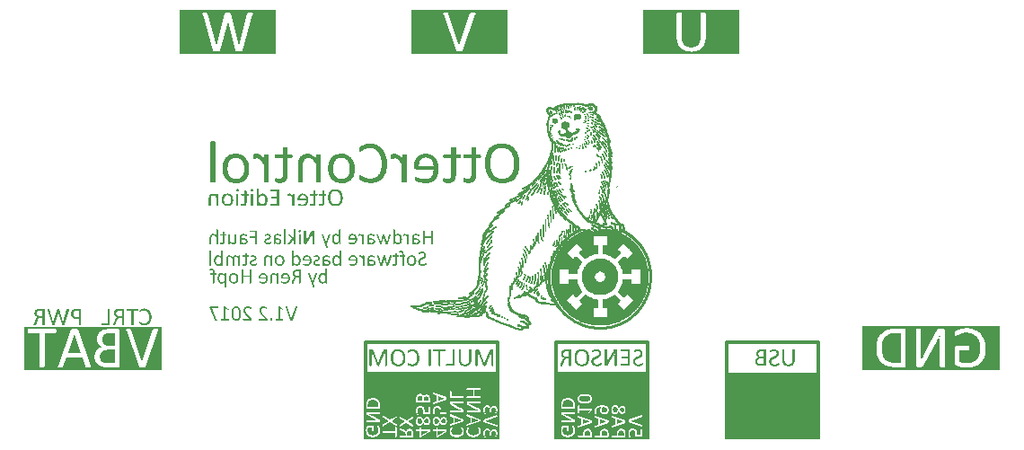
<source format=gbo>
G04 Layer_Color=32896*
%FSLAX25Y25*%
%MOIN*%
G70*
G01*
G75*
%ADD46C,0.01181*%
%ADD116C,0.00060*%
%ADD117R,0.35500X0.24700*%
G36*
X46228Y48520D02*
X46432Y48496D01*
X46525Y48479D01*
X46618Y48461D01*
X46699Y48444D01*
X46781Y48421D01*
X46851Y48397D01*
X46915Y48380D01*
X46967Y48363D01*
X47014Y48345D01*
X47049Y48333D01*
X47078Y48322D01*
X47095Y48310D01*
X47101D01*
X47276Y48223D01*
X47438Y48124D01*
X47584Y48019D01*
X47706Y47914D01*
X47758Y47868D01*
X47805Y47821D01*
X47846Y47786D01*
X47881Y47752D01*
X47910Y47722D01*
X47927Y47699D01*
X47939Y47688D01*
X47945Y47682D01*
X48073Y47519D01*
X48183Y47350D01*
X48276Y47181D01*
X48352Y47024D01*
X48387Y46948D01*
X48416Y46884D01*
X48439Y46826D01*
X48463Y46774D01*
X48474Y46733D01*
X48486Y46704D01*
X48498Y46681D01*
Y46675D01*
X48562Y46448D01*
X48608Y46215D01*
X48643Y45982D01*
X48655Y45878D01*
X48666Y45773D01*
X48672Y45680D01*
X48678Y45592D01*
X48684Y45517D01*
Y45447D01*
X48690Y45394D01*
Y45354D01*
Y45330D01*
Y45319D01*
X48684Y45051D01*
X48672Y44923D01*
X48661Y44801D01*
X48649Y44690D01*
X48632Y44580D01*
X48614Y44481D01*
X48597Y44388D01*
X48585Y44306D01*
X48568Y44230D01*
X48550Y44166D01*
X48538Y44108D01*
X48527Y44067D01*
X48515Y44032D01*
X48509Y44015D01*
Y44009D01*
X48434Y43806D01*
X48352Y43619D01*
X48311Y43538D01*
X48265Y43462D01*
X48224Y43387D01*
X48183Y43323D01*
X48143Y43259D01*
X48108Y43206D01*
X48073Y43165D01*
X48050Y43125D01*
X48026Y43095D01*
X48009Y43072D01*
X47997Y43061D01*
X47991Y43055D01*
X47857Y42921D01*
X47724Y42805D01*
X47584Y42700D01*
X47456Y42618D01*
X47345Y42554D01*
X47299Y42531D01*
X47258Y42508D01*
X47223Y42496D01*
X47200Y42484D01*
X47182Y42473D01*
X47177D01*
X46990Y42409D01*
X46804Y42356D01*
X46624Y42321D01*
X46455Y42298D01*
X46379Y42292D01*
X46315Y42287D01*
X46251Y42281D01*
X46199D01*
X46158Y42275D01*
X46100D01*
X45972Y42281D01*
X45855Y42287D01*
X45751Y42298D01*
X45652Y42310D01*
X45576Y42321D01*
X45518Y42327D01*
X45494Y42333D01*
X45477Y42339D01*
X45465D01*
X45361Y42362D01*
X45262Y42386D01*
X45174Y42415D01*
X45099Y42438D01*
X45041Y42455D01*
X44994Y42473D01*
X44965Y42484D01*
X44953Y42490D01*
X44872Y42525D01*
X44796Y42560D01*
X44732Y42589D01*
X44680Y42618D01*
X44633Y42642D01*
X44604Y42659D01*
X44581Y42671D01*
X44575Y42676D01*
X44523Y42711D01*
X44482Y42740D01*
X44447Y42764D01*
X44418Y42787D01*
X44400Y42805D01*
X44389Y42816D01*
X44377Y42822D01*
X44348Y42857D01*
X44325Y42880D01*
X44319Y42898D01*
X44313Y42903D01*
X44296Y42933D01*
X44284Y42956D01*
X44278Y42973D01*
Y42979D01*
X44272Y43014D01*
X44267Y43043D01*
X44261Y43066D01*
Y43078D01*
X44255Y43125D01*
Y43165D01*
Y43200D01*
Y43206D01*
Y43212D01*
Y43288D01*
X44261Y43346D01*
Y43363D01*
X44267Y43381D01*
Y43387D01*
Y43392D01*
X44272Y43439D01*
X44278Y43474D01*
X44284Y43497D01*
X44290Y43503D01*
X44301Y43526D01*
X44313Y43544D01*
X44319Y43555D01*
X44325D01*
X44342Y43567D01*
X44360Y43573D01*
X44383D01*
X44412Y43567D01*
X44441Y43561D01*
X44505Y43526D01*
X44534Y43509D01*
X44552Y43497D01*
X44569Y43485D01*
X44575Y43480D01*
X44622Y43445D01*
X44674Y43410D01*
X44779Y43346D01*
X44819Y43317D01*
X44854Y43293D01*
X44883Y43282D01*
X44889Y43276D01*
X44965Y43235D01*
X45041Y43200D01*
X45122Y43165D01*
X45192Y43136D01*
X45256Y43113D01*
X45308Y43095D01*
X45343Y43084D01*
X45349Y43078D01*
X45355D01*
X45460Y43049D01*
X45570Y43026D01*
X45675Y43014D01*
X45780Y43002D01*
X45867Y42997D01*
X45902Y42991D01*
X45995D01*
X46152Y42997D01*
X46298Y43014D01*
X46432Y43037D01*
X46542Y43066D01*
X46635Y43095D01*
X46676Y43107D01*
X46711Y43119D01*
X46734Y43130D01*
X46752Y43136D01*
X46763Y43142D01*
X46769D01*
X46891Y43206D01*
X47002Y43276D01*
X47101Y43352D01*
X47188Y43421D01*
X47252Y43491D01*
X47305Y43544D01*
X47334Y43579D01*
X47345Y43584D01*
Y43590D01*
X47427Y43707D01*
X47502Y43835D01*
X47561Y43957D01*
X47613Y44079D01*
X47654Y44178D01*
X47671Y44225D01*
X47683Y44260D01*
X47695Y44294D01*
X47700Y44318D01*
X47706Y44329D01*
Y44335D01*
X47747Y44510D01*
X47776Y44684D01*
X47799Y44859D01*
X47811Y45016D01*
X47817Y45092D01*
X47822Y45156D01*
Y45214D01*
X47828Y45266D01*
Y45307D01*
Y45342D01*
Y45360D01*
Y45365D01*
X47822Y45581D01*
X47811Y45779D01*
X47799Y45866D01*
X47788Y45953D01*
X47776Y46035D01*
X47764Y46104D01*
X47753Y46174D01*
X47741Y46233D01*
X47729Y46285D01*
X47718Y46326D01*
X47712Y46360D01*
X47706Y46384D01*
X47700Y46401D01*
Y46407D01*
X47648Y46570D01*
X47590Y46721D01*
X47526Y46849D01*
X47467Y46960D01*
X47438Y47012D01*
X47415Y47053D01*
X47392Y47088D01*
X47374Y47117D01*
X47357Y47146D01*
X47345Y47164D01*
X47334Y47170D01*
Y47175D01*
X47240Y47286D01*
X47142Y47385D01*
X47049Y47466D01*
X46961Y47536D01*
X46880Y47589D01*
X46821Y47629D01*
X46792Y47641D01*
X46775Y47653D01*
X46769Y47658D01*
X46763D01*
X46635Y47711D01*
X46501Y47752D01*
X46379Y47781D01*
X46263Y47804D01*
X46164Y47815D01*
X46123D01*
X46088Y47821D01*
X46018D01*
X45884Y47815D01*
X45762Y47810D01*
X45652Y47792D01*
X45559Y47775D01*
X45483Y47757D01*
X45425Y47746D01*
X45390Y47734D01*
X45384Y47728D01*
X45378D01*
X45279Y47693D01*
X45192Y47658D01*
X45110Y47624D01*
X45046Y47594D01*
X44994Y47565D01*
X44953Y47542D01*
X44924Y47530D01*
X44918Y47524D01*
X44854Y47484D01*
X44790Y47449D01*
X44738Y47414D01*
X44697Y47379D01*
X44662Y47356D01*
X44639Y47338D01*
X44622Y47327D01*
X44616Y47321D01*
X44575Y47292D01*
X44534Y47269D01*
X44505Y47257D01*
X44476Y47245D01*
X44459Y47239D01*
X44441Y47234D01*
X44429D01*
X44400Y47239D01*
X44383Y47245D01*
X44371Y47251D01*
X44366D01*
X44348Y47269D01*
X44330Y47292D01*
X44325Y47309D01*
X44319Y47315D01*
X44307Y47350D01*
X44296Y47391D01*
X44290Y47414D01*
Y47426D01*
X44284Y47478D01*
X44278Y47536D01*
Y47554D01*
Y47571D01*
Y47583D01*
Y47589D01*
Y47647D01*
X44284Y47693D01*
X44290Y47722D01*
Y47734D01*
X44296Y47775D01*
X44301Y47810D01*
X44307Y47833D01*
Y47839D01*
X44319Y47874D01*
X44325Y47897D01*
X44330Y47914D01*
X44336Y47920D01*
X44354Y47949D01*
X44383Y47978D01*
X44406Y48002D01*
X44412Y48013D01*
X44418D01*
X44447Y48037D01*
X44482Y48066D01*
X44557Y48118D01*
X44592Y48141D01*
X44622Y48159D01*
X44645Y48171D01*
X44651Y48176D01*
X44779Y48246D01*
X44843Y48275D01*
X44901Y48299D01*
X44953Y48322D01*
X44994Y48339D01*
X45017Y48345D01*
X45029Y48351D01*
X45186Y48403D01*
X45268Y48427D01*
X45337Y48444D01*
X45396Y48456D01*
X45448Y48467D01*
X45477Y48479D01*
X45489D01*
X45675Y48508D01*
X45762Y48520D01*
X45844Y48526D01*
X45908Y48531D01*
X46007D01*
X46228Y48520D01*
D02*
G37*
G36*
X17861Y48479D02*
X17925D01*
X17943Y48473D01*
X17960D01*
X18018Y48461D01*
X18059Y48444D01*
X18082Y48432D01*
X18088Y48427D01*
X18111Y48397D01*
X18123Y48368D01*
X18129Y48345D01*
Y48339D01*
Y48333D01*
X18123Y48281D01*
X18111Y48229D01*
X18106Y48206D01*
X18100Y48182D01*
X18094Y48171D01*
Y48165D01*
X16482Y42525D01*
X16470Y42484D01*
X16453Y42450D01*
X16441Y42426D01*
X16435Y42420D01*
X16400Y42397D01*
X16365Y42374D01*
X16342Y42368D01*
X16330Y42362D01*
X16278Y42351D01*
X16220Y42339D01*
X16197D01*
X16179Y42333D01*
X16162D01*
X16074Y42327D01*
X15993Y42321D01*
X15795D01*
X15754Y42327D01*
X15690D01*
X15673Y42333D01*
X15655D01*
X15591Y42345D01*
X15539Y42351D01*
X15510Y42362D01*
X15498D01*
X15458Y42380D01*
X15428Y42397D01*
X15411Y42415D01*
X15405Y42420D01*
X15382Y42455D01*
X15364Y42490D01*
X15359Y42513D01*
X15353Y42525D01*
X14171Y47135D01*
X14165D01*
X12885Y42525D01*
X12868Y42484D01*
X12850Y42450D01*
X12839Y42426D01*
X12833Y42420D01*
X12804Y42397D01*
X12769Y42374D01*
X12745Y42368D01*
X12734Y42362D01*
X12681Y42351D01*
X12629Y42339D01*
X12606D01*
X12588Y42333D01*
X12571D01*
X12489Y42327D01*
X12408Y42321D01*
X12222D01*
X12181Y42327D01*
X12117D01*
X12099Y42333D01*
X12082D01*
X12012Y42345D01*
X11965Y42351D01*
X11931Y42362D01*
X11919D01*
X11872Y42380D01*
X11838Y42397D01*
X11820Y42415D01*
X11814Y42420D01*
X11785Y42455D01*
X11768Y42490D01*
X11762Y42513D01*
X11756Y42525D01*
X10138Y48159D01*
X10126Y48235D01*
X10115Y48287D01*
Y48316D01*
Y48328D01*
Y48368D01*
X10132Y48397D01*
X10144Y48415D01*
X10150Y48421D01*
X10185Y48444D01*
X10220Y48456D01*
X10254Y48467D01*
X10266D01*
X10301Y48473D01*
X10336Y48479D01*
X10412Y48485D01*
X10586D01*
X10621Y48479D01*
X10679D01*
X10697Y48473D01*
X10714D01*
X10767Y48461D01*
X10807Y48456D01*
X10831Y48450D01*
X10842Y48444D01*
X10865Y48427D01*
X10889Y48409D01*
X10895Y48397D01*
X10900Y48392D01*
X10906Y48363D01*
X10918Y48339D01*
X10924Y48316D01*
Y48310D01*
X12274Y43194D01*
X12280D01*
X13682Y48304D01*
X13694Y48339D01*
X13706Y48368D01*
X13712Y48386D01*
X13717Y48392D01*
X13741Y48415D01*
X13758Y48432D01*
X13781Y48438D01*
X13787Y48444D01*
X13828Y48456D01*
X13869Y48467D01*
X13904Y48473D01*
X13915D01*
X13979Y48479D01*
X14043Y48485D01*
X14218D01*
X14259Y48479D01*
X14317D01*
X14334Y48473D01*
X14352D01*
X14410Y48461D01*
X14451Y48456D01*
X14474Y48450D01*
X14486Y48444D01*
X14515Y48427D01*
X14538Y48409D01*
X14550Y48397D01*
X14555Y48392D01*
X14567Y48363D01*
X14579Y48333D01*
X14584Y48316D01*
X14590Y48304D01*
X15894Y43194D01*
X17267Y48310D01*
X17279Y48345D01*
X17285Y48374D01*
X17291Y48392D01*
X17297Y48397D01*
X17314Y48421D01*
X17337Y48438D01*
X17355Y48444D01*
X17361Y48450D01*
X17396Y48461D01*
X17442Y48467D01*
X17477Y48473D01*
X17489D01*
X17524Y48479D01*
X17559D01*
X17634Y48485D01*
X17815D01*
X17861Y48479D01*
D02*
G37*
G36*
X32952D02*
X32976Y48473D01*
X32993D01*
X33005Y48467D01*
X33011D01*
X33063Y48456D01*
X33104Y48450D01*
X33127Y48444D01*
X33139Y48438D01*
X33168Y48427D01*
X33185Y48415D01*
X33197Y48403D01*
X33203Y48397D01*
X33214Y48374D01*
X33220Y48357D01*
Y48339D01*
Y48333D01*
Y42676D01*
X33214Y42612D01*
X33203Y42560D01*
X33191Y42513D01*
X33174Y42479D01*
X33156Y42455D01*
X33139Y42438D01*
X33133Y42426D01*
X33127Y42420D01*
X33092Y42397D01*
X33051Y42380D01*
X32987Y42362D01*
X32964Y42356D01*
X32941Y42351D01*
X30223D01*
X30194Y42356D01*
X30171Y42362D01*
X30159Y42368D01*
X30153D01*
X30130Y42386D01*
X30112Y42409D01*
X30106Y42426D01*
X30101Y42432D01*
X30083Y42467D01*
X30071Y42508D01*
X30066Y42531D01*
Y42543D01*
X30060Y42595D01*
X30054Y42647D01*
Y42665D01*
Y42682D01*
Y42694D01*
Y42700D01*
Y42770D01*
X30060Y42816D01*
X30066Y42851D01*
Y42863D01*
X30077Y42903D01*
X30089Y42938D01*
X30095Y42962D01*
X30101Y42968D01*
X30118Y42997D01*
X30136Y43014D01*
X30147Y43026D01*
X30153Y43031D01*
X30176Y43043D01*
X30200Y43055D01*
X32405D01*
Y48333D01*
X32411Y48357D01*
X32417Y48380D01*
X32423Y48392D01*
X32429Y48397D01*
X32446Y48415D01*
X32469Y48427D01*
X32487Y48438D01*
X32493D01*
X32533Y48450D01*
X32574Y48461D01*
X32609Y48467D01*
X32621D01*
X32685Y48479D01*
X32743Y48485D01*
X32894D01*
X32952Y48479D01*
D02*
G37*
G36*
X38214Y48450D02*
X38249Y48444D01*
X38313Y48421D01*
X38342Y48403D01*
X38359Y48392D01*
X38371Y48386D01*
X38377Y48380D01*
X38406Y48345D01*
X38429Y48310D01*
X38447Y48264D01*
X38458Y48223D01*
X38464Y48188D01*
X38470Y48153D01*
Y48130D01*
Y48124D01*
Y42467D01*
X38464Y42444D01*
X38458Y42420D01*
X38452Y42409D01*
Y42403D01*
X38435Y42386D01*
X38412Y42374D01*
X38394Y42362D01*
X38388D01*
X38348Y42356D01*
X38307Y42345D01*
X38278Y42339D01*
X38266D01*
X38202Y42327D01*
X38132Y42321D01*
X38062D01*
X37981Y42327D01*
X37923Y42333D01*
X37899D01*
X37882Y42339D01*
X37870D01*
X37818Y42351D01*
X37777Y42356D01*
X37754Y42362D01*
X37748D01*
X37719Y42374D01*
X37696Y42386D01*
X37684Y42397D01*
X37678Y42403D01*
X37667Y42426D01*
X37655Y42444D01*
Y42461D01*
Y42467D01*
Y45068D01*
X37114D01*
X37015Y45063D01*
X36922Y45057D01*
X36846Y45039D01*
X36776Y45028D01*
X36718Y45010D01*
X36677Y44993D01*
X36654Y44987D01*
X36642Y44981D01*
X36573Y44946D01*
X36503Y44911D01*
X36444Y44871D01*
X36398Y44836D01*
X36357Y44801D01*
X36322Y44772D01*
X36305Y44754D01*
X36299Y44748D01*
X36194Y44632D01*
X36153Y44574D01*
X36113Y44521D01*
X36084Y44469D01*
X36060Y44434D01*
X36049Y44411D01*
X36043Y44399D01*
X35967Y44242D01*
X35932Y44166D01*
X35903Y44097D01*
X35874Y44038D01*
X35857Y43992D01*
X35845Y43963D01*
X35839Y43951D01*
X35280Y42513D01*
X35263Y42473D01*
X35245Y42444D01*
X35240Y42420D01*
X35234Y42415D01*
X35211Y42391D01*
X35187Y42374D01*
X35164Y42368D01*
X35158Y42362D01*
X35118Y42351D01*
X35077Y42339D01*
X35048Y42333D01*
X35036D01*
X34972Y42327D01*
X34902Y42321D01*
X34739D01*
X34698Y42327D01*
X34646D01*
X34629Y42333D01*
X34611D01*
X34553Y42345D01*
X34512Y42351D01*
X34483Y42356D01*
X34477D01*
X34448Y42374D01*
X34431Y42386D01*
X34419Y42397D01*
Y42403D01*
X34407Y42426D01*
X34402Y42444D01*
Y42461D01*
Y42467D01*
Y42502D01*
X34407Y42537D01*
X34413Y42560D01*
X34419Y42572D01*
X34425Y42601D01*
X34437Y42642D01*
X34466Y42723D01*
X34477Y42758D01*
X34489Y42787D01*
X34495Y42810D01*
X34501Y42816D01*
X35054Y44155D01*
X35088Y44242D01*
X35123Y44318D01*
X35152Y44388D01*
X35181Y44452D01*
X35205Y44498D01*
X35222Y44539D01*
X35234Y44562D01*
X35240Y44568D01*
X35275Y44638D01*
X35309Y44696D01*
X35344Y44754D01*
X35374Y44801D01*
X35403Y44842D01*
X35426Y44871D01*
X35438Y44888D01*
X35443Y44894D01*
X35525Y44993D01*
X35560Y45034D01*
X35595Y45068D01*
X35624Y45098D01*
X35647Y45121D01*
X35665Y45132D01*
X35670Y45138D01*
X35763Y45208D01*
X35851Y45261D01*
X35892Y45284D01*
X35921Y45296D01*
X35938Y45307D01*
X35944D01*
X35845Y45342D01*
X35758Y45383D01*
X35670Y45418D01*
X35601Y45458D01*
X35542Y45487D01*
X35496Y45511D01*
X35473Y45528D01*
X35461Y45534D01*
X35379Y45586D01*
X35309Y45645D01*
X35245Y45697D01*
X35193Y45749D01*
X35147Y45796D01*
X35118Y45831D01*
X35094Y45854D01*
X35088Y45860D01*
X35030Y45930D01*
X34984Y46005D01*
X34943Y46081D01*
X34908Y46145D01*
X34885Y46203D01*
X34867Y46250D01*
X34856Y46279D01*
X34850Y46291D01*
X34821Y46384D01*
X34797Y46483D01*
X34786Y46576D01*
X34774Y46657D01*
X34768Y46733D01*
X34762Y46791D01*
Y46815D01*
Y46832D01*
Y46838D01*
Y46844D01*
X34768Y46960D01*
X34774Y47065D01*
X34792Y47164D01*
X34809Y47251D01*
X34826Y47321D01*
X34838Y47373D01*
X34850Y47408D01*
X34856Y47420D01*
X34896Y47513D01*
X34937Y47606D01*
X34984Y47682D01*
X35030Y47752D01*
X35071Y47810D01*
X35106Y47850D01*
X35129Y47874D01*
X35135Y47885D01*
X35205Y47961D01*
X35280Y48025D01*
X35356Y48077D01*
X35432Y48130D01*
X35490Y48165D01*
X35542Y48194D01*
X35577Y48211D01*
X35583Y48217D01*
X35589D01*
X35694Y48264D01*
X35804Y48304D01*
X35903Y48339D01*
X36002Y48368D01*
X36089Y48386D01*
X36153Y48403D01*
X36177Y48409D01*
X36194Y48415D01*
X36212D01*
X36305Y48427D01*
X36398Y48432D01*
X36433D01*
X36462Y48438D01*
X36491D01*
X36549Y48444D01*
X36613Y48450D01*
X36677D01*
X36741Y48456D01*
X38173D01*
X38214Y48450D01*
D02*
G37*
G36*
X43789D02*
X43813Y48444D01*
X43830Y48438D01*
X43836Y48432D01*
X43853Y48415D01*
X43871Y48392D01*
X43877Y48374D01*
X43882Y48368D01*
X43894Y48333D01*
X43906Y48299D01*
X43911Y48270D01*
Y48264D01*
Y48258D01*
X43917Y48206D01*
X43923Y48159D01*
Y48124D01*
Y48112D01*
Y48107D01*
Y48043D01*
X43917Y47996D01*
X43911Y47961D01*
Y47955D01*
Y47949D01*
X43900Y47909D01*
X43894Y47874D01*
X43882Y47850D01*
Y47845D01*
X43865Y47821D01*
X43853Y47798D01*
X43842Y47792D01*
X43836Y47786D01*
X43813Y47775D01*
X43789Y47769D01*
X42043D01*
Y42467D01*
X42037Y42444D01*
X42032Y42420D01*
X42026Y42409D01*
Y42403D01*
X42008Y42386D01*
X41985Y42374D01*
X41968Y42362D01*
X41962D01*
X41921Y42356D01*
X41880Y42345D01*
X41845Y42339D01*
X41834D01*
X41770Y42327D01*
X41706Y42321D01*
X41636D01*
X41554Y42327D01*
X41496Y42333D01*
X41473D01*
X41456Y42339D01*
X41444D01*
X41391Y42351D01*
X41351Y42356D01*
X41322Y42362D01*
X41316D01*
X41287Y42374D01*
X41263Y42386D01*
X41258Y42397D01*
X41252Y42403D01*
X41240Y42426D01*
X41229Y42444D01*
Y42461D01*
Y42467D01*
Y47769D01*
X39512D01*
X39488Y47775D01*
X39465Y47781D01*
X39453Y47786D01*
X39448D01*
X39424Y47804D01*
X39407Y47821D01*
X39401Y47839D01*
X39395Y47845D01*
X39378Y47880D01*
X39366Y47914D01*
X39360Y47938D01*
Y47949D01*
X39354Y48002D01*
X39349Y48054D01*
Y48072D01*
Y48089D01*
Y48101D01*
Y48107D01*
Y48165D01*
X39354Y48217D01*
X39360Y48246D01*
Y48258D01*
X39372Y48304D01*
X39384Y48339D01*
X39389Y48363D01*
X39395Y48368D01*
X39413Y48397D01*
X39430Y48421D01*
X39442Y48427D01*
X39448Y48432D01*
X39471Y48444D01*
X39488Y48456D01*
X43766D01*
X43789Y48450D01*
D02*
G37*
G36*
X80267Y49293D02*
X80432Y49274D01*
X80509Y49259D01*
X80577Y49240D01*
X80645Y49225D01*
X80703Y49206D01*
X80757Y49186D01*
X80805Y49172D01*
X80844Y49152D01*
X80878Y49138D01*
X80907Y49128D01*
X80926Y49119D01*
X80936Y49109D01*
X80941D01*
X81062Y49031D01*
X81174Y48944D01*
X81271Y48857D01*
X81348Y48769D01*
X81411Y48692D01*
X81440Y48658D01*
X81460Y48629D01*
X81474Y48604D01*
X81489Y48585D01*
X81494Y48575D01*
X81499Y48570D01*
X81571Y48435D01*
X81634Y48294D01*
X81688Y48153D01*
X81731Y48022D01*
X81751Y47964D01*
X81765Y47906D01*
X81775Y47857D01*
X81785Y47819D01*
X81795Y47785D01*
X81799Y47756D01*
X81804Y47741D01*
Y47736D01*
X81833Y47552D01*
X81858Y47363D01*
X81872Y47183D01*
X81882Y47101D01*
X81887Y47023D01*
Y46946D01*
X81892Y46878D01*
Y46820D01*
X81896Y46766D01*
Y46727D01*
Y46694D01*
Y46674D01*
Y46669D01*
X81892Y46441D01*
X81887Y46335D01*
X81882Y46228D01*
X81877Y46131D01*
X81872Y46039D01*
X81862Y45952D01*
X81853Y45874D01*
X81848Y45806D01*
X81838Y45743D01*
X81833Y45685D01*
X81828Y45641D01*
X81824Y45602D01*
X81819Y45578D01*
X81814Y45559D01*
Y45554D01*
X81780Y45379D01*
X81736Y45219D01*
X81712Y45151D01*
X81688Y45083D01*
X81664Y45020D01*
X81644Y44962D01*
X81620Y44909D01*
X81600Y44865D01*
X81581Y44826D01*
X81567Y44792D01*
X81552Y44768D01*
X81542Y44749D01*
X81533Y44739D01*
Y44734D01*
X81450Y44618D01*
X81363Y44516D01*
X81275Y44433D01*
X81188Y44361D01*
X81116Y44307D01*
X81082Y44283D01*
X81052Y44269D01*
X81033Y44254D01*
X81014Y44244D01*
X81004Y44235D01*
X80999D01*
X80868Y44176D01*
X80732Y44138D01*
X80597Y44109D01*
X80471Y44084D01*
X80412Y44079D01*
X80359Y44074D01*
X80310Y44070D01*
X80267D01*
X80238Y44065D01*
X80189D01*
X80010Y44074D01*
X79845Y44094D01*
X79767Y44109D01*
X79699Y44123D01*
X79636Y44142D01*
X79573Y44162D01*
X79525Y44176D01*
X79476Y44196D01*
X79437Y44210D01*
X79403Y44225D01*
X79374Y44235D01*
X79355Y44244D01*
X79345Y44254D01*
X79340D01*
X79214Y44332D01*
X79103Y44419D01*
X79011Y44506D01*
X78928Y44594D01*
X78865Y44671D01*
X78836Y44705D01*
X78817Y44734D01*
X78802Y44758D01*
X78787Y44778D01*
X78778Y44787D01*
Y44792D01*
X78705Y44928D01*
X78642Y45069D01*
X78589Y45209D01*
X78545Y45340D01*
X78526Y45399D01*
X78511Y45452D01*
X78501Y45500D01*
X78492Y45539D01*
X78482Y45573D01*
X78477Y45602D01*
X78472Y45617D01*
Y45622D01*
X78438Y45806D01*
X78414Y45995D01*
X78399Y46175D01*
X78395Y46257D01*
X78385Y46339D01*
Y46412D01*
X78380Y46480D01*
Y46543D01*
X78375Y46597D01*
Y46635D01*
Y46669D01*
Y46689D01*
Y46694D01*
X78380Y46922D01*
X78385Y47033D01*
X78390Y47135D01*
X78395Y47232D01*
X78404Y47324D01*
X78409Y47411D01*
X78419Y47489D01*
X78429Y47557D01*
X78434Y47625D01*
X78443Y47678D01*
X78448Y47722D01*
X78453Y47760D01*
X78458Y47785D01*
X78462Y47804D01*
Y47809D01*
X78496Y47984D01*
X78540Y48139D01*
X78564Y48212D01*
X78589Y48280D01*
X78613Y48342D01*
X78637Y48401D01*
X78657Y48449D01*
X78681Y48493D01*
X78700Y48532D01*
X78715Y48566D01*
X78729Y48590D01*
X78739Y48609D01*
X78744Y48619D01*
X78749Y48624D01*
X78826Y48740D01*
X78914Y48842D01*
X79001Y48929D01*
X79088Y49002D01*
X79161Y49055D01*
X79195Y49080D01*
X79224Y49094D01*
X79243Y49109D01*
X79263Y49119D01*
X79273Y49128D01*
X79277D01*
X79408Y49186D01*
X79544Y49230D01*
X79680Y49259D01*
X79806Y49283D01*
X79864Y49288D01*
X79918Y49293D01*
X79966Y49298D01*
X80005D01*
X80039Y49303D01*
X80087D01*
X80267Y49293D01*
D02*
G37*
G36*
X75936Y49259D02*
X75979D01*
X76004Y49254D01*
X76023Y49250D01*
X76028D01*
X76052Y49245D01*
X76072Y49235D01*
X76081Y49230D01*
X76086D01*
X76115Y49220D01*
X76125Y49215D01*
X76130D01*
X77299Y48464D01*
X77323Y48444D01*
X77342Y48430D01*
X77352Y48420D01*
X77357Y48415D01*
X77381Y48377D01*
X77386Y48362D01*
X77391Y48357D01*
X77396Y48333D01*
X77400Y48309D01*
X77405Y48289D01*
Y48280D01*
X77410Y48245D01*
Y48207D01*
Y48178D01*
Y48173D01*
Y48168D01*
Y48105D01*
X77405Y48056D01*
Y48042D01*
X77400Y48027D01*
Y48022D01*
Y48018D01*
X77391Y47979D01*
X77381Y47954D01*
X77371Y47935D01*
X77366Y47930D01*
X77342Y47916D01*
X77318Y47911D01*
X77294D01*
X77255Y47925D01*
X77216Y47940D01*
X77182Y47959D01*
X77177Y47964D01*
X77172D01*
X76188Y48551D01*
Y44681D01*
X77250D01*
X77274Y44676D01*
X77294Y44671D01*
X77303Y44666D01*
X77308Y44661D01*
X77323Y44647D01*
X77337Y44627D01*
X77347Y44613D01*
X77352Y44608D01*
X77366Y44579D01*
X77371Y44550D01*
X77381Y44530D01*
Y44526D01*
Y44521D01*
X77386Y44482D01*
X77391Y44443D01*
Y44414D01*
Y44409D01*
Y44404D01*
Y44351D01*
X77386Y44312D01*
X77381Y44283D01*
Y44278D01*
Y44273D01*
X77371Y44239D01*
X77362Y44215D01*
X77357Y44196D01*
X77352Y44191D01*
X77333Y44172D01*
X77318Y44157D01*
X77308Y44152D01*
X77303Y44147D01*
X77269Y44138D01*
X74573D01*
X74553Y44142D01*
X74544Y44147D01*
X74539D01*
X74519Y44162D01*
X74505Y44176D01*
X74495Y44186D01*
X74490Y44191D01*
X74476Y44220D01*
X74466Y44244D01*
X74461Y44264D01*
Y44273D01*
X74452Y44317D01*
X74447Y44361D01*
Y44375D01*
Y44390D01*
Y44399D01*
Y44404D01*
Y44453D01*
X74452Y44487D01*
X74456Y44511D01*
X74461Y44521D01*
X74471Y44555D01*
X74481Y44584D01*
X74486Y44603D01*
X74490Y44608D01*
X74505Y44632D01*
X74519Y44647D01*
X74529Y44657D01*
X74534Y44661D01*
X74553Y44671D01*
X74573Y44681D01*
X75509D01*
Y49152D01*
Y49172D01*
X75514Y49182D01*
X75519Y49191D01*
X75524Y49196D01*
X75533Y49211D01*
X75552Y49220D01*
X75567Y49230D01*
X75572D01*
X75601Y49240D01*
X75635Y49250D01*
X75659Y49254D01*
X75669D01*
X75722Y49259D01*
X75771Y49264D01*
X75911D01*
X75936Y49259D01*
D02*
G37*
G36*
X96126D02*
X96170D01*
X96194Y49254D01*
X96214Y49250D01*
X96218D01*
X96243Y49245D01*
X96262Y49235D01*
X96272Y49230D01*
X96277D01*
X96306Y49220D01*
X96315Y49215D01*
X96320D01*
X97489Y48464D01*
X97513Y48444D01*
X97533Y48430D01*
X97542Y48420D01*
X97547Y48415D01*
X97572Y48377D01*
X97576Y48362D01*
X97581Y48357D01*
X97586Y48333D01*
X97591Y48309D01*
X97596Y48289D01*
Y48280D01*
X97601Y48245D01*
Y48207D01*
Y48178D01*
Y48173D01*
Y48168D01*
Y48105D01*
X97596Y48056D01*
Y48042D01*
X97591Y48027D01*
Y48022D01*
Y48018D01*
X97581Y47979D01*
X97572Y47954D01*
X97562Y47935D01*
X97557Y47930D01*
X97533Y47916D01*
X97509Y47911D01*
X97484D01*
X97445Y47925D01*
X97407Y47940D01*
X97373Y47959D01*
X97368Y47964D01*
X97363D01*
X96378Y48551D01*
Y44681D01*
X97441D01*
X97465Y44676D01*
X97484Y44671D01*
X97494Y44666D01*
X97499Y44661D01*
X97513Y44647D01*
X97528Y44627D01*
X97538Y44613D01*
X97542Y44608D01*
X97557Y44579D01*
X97562Y44550D01*
X97572Y44530D01*
Y44526D01*
Y44521D01*
X97576Y44482D01*
X97581Y44443D01*
Y44414D01*
Y44409D01*
Y44404D01*
Y44351D01*
X97576Y44312D01*
X97572Y44283D01*
Y44278D01*
Y44273D01*
X97562Y44239D01*
X97552Y44215D01*
X97547Y44196D01*
X97542Y44191D01*
X97523Y44172D01*
X97509Y44157D01*
X97499Y44152D01*
X97494Y44147D01*
X97460Y44138D01*
X94763D01*
X94744Y44142D01*
X94734Y44147D01*
X94729D01*
X94710Y44162D01*
X94696Y44176D01*
X94686Y44186D01*
X94681Y44191D01*
X94666Y44220D01*
X94657Y44244D01*
X94652Y44264D01*
Y44273D01*
X94642Y44317D01*
X94637Y44361D01*
Y44375D01*
Y44390D01*
Y44399D01*
Y44404D01*
Y44453D01*
X94642Y44487D01*
X94647Y44511D01*
X94652Y44521D01*
X94661Y44555D01*
X94671Y44584D01*
X94676Y44603D01*
X94681Y44608D01*
X94696Y44632D01*
X94710Y44647D01*
X94720Y44657D01*
X94725Y44661D01*
X94744Y44671D01*
X94763Y44681D01*
X95700D01*
Y49152D01*
Y49172D01*
X95704Y49182D01*
X95709Y49191D01*
X95714Y49196D01*
X95724Y49211D01*
X95743Y49220D01*
X95758Y49230D01*
X95762D01*
X95792Y49240D01*
X95825Y49250D01*
X95850Y49254D01*
X95859D01*
X95913Y49259D01*
X95961Y49264D01*
X96102D01*
X96126Y49259D01*
D02*
G37*
G36*
X102489Y49245D02*
X102543D01*
X102562Y49240D01*
X102577D01*
X102625Y49230D01*
X102664Y49215D01*
X102683Y49206D01*
X102693Y49201D01*
X102713Y49177D01*
X102722Y49152D01*
X102727Y49133D01*
Y49128D01*
Y49123D01*
X102717Y49080D01*
X102708Y49031D01*
X102698Y49012D01*
X102693Y48997D01*
X102688Y48988D01*
Y48983D01*
X101025Y44259D01*
X101015Y44235D01*
X101010Y44215D01*
X101000Y44205D01*
Y44201D01*
X100976Y44176D01*
X100967Y44172D01*
X100962Y44167D01*
X100928Y44147D01*
X100913Y44142D01*
X100908D01*
X100879Y44138D01*
X100855Y44133D01*
X100836Y44128D01*
X100826D01*
X100787Y44123D01*
X100753Y44118D01*
X100714D01*
X100661Y44113D01*
X100486D01*
X100452Y44118D01*
X100399D01*
X100385Y44123D01*
X100370D01*
X100317Y44128D01*
X100278Y44133D01*
X100254Y44138D01*
X100244D01*
X100210Y44152D01*
X100190Y44167D01*
X100176Y44176D01*
X100171Y44181D01*
X100152Y44205D01*
X100137Y44230D01*
X100127Y44249D01*
X100123Y44254D01*
X98464Y48978D01*
X98445Y49036D01*
X98435Y49080D01*
X98430Y49109D01*
Y49119D01*
Y49152D01*
X98435Y49177D01*
X98445Y49191D01*
X98449Y49196D01*
X98474Y49215D01*
X98508Y49225D01*
X98537Y49235D01*
X98546D01*
X98576Y49240D01*
X98605Y49245D01*
X98668Y49250D01*
X98813D01*
X98847Y49245D01*
X98896D01*
X98910Y49240D01*
X98925D01*
X98973Y49235D01*
X99007Y49230D01*
X99027Y49225D01*
X99036Y49220D01*
X99060Y49206D01*
X99075Y49191D01*
X99085Y49182D01*
X99090Y49177D01*
X99099Y49152D01*
X99109Y49128D01*
X99114Y49114D01*
X99119Y49104D01*
X100535Y44831D01*
X100540D01*
X102000Y49114D01*
X102014Y49138D01*
X102024Y49162D01*
X102034Y49172D01*
X102038Y49177D01*
X102053Y49196D01*
X102072Y49211D01*
X102087Y49215D01*
X102092Y49220D01*
X102121Y49230D01*
X102155Y49235D01*
X102179Y49240D01*
X102189D01*
X102242Y49245D01*
X102300Y49250D01*
X102455D01*
X102489Y49245D01*
D02*
G37*
G36*
X93265Y45015D02*
X93338Y45006D01*
X93396Y44991D01*
X93439Y44972D01*
X93473Y44952D01*
X93498Y44938D01*
X93512Y44928D01*
X93517Y44923D01*
X93546Y44880D01*
X93570Y44826D01*
X93585Y44768D01*
X93599Y44705D01*
X93604Y44647D01*
X93609Y44598D01*
Y44579D01*
Y44569D01*
Y44559D01*
Y44555D01*
X93604Y44462D01*
X93595Y44385D01*
X93580Y44322D01*
X93565Y44273D01*
X93551Y44235D01*
X93536Y44210D01*
X93527Y44196D01*
X93522Y44191D01*
X93483Y44162D01*
X93430Y44142D01*
X93376Y44123D01*
X93323Y44113D01*
X93274Y44109D01*
X93236Y44104D01*
X93197D01*
X93110Y44109D01*
X93042Y44118D01*
X92979Y44133D01*
X92935Y44152D01*
X92901Y44167D01*
X92877Y44181D01*
X92862Y44191D01*
X92857Y44196D01*
X92828Y44239D01*
X92804Y44293D01*
X92789Y44351D01*
X92775Y44414D01*
X92770Y44472D01*
X92765Y44521D01*
Y44540D01*
Y44555D01*
Y44559D01*
Y44564D01*
X92770Y44657D01*
X92780Y44734D01*
X92794Y44797D01*
X92809Y44851D01*
X92828Y44884D01*
X92843Y44909D01*
X92852Y44923D01*
X92857Y44928D01*
X92896Y44957D01*
X92945Y44982D01*
X92998Y44996D01*
X93051Y45011D01*
X93105Y45015D01*
X93143Y45020D01*
X93182D01*
X93265Y45015D01*
D02*
G37*
G36*
X73501Y49220D02*
X73520Y49215D01*
X73535Y49211D01*
X73540Y49206D01*
X73554Y49186D01*
X73569Y49172D01*
X73579Y49152D01*
X73584Y49148D01*
X73598Y49119D01*
X73603Y49089D01*
X73612Y49065D01*
Y49060D01*
Y49055D01*
X73617Y49012D01*
X73622Y48973D01*
Y48944D01*
Y48934D01*
Y48929D01*
Y48881D01*
X73617Y48837D01*
X73612Y48798D01*
X73603Y48769D01*
X73598Y48745D01*
X73593Y48726D01*
X73588Y48716D01*
Y48711D01*
X73574Y48687D01*
X73554Y48667D01*
X73535Y48653D01*
X73515Y48643D01*
X73487Y48634D01*
X71032D01*
X72958Y44312D01*
X72972Y44273D01*
X72982Y44244D01*
X72987Y44225D01*
Y44220D01*
X72982Y44196D01*
X72972Y44176D01*
X72963Y44167D01*
X72958Y44162D01*
X72929Y44147D01*
X72890Y44138D01*
X72861Y44128D01*
X72851D01*
X72822Y44123D01*
X72783Y44118D01*
X72715Y44113D01*
X72570D01*
X72541Y44118D01*
X72497D01*
X72478Y44123D01*
X72468D01*
X72419Y44128D01*
X72381Y44133D01*
X72361Y44142D01*
X72351D01*
X72322Y44157D01*
X72298Y44172D01*
X72284Y44181D01*
X72279Y44186D01*
X72255Y44210D01*
X72240Y44235D01*
X72230Y44254D01*
X72225Y44264D01*
X70392Y48488D01*
X70378Y48532D01*
X70363Y48566D01*
X70358Y48585D01*
X70353Y48595D01*
X70339Y48634D01*
X70329Y48663D01*
X70324Y48687D01*
Y48697D01*
X70319Y48735D01*
X70315Y48769D01*
X70310Y48794D01*
Y48803D01*
X70305Y48847D01*
X70300Y48891D01*
Y48924D01*
Y48929D01*
Y48934D01*
Y48992D01*
X70305Y49031D01*
X70310Y49060D01*
X70315Y49070D01*
X70324Y49109D01*
X70334Y49138D01*
X70344Y49157D01*
X70349Y49162D01*
X70368Y49186D01*
X70387Y49201D01*
X70402Y49211D01*
X70411D01*
X70441Y49220D01*
X70475Y49225D01*
X73477D01*
X73501Y49220D01*
D02*
G37*
G36*
X220783Y11996D02*
X220827Y11991D01*
X220880Y11986D01*
X220934Y11971D01*
X220992Y11957D01*
X221045Y11933D01*
X221050Y11928D01*
X221070Y11918D01*
X221099Y11904D01*
X221137Y11884D01*
X221181Y11855D01*
X221225Y11816D01*
X221273Y11778D01*
X221322Y11729D01*
X221326Y11724D01*
X221341Y11705D01*
X221370Y11676D01*
X221399Y11637D01*
X221438Y11588D01*
X221482Y11530D01*
X221525Y11462D01*
X221569Y11389D01*
X221574Y11380D01*
X221588Y11355D01*
X221613Y11312D01*
X221647Y11254D01*
X221685Y11186D01*
X221729Y11103D01*
X221773Y11016D01*
X221821Y10919D01*
Y10914D01*
X221816Y10909D01*
X221807Y10895D01*
X221802Y10875D01*
X221773Y10832D01*
X221744Y10774D01*
X221705Y10706D01*
X221666Y10633D01*
X221618Y10555D01*
X221574Y10483D01*
X221569Y10473D01*
X221554Y10453D01*
X221530Y10419D01*
X221496Y10376D01*
X221458Y10327D01*
X221419Y10274D01*
X221370Y10226D01*
X221322Y10177D01*
X221317Y10172D01*
X221302Y10158D01*
X221273Y10138D01*
X221239Y10109D01*
X221200Y10080D01*
X221152Y10051D01*
X221103Y10022D01*
X221050Y9997D01*
X221045D01*
X221026Y9988D01*
X220997Y9978D01*
X220958Y9968D01*
X220909Y9959D01*
X220856Y9949D01*
X220798Y9944D01*
X220735Y9939D01*
X220696D01*
X220672Y9944D01*
X220638Y9949D01*
X220604Y9954D01*
X220517Y9973D01*
X220424Y10002D01*
X220323Y10046D01*
X220274Y10075D01*
X220230Y10114D01*
X220182Y10153D01*
X220143Y10196D01*
Y10201D01*
X220133Y10211D01*
X220124Y10226D01*
X220109Y10245D01*
X220095Y10274D01*
X220080Y10308D01*
X220061Y10347D01*
X220041Y10390D01*
X220022Y10444D01*
X220003Y10502D01*
X219988Y10565D01*
X219973Y10638D01*
X219959Y10711D01*
X219949Y10793D01*
X219944Y10885D01*
X219939Y10977D01*
Y10982D01*
Y11001D01*
Y11026D01*
X219944Y11060D01*
Y11103D01*
X219949Y11152D01*
X219959Y11205D01*
X219964Y11263D01*
X219993Y11385D01*
X220027Y11511D01*
X220080Y11632D01*
X220109Y11690D01*
X220148Y11739D01*
X220153Y11744D01*
X220158Y11748D01*
X220187Y11778D01*
X220235Y11821D01*
X220298Y11870D01*
X220381Y11918D01*
X220478Y11962D01*
X220589Y11991D01*
X220652Y11996D01*
X220720Y12001D01*
X220749D01*
X220783Y11996D01*
D02*
G37*
G36*
X223456Y11831D02*
X223495D01*
X223543Y11821D01*
X223591Y11812D01*
X223645Y11797D01*
X223693Y11778D01*
X223698Y11773D01*
X223718Y11768D01*
X223742Y11753D01*
X223771Y11734D01*
X223810Y11710D01*
X223849Y11681D01*
X223887Y11647D01*
X223921Y11608D01*
X223926Y11603D01*
X223936Y11588D01*
X223955Y11564D01*
X223975Y11535D01*
X223999Y11496D01*
X224023Y11448D01*
X224047Y11394D01*
X224067Y11336D01*
X224072Y11326D01*
X224077Y11307D01*
X224086Y11273D01*
X224096Y11229D01*
X224106Y11171D01*
X224110Y11108D01*
X224120Y11040D01*
Y10963D01*
Y10958D01*
Y10943D01*
Y10924D01*
X224115Y10895D01*
Y10856D01*
X224110Y10817D01*
X224096Y10725D01*
X224072Y10623D01*
X224038Y10516D01*
X223989Y10415D01*
X223926Y10323D01*
X223916Y10313D01*
X223892Y10289D01*
X223849Y10255D01*
X223785Y10216D01*
X223713Y10172D01*
X223621Y10138D01*
X223519Y10114D01*
X223461Y10109D01*
X223397Y10104D01*
X223373D01*
X223344Y10109D01*
X223305D01*
X223262Y10114D01*
X223213Y10124D01*
X223111Y10153D01*
X223107Y10158D01*
X223087Y10162D01*
X223063Y10177D01*
X223034Y10192D01*
X222995Y10216D01*
X222951Y10245D01*
X222908Y10279D01*
X222864Y10318D01*
X222859Y10323D01*
X222845Y10337D01*
X222820Y10361D01*
X222791Y10395D01*
X222757Y10439D01*
X222719Y10487D01*
X222680Y10541D01*
X222636Y10604D01*
X222631Y10614D01*
X222617Y10633D01*
X222592Y10672D01*
X222563Y10720D01*
X222529Y10778D01*
X222491Y10846D01*
X222447Y10924D01*
X222403Y11011D01*
X222408Y11016D01*
X222413Y11031D01*
X222423Y11050D01*
X222437Y11079D01*
X222457Y11108D01*
X222481Y11147D01*
X222534Y11239D01*
X222602Y11336D01*
X222680Y11438D01*
X222762Y11535D01*
X222854Y11622D01*
X222859Y11627D01*
X222864Y11632D01*
X222879Y11642D01*
X222898Y11656D01*
X222946Y11690D01*
X223014Y11729D01*
X223097Y11768D01*
X223189Y11802D01*
X223291Y11826D01*
X223344Y11836D01*
X223427D01*
X223456Y11831D01*
D02*
G37*
G36*
X225666Y25000D02*
X233500D01*
Y0D01*
X225666D01*
Y0D01*
X219411D01*
Y10861D01*
X219416Y10827D01*
Y10788D01*
Y10745D01*
X219421Y10696D01*
X219430Y10584D01*
X219445Y10468D01*
X219464Y10347D01*
X219493Y10226D01*
Y10221D01*
X219498Y10211D01*
X219503Y10196D01*
X219508Y10172D01*
X219517Y10148D01*
X219527Y10114D01*
X219556Y10041D01*
X219590Y9959D01*
X219629Y9871D01*
X219677Y9784D01*
X219736Y9697D01*
X219745Y9687D01*
X219765Y9663D01*
X219799Y9624D01*
X219847Y9576D01*
X219901Y9522D01*
X219969Y9469D01*
X220046Y9416D01*
X220129Y9367D01*
X220133D01*
X220138Y9362D01*
X220153Y9357D01*
X220172Y9348D01*
X220221Y9333D01*
X220284Y9314D01*
X220366Y9289D01*
X220458Y9275D01*
X220560Y9260D01*
X220672Y9256D01*
X220711D01*
X220759Y9260D01*
X220817Y9265D01*
X220885Y9275D01*
X220958Y9289D01*
X221031Y9309D01*
X221108Y9333D01*
X221118Y9338D01*
X221142Y9348D01*
X221181Y9367D01*
X221230Y9391D01*
X221288Y9420D01*
X221351Y9459D01*
X221419Y9503D01*
X221482Y9556D01*
X221491Y9561D01*
X221511Y9585D01*
X221545Y9614D01*
X221584Y9658D01*
X221632Y9711D01*
X221685Y9775D01*
X221744Y9842D01*
X221797Y9920D01*
Y9925D01*
X221802Y9930D01*
X221821Y9959D01*
X221850Y10002D01*
X221889Y10065D01*
X221928Y10133D01*
X221976Y10221D01*
X222030Y10313D01*
X222078Y10410D01*
Y10405D01*
X222083Y10400D01*
X222098Y10371D01*
X222122Y10327D01*
X222156Y10269D01*
X222195Y10201D01*
X222238Y10133D01*
X222287Y10061D01*
X222335Y9988D01*
X222340Y9978D01*
X222360Y9959D01*
X222389Y9925D01*
X222423Y9881D01*
X222466Y9833D01*
X222520Y9784D01*
X222573Y9731D01*
X222631Y9682D01*
X222641Y9678D01*
X222660Y9663D01*
X222689Y9639D01*
X222733Y9610D01*
X222786Y9580D01*
X222840Y9551D01*
X222903Y9517D01*
X222971Y9493D01*
X222980Y9488D01*
X223005Y9483D01*
X223039Y9474D01*
X223087Y9464D01*
X223145Y9449D01*
X223213Y9440D01*
X223286Y9435D01*
X223363Y9430D01*
X223407D01*
X223461Y9435D01*
X223528Y9440D01*
X223601Y9454D01*
X223689Y9469D01*
X223776Y9493D01*
X223863Y9522D01*
X223868D01*
X223873Y9527D01*
X223902Y9542D01*
X223945Y9561D01*
X224004Y9595D01*
X224067Y9634D01*
X224135Y9687D01*
X224203Y9745D01*
X224271Y9813D01*
X224280Y9823D01*
X224300Y9847D01*
X224334Y9891D01*
X224372Y9949D01*
X224416Y10022D01*
X224460Y10109D01*
X224508Y10206D01*
X224547Y10313D01*
Y10318D01*
X224552Y10327D01*
X224557Y10342D01*
X224562Y10366D01*
X224571Y10395D01*
X224581Y10429D01*
X224591Y10468D01*
X224600Y10512D01*
X224615Y10618D01*
X224634Y10735D01*
X224644Y10871D01*
X224649Y11016D01*
Y11021D01*
Y11035D01*
Y11055D01*
Y11079D01*
X224644Y11113D01*
Y11152D01*
X224639Y11244D01*
X224624Y11346D01*
X224610Y11457D01*
X224586Y11569D01*
X224552Y11681D01*
Y11685D01*
X224547Y11695D01*
X224542Y11710D01*
X224537Y11729D01*
X224513Y11778D01*
X224484Y11845D01*
X224450Y11918D01*
X224406Y11996D01*
X224358Y12073D01*
X224300Y12146D01*
X224295Y12156D01*
X224271Y12175D01*
X224241Y12209D01*
X224193Y12248D01*
X224139Y12292D01*
X224077Y12340D01*
X224004Y12379D01*
X223926Y12418D01*
X223916Y12422D01*
X223887Y12432D01*
X223844Y12447D01*
X223790Y12461D01*
X223718Y12476D01*
X223640Y12490D01*
X223553Y12500D01*
X223461Y12505D01*
X223427D01*
X223388Y12500D01*
X223339Y12495D01*
X223281Y12490D01*
X223213Y12476D01*
X223145Y12461D01*
X223077Y12437D01*
X223068Y12432D01*
X223048Y12427D01*
X223009Y12413D01*
X222966Y12389D01*
X222913Y12364D01*
X222854Y12330D01*
X222791Y12292D01*
X222728Y12248D01*
X222723Y12243D01*
X222699Y12224D01*
X222670Y12200D01*
X222626Y12161D01*
X222578Y12117D01*
X222529Y12064D01*
X222471Y12005D01*
X222418Y11938D01*
X222413Y11928D01*
X222393Y11904D01*
X222364Y11865D01*
X222330Y11816D01*
X222292Y11753D01*
X222248Y11685D01*
X222200Y11608D01*
X222151Y11520D01*
Y11525D01*
X222146Y11535D01*
X222136Y11550D01*
X222127Y11569D01*
X222098Y11617D01*
X222064Y11685D01*
X222020Y11763D01*
X221972Y11845D01*
X221918Y11933D01*
X221865Y12015D01*
Y12020D01*
X221860Y12025D01*
X221841Y12054D01*
X221812Y12093D01*
X221773Y12141D01*
X221724Y12200D01*
X221671Y12263D01*
X221613Y12321D01*
X221550Y12379D01*
X221540Y12384D01*
X221520Y12403D01*
X221487Y12432D01*
X221443Y12466D01*
X221390Y12500D01*
X221331Y12539D01*
X221264Y12573D01*
X221196Y12607D01*
X221186Y12612D01*
X221162Y12621D01*
X221128Y12631D01*
X221074Y12646D01*
X221016Y12660D01*
X220948Y12675D01*
X220871Y12680D01*
X220788Y12684D01*
X220735D01*
X220706Y12680D01*
X220672D01*
X220589Y12670D01*
X220502Y12655D01*
X220400Y12631D01*
X220298Y12602D01*
X220201Y12563D01*
X220197D01*
X220192Y12558D01*
X220177Y12553D01*
X220158Y12544D01*
X220109Y12515D01*
X220051Y12476D01*
X219983Y12427D01*
X219910Y12369D01*
X219838Y12301D01*
X219765Y12224D01*
Y12219D01*
X219755Y12214D01*
X219750Y12200D01*
X219736Y12185D01*
X219707Y12136D01*
X219668Y12073D01*
X219624Y11991D01*
X219581Y11899D01*
X219537Y11792D01*
X219498Y11676D01*
Y11671D01*
X219493Y11661D01*
X219488Y11642D01*
X219483Y11617D01*
X219479Y11588D01*
X219469Y11550D01*
X219464Y11506D01*
X219454Y11462D01*
X219445Y11409D01*
X219440Y11351D01*
X219425Y11225D01*
X219416Y11084D01*
X219411Y10929D01*
Y25000D01*
X225666D01*
Y25000D01*
D02*
G37*
G36*
X94733Y142987D02*
X59200D01*
Y159234D01*
X94733D01*
Y142987D01*
D02*
G37*
G36*
X206900Y0D02*
X198000D01*
Y25000D01*
X206900D01*
Y0D01*
D02*
G37*
G36*
X213155Y25000D02*
X219411D01*
Y0D01*
X213155D01*
Y0D01*
X206900D01*
Y14954D01*
X206905Y14925D01*
Y14882D01*
X206909Y14833D01*
X206914Y14780D01*
X206919Y14721D01*
X206943Y14595D01*
X206973Y14459D01*
X207011Y14324D01*
X207069Y14193D01*
Y14188D01*
X207079Y14178D01*
X207089Y14159D01*
X207103Y14139D01*
X207118Y14110D01*
X207142Y14076D01*
X207196Y14004D01*
X207268Y13916D01*
X207351Y13829D01*
X207453Y13742D01*
X207569Y13659D01*
X207574D01*
X207584Y13650D01*
X207603Y13640D01*
X207627Y13625D01*
X207661Y13611D01*
X207700Y13591D01*
X207744Y13572D01*
X207797Y13548D01*
X207855Y13528D01*
X207918Y13504D01*
X207986Y13480D01*
X208054Y13456D01*
X208214Y13412D01*
X208389Y13378D01*
X208394D01*
X208413Y13373D01*
X208437Y13368D01*
X208476Y13363D01*
X208520Y13359D01*
X208578Y13354D01*
X208641Y13344D01*
X208709Y13339D01*
X208786Y13329D01*
X208874Y13320D01*
X208966Y13315D01*
X209063Y13310D01*
X209170Y13305D01*
X209276Y13300D01*
X209504Y13296D01*
X209601D01*
X209654Y13300D01*
X209713D01*
X209781Y13305D01*
X209858D01*
X209936Y13310D01*
X210018Y13320D01*
X210198Y13334D01*
X210387Y13359D01*
X210571Y13388D01*
X210576D01*
X210591Y13393D01*
X210620Y13397D01*
X210654Y13407D01*
X210692Y13417D01*
X210741Y13427D01*
X210799Y13441D01*
X210857Y13461D01*
X210988Y13504D01*
X211129Y13557D01*
X211270Y13621D01*
X211405Y13693D01*
X211410Y13698D01*
X211420Y13703D01*
X211439Y13717D01*
X211464Y13732D01*
X211493Y13751D01*
X211527Y13780D01*
X211604Y13844D01*
X211691Y13921D01*
X211779Y14018D01*
X211866Y14130D01*
X211944Y14251D01*
Y14256D01*
X211953Y14266D01*
X211963Y14285D01*
X211973Y14314D01*
X211987Y14348D01*
X212007Y14387D01*
X212021Y14435D01*
X212041Y14489D01*
X212060Y14547D01*
X212075Y14615D01*
X212094Y14683D01*
X212109Y14760D01*
X212128Y14925D01*
X212138Y15105D01*
Y15110D01*
Y15124D01*
Y15153D01*
X212133Y15187D01*
Y15226D01*
X212128Y15274D01*
X212123Y15328D01*
X212118Y15386D01*
X212094Y15512D01*
X212065Y15648D01*
X212021Y15784D01*
X211963Y15914D01*
Y15919D01*
X211953Y15929D01*
X211944Y15948D01*
X211929Y15968D01*
X211915Y15997D01*
X211890Y16031D01*
X211837Y16104D01*
X211764Y16191D01*
X211677Y16278D01*
X211575Y16366D01*
X211459Y16443D01*
X211454Y16448D01*
X211444Y16453D01*
X211425Y16463D01*
X211401Y16477D01*
X211367Y16492D01*
X211328Y16511D01*
X211284Y16535D01*
X211236Y16555D01*
X211177Y16579D01*
X211114Y16603D01*
X211047Y16627D01*
X210974Y16652D01*
X210819Y16695D01*
X210644Y16729D01*
X210639D01*
X210620Y16734D01*
X210595Y16739D01*
X210557Y16744D01*
X210513Y16749D01*
X210460Y16758D01*
X210392Y16763D01*
X210324Y16773D01*
X210246Y16783D01*
X210159Y16788D01*
X210067Y16797D01*
X209970Y16802D01*
X209868Y16807D01*
X209756Y16812D01*
X209528Y16817D01*
X209431D01*
X209378Y16812D01*
X209315D01*
X209247Y16807D01*
X209174D01*
X209092Y16797D01*
X209010Y16792D01*
X208830Y16778D01*
X208641Y16754D01*
X208457Y16720D01*
X208452D01*
X208437Y16715D01*
X208408Y16710D01*
X208374Y16700D01*
X208335Y16691D01*
X208287Y16681D01*
X208233Y16666D01*
X208175Y16647D01*
X208044Y16603D01*
X207904Y16550D01*
X207763Y16487D01*
X207627Y16414D01*
X207622D01*
X207613Y16404D01*
X207593Y16390D01*
X207569Y16375D01*
X207540Y16356D01*
X207506Y16327D01*
X207428Y16264D01*
X207341Y16181D01*
X207254Y16089D01*
X207167Y15978D01*
X207089Y15852D01*
Y15847D01*
X207079Y15837D01*
X207069Y15818D01*
X207060Y15789D01*
X207045Y15755D01*
X207031Y15716D01*
X207011Y15667D01*
X206997Y15619D01*
X206977Y15556D01*
X206958Y15493D01*
X206943Y15425D01*
X206929Y15347D01*
X206909Y15182D01*
X206900Y15003D01*
Y25000D01*
X213155D01*
Y25000D01*
D02*
G37*
G36*
X8741Y48450D02*
X8776Y48444D01*
X8840Y48421D01*
X8869Y48403D01*
X8887Y48392D01*
X8898Y48386D01*
X8904Y48380D01*
X8933Y48345D01*
X8957Y48310D01*
X8974Y48264D01*
X8986Y48223D01*
X8991Y48188D01*
X8997Y48153D01*
Y48130D01*
Y48124D01*
Y42467D01*
X8991Y42444D01*
X8986Y42420D01*
X8980Y42409D01*
Y42403D01*
X8962Y42386D01*
X8939Y42374D01*
X8922Y42362D01*
X8916D01*
X8875Y42356D01*
X8834Y42345D01*
X8805Y42339D01*
X8794D01*
X8730Y42327D01*
X8660Y42321D01*
X8590D01*
X8508Y42327D01*
X8450Y42333D01*
X8427D01*
X8410Y42339D01*
X8398D01*
X8345Y42351D01*
X8305Y42356D01*
X8281Y42362D01*
X8276D01*
X8247Y42374D01*
X8223Y42386D01*
X8212Y42397D01*
X8206Y42403D01*
X8194Y42426D01*
X8183Y42444D01*
Y42461D01*
Y42467D01*
Y45068D01*
X7641D01*
X7542Y45063D01*
X7449Y45057D01*
X7373Y45039D01*
X7304Y45028D01*
X7245Y45010D01*
X7205Y44993D01*
X7181Y44987D01*
X7170Y44981D01*
X7100Y44946D01*
X7030Y44911D01*
X6972Y44871D01*
X6925Y44836D01*
X6885Y44801D01*
X6850Y44772D01*
X6832Y44754D01*
X6826Y44748D01*
X6722Y44632D01*
X6681Y44574D01*
X6640Y44521D01*
X6611Y44469D01*
X6588Y44434D01*
X6576Y44411D01*
X6570Y44399D01*
X6495Y44242D01*
X6460Y44166D01*
X6431Y44097D01*
X6402Y44038D01*
X6384Y43992D01*
X6373Y43963D01*
X6367Y43951D01*
X5808Y42513D01*
X5790Y42473D01*
X5773Y42444D01*
X5767Y42420D01*
X5761Y42415D01*
X5738Y42391D01*
X5715Y42374D01*
X5692Y42368D01*
X5686Y42362D01*
X5645Y42351D01*
X5604Y42339D01*
X5575Y42333D01*
X5564D01*
X5500Y42327D01*
X5430Y42321D01*
X5267D01*
X5226Y42327D01*
X5174D01*
X5156Y42333D01*
X5139D01*
X5080Y42345D01*
X5040Y42351D01*
X5011Y42356D01*
X5005D01*
X4976Y42374D01*
X4958Y42386D01*
X4947Y42397D01*
Y42403D01*
X4935Y42426D01*
X4929Y42444D01*
Y42461D01*
Y42467D01*
Y42502D01*
X4935Y42537D01*
X4941Y42560D01*
X4947Y42572D01*
X4952Y42601D01*
X4964Y42642D01*
X4993Y42723D01*
X5005Y42758D01*
X5016Y42787D01*
X5022Y42810D01*
X5028Y42816D01*
X5581Y44155D01*
X5616Y44242D01*
X5651Y44318D01*
X5680Y44388D01*
X5709Y44452D01*
X5732Y44498D01*
X5750Y44539D01*
X5761Y44562D01*
X5767Y44568D01*
X5802Y44638D01*
X5837Y44696D01*
X5872Y44754D01*
X5901Y44801D01*
X5930Y44842D01*
X5954Y44871D01*
X5965Y44888D01*
X5971Y44894D01*
X6052Y44993D01*
X6087Y45034D01*
X6122Y45068D01*
X6151Y45098D01*
X6175Y45121D01*
X6192Y45132D01*
X6198Y45138D01*
X6291Y45208D01*
X6378Y45261D01*
X6419Y45284D01*
X6448Y45296D01*
X6466Y45307D01*
X6471D01*
X6373Y45342D01*
X6285Y45383D01*
X6198Y45418D01*
X6128Y45458D01*
X6070Y45487D01*
X6023Y45511D01*
X6000Y45528D01*
X5988Y45534D01*
X5907Y45586D01*
X5837Y45645D01*
X5773Y45697D01*
X5721Y45749D01*
X5674Y45796D01*
X5645Y45831D01*
X5622Y45854D01*
X5616Y45860D01*
X5558Y45930D01*
X5511Y46005D01*
X5470Y46081D01*
X5435Y46145D01*
X5412Y46203D01*
X5395Y46250D01*
X5383Y46279D01*
X5377Y46291D01*
X5348Y46384D01*
X5325Y46483D01*
X5313Y46576D01*
X5302Y46657D01*
X5296Y46733D01*
X5290Y46791D01*
Y46815D01*
Y46832D01*
Y46838D01*
Y46844D01*
X5296Y46960D01*
X5302Y47065D01*
X5319Y47164D01*
X5336Y47251D01*
X5354Y47321D01*
X5366Y47373D01*
X5377Y47408D01*
X5383Y47420D01*
X5424Y47513D01*
X5465Y47606D01*
X5511Y47682D01*
X5558Y47752D01*
X5598Y47810D01*
X5633Y47850D01*
X5657Y47874D01*
X5663Y47885D01*
X5732Y47961D01*
X5808Y48025D01*
X5884Y48077D01*
X5959Y48130D01*
X6018Y48165D01*
X6070Y48194D01*
X6105Y48211D01*
X6111Y48217D01*
X6116D01*
X6221Y48264D01*
X6332Y48304D01*
X6431Y48339D01*
X6530Y48368D01*
X6617Y48386D01*
X6681Y48403D01*
X6704Y48409D01*
X6722Y48415D01*
X6739D01*
X6832Y48427D01*
X6925Y48432D01*
X6960D01*
X6989Y48438D01*
X7018D01*
X7077Y48444D01*
X7141Y48450D01*
X7205D01*
X7269Y48456D01*
X8700D01*
X8741Y48450D01*
D02*
G37*
G36*
X22319D02*
X22360Y48444D01*
X22430Y48415D01*
X22453Y48397D01*
X22476Y48386D01*
X22488Y48380D01*
X22494Y48374D01*
X22529Y48339D01*
X22552Y48299D01*
X22570Y48252D01*
X22581Y48211D01*
X22587Y48171D01*
X22593Y48136D01*
Y48112D01*
Y48107D01*
Y42467D01*
X22587Y42444D01*
X22581Y42420D01*
X22575Y42409D01*
Y42403D01*
X22558Y42386D01*
X22535Y42374D01*
X22517Y42362D01*
X22511D01*
X22471Y42356D01*
X22430Y42345D01*
X22401Y42339D01*
X22389D01*
X22325Y42327D01*
X22255Y42321D01*
X22185D01*
X22104Y42327D01*
X22046Y42333D01*
X22023D01*
X22005Y42339D01*
X21993D01*
X21941Y42351D01*
X21900Y42356D01*
X21877Y42362D01*
X21871D01*
X21842Y42374D01*
X21819Y42386D01*
X21807Y42397D01*
X21801Y42403D01*
X21790Y42426D01*
X21778Y42444D01*
Y42461D01*
Y42467D01*
Y44673D01*
X21086D01*
X20882Y44679D01*
X20696Y44696D01*
X20608Y44708D01*
X20533Y44719D01*
X20457Y44731D01*
X20387Y44743D01*
X20329Y44754D01*
X20271Y44766D01*
X20224Y44778D01*
X20183Y44789D01*
X20154Y44801D01*
X20131Y44807D01*
X20119Y44812D01*
X20113D01*
X19968Y44871D01*
X19834Y44935D01*
X19718Y44999D01*
X19619Y45063D01*
X19537Y45121D01*
X19479Y45167D01*
X19456Y45185D01*
X19438Y45197D01*
X19433Y45208D01*
X19427D01*
X19328Y45313D01*
X19241Y45418D01*
X19165Y45522D01*
X19101Y45621D01*
X19054Y45709D01*
X19031Y45744D01*
X19019Y45773D01*
X19008Y45802D01*
X18996Y45819D01*
X18990Y45831D01*
Y45837D01*
X18938Y45982D01*
X18903Y46122D01*
X18874Y46262D01*
X18856Y46390D01*
X18851Y46448D01*
X18845Y46500D01*
Y46547D01*
X18839Y46587D01*
Y46617D01*
Y46646D01*
Y46657D01*
Y46663D01*
X18845Y46791D01*
X18856Y46908D01*
X18868Y47018D01*
X18886Y47111D01*
X18909Y47187D01*
X18920Y47245D01*
X18926Y47269D01*
X18932Y47286D01*
X18938Y47292D01*
Y47298D01*
X18979Y47402D01*
X19025Y47495D01*
X19072Y47583D01*
X19113Y47653D01*
X19153Y47717D01*
X19188Y47757D01*
X19211Y47786D01*
X19217Y47798D01*
X19287Y47874D01*
X19357Y47944D01*
X19433Y48008D01*
X19502Y48060D01*
X19561Y48101D01*
X19607Y48136D01*
X19642Y48153D01*
X19648Y48159D01*
X19654D01*
X19747Y48211D01*
X19840Y48252D01*
X19927Y48293D01*
X20003Y48316D01*
X20067Y48339D01*
X20119Y48351D01*
X20148Y48363D01*
X20160D01*
X20247Y48380D01*
X20329Y48397D01*
X20404Y48415D01*
X20469Y48421D01*
X20521Y48432D01*
X20556D01*
X20585Y48438D01*
X20591D01*
X20725Y48450D01*
X20789D01*
X20847Y48456D01*
X22273D01*
X22319Y48450D01*
D02*
G37*
G36*
X52433Y25787D02*
X1532D01*
Y41748D01*
X52433D01*
Y25787D01*
D02*
G37*
G36*
X209708Y16118D02*
X209815D01*
X209931Y16113D01*
X210047Y16104D01*
X210164Y16094D01*
X210178D01*
X210193Y16089D01*
X210217D01*
X210241Y16084D01*
X210271D01*
X210348Y16075D01*
X210431Y16060D01*
X210518Y16046D01*
X210610Y16031D01*
X210702Y16012D01*
X210712D01*
X210741Y16002D01*
X210785Y15992D01*
X210838Y15973D01*
X210901Y15953D01*
X210969Y15929D01*
X211037Y15900D01*
X211100Y15871D01*
X211109Y15866D01*
X211129Y15856D01*
X211158Y15837D01*
X211197Y15818D01*
X211241Y15789D01*
X211289Y15755D01*
X211333Y15716D01*
X211376Y15672D01*
X211381Y15667D01*
X211396Y15653D01*
X211415Y15628D01*
X211435Y15595D01*
X211464Y15556D01*
X211488Y15507D01*
X211512Y15459D01*
X211531Y15401D01*
X211536Y15396D01*
X211541Y15376D01*
X211551Y15342D01*
X211561Y15303D01*
X211570Y15255D01*
X211575Y15197D01*
X211585Y15134D01*
Y15066D01*
Y15061D01*
Y15051D01*
Y15032D01*
Y15012D01*
X211580Y14983D01*
X211575Y14949D01*
X211565Y14872D01*
X211546Y14785D01*
X211517Y14697D01*
X211478Y14605D01*
X211425Y14523D01*
X211420Y14513D01*
X211396Y14489D01*
X211362Y14450D01*
X211313Y14401D01*
X211250Y14353D01*
X211177Y14295D01*
X211090Y14241D01*
X210993Y14193D01*
X210988D01*
X210979Y14188D01*
X210964Y14183D01*
X210945Y14173D01*
X210915Y14164D01*
X210886Y14154D01*
X210848Y14139D01*
X210809Y14125D01*
X210712Y14101D01*
X210600Y14072D01*
X210479Y14047D01*
X210343Y14028D01*
X210329D01*
X210304Y14023D01*
X210280D01*
X210246Y14018D01*
X210203D01*
X210159Y14013D01*
X210106Y14008D01*
X210047Y14004D01*
X209989D01*
X209853Y13994D01*
X209708Y13989D01*
X209407D01*
X209349Y13994D01*
X209286D01*
X209218Y13999D01*
X209063Y14004D01*
X208898Y14013D01*
X208733Y14028D01*
X208578Y14047D01*
X208573D01*
X208558Y14052D01*
X208539D01*
X208510Y14057D01*
X208476Y14067D01*
X208437Y14072D01*
X208350Y14091D01*
X208243Y14120D01*
X208137Y14149D01*
X208030Y14188D01*
X207928Y14232D01*
X207923D01*
X207918Y14236D01*
X207889Y14256D01*
X207845Y14280D01*
X207792Y14319D01*
X207729Y14367D01*
X207671Y14421D01*
X207613Y14484D01*
X207564Y14557D01*
X207559Y14566D01*
X207545Y14591D01*
X207530Y14634D01*
X207511Y14692D01*
X207487Y14760D01*
X207472Y14848D01*
X207457Y14940D01*
X207453Y15042D01*
Y15046D01*
Y15051D01*
Y15080D01*
X207457Y15119D01*
X207462Y15172D01*
X207467Y15231D01*
X207482Y15294D01*
X207496Y15362D01*
X207521Y15425D01*
X207525Y15434D01*
X207535Y15454D01*
X207550Y15483D01*
X207574Y15527D01*
X207603Y15570D01*
X207637Y15619D01*
X207676Y15667D01*
X207724Y15711D01*
X207729Y15716D01*
X207749Y15730D01*
X207778Y15755D01*
X207811Y15784D01*
X207860Y15813D01*
X207913Y15847D01*
X207972Y15881D01*
X208039Y15910D01*
X208049Y15914D01*
X208073Y15924D01*
X208107Y15939D01*
X208161Y15958D01*
X208219Y15978D01*
X208292Y15997D01*
X208364Y16016D01*
X208447Y16036D01*
X208457D01*
X208486Y16046D01*
X208534Y16050D01*
X208592Y16065D01*
X208665Y16075D01*
X208748Y16084D01*
X208840Y16094D01*
X208937Y16104D01*
X208961D01*
X208980Y16108D01*
X209034D01*
X209102Y16113D01*
X209184Y16118D01*
X209276D01*
X209378Y16123D01*
X209659D01*
X209708Y16118D01*
D02*
G37*
G36*
X180733Y142987D02*
X145200D01*
Y159215D01*
X180733D01*
Y142987D01*
D02*
G37*
G36*
X101243Y69912D02*
X101262Y69908D01*
X101277D01*
X101282Y69903D01*
X101287D01*
X101330Y69893D01*
X101359Y69888D01*
X101384Y69883D01*
X101389Y69878D01*
X101413Y69869D01*
X101427Y69854D01*
X101437Y69845D01*
X101442Y69840D01*
X101452Y69806D01*
Y69796D01*
Y69791D01*
Y67730D01*
X101544Y67822D01*
X101636Y67905D01*
X101723Y67972D01*
X101801Y68031D01*
X101869Y68074D01*
X101922Y68108D01*
X101941Y68118D01*
X101956Y68128D01*
X101961Y68132D01*
X101966D01*
X102063Y68176D01*
X102164Y68210D01*
X102257Y68234D01*
X102344Y68254D01*
X102422Y68263D01*
X102455D01*
X102480Y68268D01*
X102533D01*
X102669Y68263D01*
X102795Y68249D01*
X102907Y68225D01*
X103004Y68200D01*
X103047Y68186D01*
X103081Y68171D01*
X103115Y68161D01*
X103144Y68152D01*
X103164Y68142D01*
X103178Y68132D01*
X103188Y68128D01*
X103193D01*
X103295Y68069D01*
X103387Y68006D01*
X103464Y67939D01*
X103537Y67875D01*
X103590Y67817D01*
X103634Y67769D01*
X103649Y67749D01*
X103658Y67735D01*
X103668Y67730D01*
Y67725D01*
X103736Y67623D01*
X103794Y67521D01*
X103848Y67415D01*
X103886Y67318D01*
X103920Y67230D01*
X103930Y67191D01*
X103940Y67163D01*
X103949Y67133D01*
X103954Y67114D01*
X103959Y67104D01*
Y67099D01*
X103993Y66959D01*
X104017Y66813D01*
X104032Y66677D01*
X104042Y66551D01*
X104046Y66493D01*
X104051Y66440D01*
Y66391D01*
X104056Y66352D01*
Y66319D01*
Y66294D01*
Y66280D01*
Y66275D01*
X104051Y66134D01*
X104042Y65999D01*
X104032Y65877D01*
X104017Y65766D01*
X104007Y65717D01*
X104003Y65674D01*
X103998Y65635D01*
X103988Y65606D01*
X103983Y65576D01*
Y65557D01*
X103978Y65547D01*
Y65543D01*
X103945Y65416D01*
X103906Y65300D01*
X103867Y65198D01*
X103823Y65111D01*
X103789Y65038D01*
X103775Y65009D01*
X103760Y64980D01*
X103746Y64961D01*
X103741Y64946D01*
X103731Y64941D01*
Y64936D01*
X103663Y64844D01*
X103586Y64767D01*
X103513Y64694D01*
X103440Y64636D01*
X103382Y64592D01*
X103329Y64558D01*
X103309Y64543D01*
X103295Y64534D01*
X103290Y64529D01*
X103285D01*
X103178Y64480D01*
X103067Y64442D01*
X102955Y64417D01*
X102848Y64398D01*
X102756Y64388D01*
X102717Y64383D01*
X102683D01*
X102659Y64378D01*
X102620D01*
X102489Y64383D01*
X102363Y64403D01*
X102252Y64432D01*
X102155Y64461D01*
X102111Y64476D01*
X102072Y64490D01*
X102043Y64505D01*
X102014Y64519D01*
X101990Y64529D01*
X101975Y64539D01*
X101966Y64543D01*
X101961D01*
X101849Y64611D01*
X101743Y64689D01*
X101646Y64767D01*
X101558Y64844D01*
X101486Y64912D01*
X101452Y64941D01*
X101427Y64970D01*
X101408Y64990D01*
X101393Y65004D01*
X101384Y65014D01*
X101379Y65019D01*
Y64548D01*
X101374Y64524D01*
X101369Y64505D01*
X101364Y64495D01*
Y64490D01*
X101350Y64476D01*
X101335Y64466D01*
X101321Y64456D01*
X101316D01*
X101287Y64451D01*
X101253Y64442D01*
X101233Y64437D01*
X101224D01*
X101175Y64432D01*
X101131Y64427D01*
X101030D01*
X100986Y64432D01*
X100962Y64437D01*
X100952D01*
X100913Y64447D01*
X100884Y64451D01*
X100865Y64456D01*
X100860D01*
X100836Y64466D01*
X100821Y64476D01*
X100816Y64485D01*
X100811Y64490D01*
X100802Y64509D01*
X100797Y64529D01*
Y64543D01*
Y64548D01*
Y69791D01*
X100802Y69811D01*
X100806Y69825D01*
X100811Y69835D01*
X100816Y69840D01*
X100831Y69859D01*
X100850Y69869D01*
X100865Y69878D01*
X100870D01*
X100899Y69888D01*
X100933Y69898D01*
X100957Y69903D01*
X100967D01*
X101020Y69912D01*
X101073Y69917D01*
X101195D01*
X101243Y69912D01*
D02*
G37*
G36*
X110012Y68263D02*
X110123Y68254D01*
X110215Y68239D01*
X110303Y68225D01*
X110371Y68210D01*
X110419Y68195D01*
X110439Y68191D01*
X110453Y68186D01*
X110458Y68181D01*
X110463D01*
X110550Y68147D01*
X110628Y68108D01*
X110696Y68069D01*
X110754Y68031D01*
X110802Y67997D01*
X110836Y67972D01*
X110856Y67953D01*
X110865Y67948D01*
X110924Y67895D01*
X110972Y67837D01*
X111011Y67778D01*
X111045Y67730D01*
X111074Y67681D01*
X111093Y67647D01*
X111103Y67623D01*
X111108Y67614D01*
X111132Y67541D01*
X111152Y67473D01*
X111166Y67405D01*
X111176Y67342D01*
X111181Y67293D01*
X111186Y67250D01*
Y67225D01*
Y67221D01*
Y67216D01*
X111181Y67128D01*
X111176Y67051D01*
X111161Y66983D01*
X111147Y66925D01*
X111137Y66876D01*
X111123Y66838D01*
X111118Y66818D01*
X111113Y66808D01*
X111084Y66750D01*
X111050Y66692D01*
X111016Y66644D01*
X110982Y66600D01*
X110953Y66566D01*
X110928Y66542D01*
X110914Y66522D01*
X110909Y66517D01*
X110812Y66435D01*
X110764Y66396D01*
X110720Y66367D01*
X110681Y66343D01*
X110652Y66323D01*
X110628Y66314D01*
X110623Y66309D01*
X110506Y66251D01*
X110448Y66226D01*
X110400Y66202D01*
X110356Y66183D01*
X110327Y66168D01*
X110303Y66163D01*
X110298Y66158D01*
X110177Y66110D01*
X110118Y66091D01*
X110070Y66071D01*
X110031Y66057D01*
X110002Y66042D01*
X109978Y66037D01*
X109973Y66032D01*
X109915Y66008D01*
X109861Y65984D01*
X109813Y65965D01*
X109769Y65940D01*
X109735Y65921D01*
X109711Y65906D01*
X109692Y65897D01*
X109687Y65892D01*
X109643Y65863D01*
X109599Y65834D01*
X109566Y65800D01*
X109537Y65775D01*
X109512Y65751D01*
X109498Y65732D01*
X109488Y65717D01*
X109483Y65712D01*
X109459Y65674D01*
X109440Y65630D01*
X109425Y65586D01*
X109415Y65547D01*
X109410Y65513D01*
X109406Y65484D01*
Y65465D01*
Y65460D01*
Y65407D01*
X109415Y65358D01*
X109420Y65315D01*
X109430Y65281D01*
X109440Y65251D01*
X109449Y65227D01*
X109454Y65213D01*
X109459Y65208D01*
X109507Y65140D01*
X109556Y65082D01*
X109580Y65062D01*
X109599Y65048D01*
X109609Y65038D01*
X109614Y65033D01*
X109692Y64990D01*
X109765Y64956D01*
X109798Y64946D01*
X109823Y64936D01*
X109842Y64931D01*
X109847D01*
X109949Y64912D01*
X109997Y64907D01*
X110046Y64902D01*
X110084Y64898D01*
X110225D01*
X110298Y64907D01*
X110366Y64912D01*
X110424Y64922D01*
X110468Y64931D01*
X110506Y64936D01*
X110526Y64946D01*
X110536D01*
X110599Y64965D01*
X110652Y64985D01*
X110705Y65004D01*
X110749Y65024D01*
X110783Y65038D01*
X110807Y65053D01*
X110827Y65058D01*
X110831Y65062D01*
X110914Y65111D01*
X110953Y65130D01*
X110982Y65150D01*
X111006Y65164D01*
X111026Y65174D01*
X111035Y65184D01*
X111040D01*
X111069Y65203D01*
X111093Y65213D01*
X111132Y65232D01*
X111156Y65237D01*
X111186D01*
X111200Y65232D01*
X111210Y65227D01*
X111215Y65223D01*
X111229Y65208D01*
X111239Y65193D01*
X111244Y65179D01*
X111249Y65174D01*
X111253Y65150D01*
X111263Y65121D01*
X111268Y65101D01*
Y65096D01*
Y65092D01*
X111273Y65053D01*
Y65014D01*
Y64985D01*
Y64975D01*
Y64970D01*
Y64927D01*
X111268Y64888D01*
Y64854D01*
X111263Y64830D01*
X111258Y64805D01*
Y64791D01*
X111253Y64781D01*
Y64776D01*
X111234Y64733D01*
X111215Y64694D01*
X111200Y64674D01*
X111195Y64665D01*
X111156Y64636D01*
X111113Y64606D01*
X111089Y64597D01*
X111074Y64587D01*
X111064Y64577D01*
X111059D01*
X110982Y64543D01*
X110904Y64514D01*
X110875Y64500D01*
X110851Y64495D01*
X110831Y64485D01*
X110827D01*
X110720Y64456D01*
X110671Y64442D01*
X110623Y64432D01*
X110584Y64422D01*
X110550Y64417D01*
X110531Y64412D01*
X110521D01*
X110390Y64393D01*
X110327Y64388D01*
X110274Y64383D01*
X110225Y64378D01*
X110157D01*
X110046Y64383D01*
X109939Y64388D01*
X109847Y64403D01*
X109760Y64417D01*
X109692Y64427D01*
X109638Y64442D01*
X109619Y64447D01*
X109604D01*
X109599Y64451D01*
X109595D01*
X109502Y64480D01*
X109415Y64514D01*
X109343Y64553D01*
X109279Y64587D01*
X109226Y64621D01*
X109187Y64645D01*
X109163Y64665D01*
X109153Y64670D01*
X109090Y64728D01*
X109032Y64786D01*
X108984Y64849D01*
X108940Y64902D01*
X108911Y64956D01*
X108887Y64995D01*
X108872Y65019D01*
X108867Y65028D01*
X108833Y65111D01*
X108809Y65193D01*
X108790Y65276D01*
X108780Y65353D01*
X108770Y65416D01*
X108765Y65470D01*
Y65489D01*
Y65504D01*
Y65509D01*
Y65513D01*
X108770Y65596D01*
X108775Y65674D01*
X108790Y65737D01*
X108804Y65795D01*
X108819Y65843D01*
X108828Y65877D01*
X108838Y65897D01*
X108843Y65906D01*
X108872Y65965D01*
X108906Y66018D01*
X108940Y66066D01*
X108974Y66110D01*
X109003Y66144D01*
X109027Y66168D01*
X109042Y66183D01*
X109047Y66188D01*
X109144Y66270D01*
X109192Y66304D01*
X109241Y66333D01*
X109279Y66357D01*
X109309Y66377D01*
X109328Y66386D01*
X109338Y66391D01*
X109459Y66449D01*
X109512Y66474D01*
X109561Y66493D01*
X109604Y66513D01*
X109638Y66527D01*
X109658Y66532D01*
X109668Y66537D01*
X109789Y66585D01*
X109842Y66610D01*
X109895Y66629D01*
X109934Y66644D01*
X109968Y66658D01*
X109988Y66663D01*
X109997Y66668D01*
X110055Y66692D01*
X110109Y66716D01*
X110157Y66741D01*
X110201Y66760D01*
X110235Y66779D01*
X110259Y66794D01*
X110278Y66803D01*
X110283Y66808D01*
X110327Y66842D01*
X110366Y66872D01*
X110405Y66905D01*
X110434Y66930D01*
X110458Y66954D01*
X110473Y66973D01*
X110482Y66988D01*
X110487Y66993D01*
X110511Y67036D01*
X110531Y67080D01*
X110545Y67119D01*
X110555Y67163D01*
X110560Y67196D01*
X110565Y67225D01*
Y67245D01*
Y67250D01*
X110560Y67327D01*
X110550Y67361D01*
X110545Y67395D01*
X110536Y67419D01*
X110531Y67439D01*
X110526Y67449D01*
Y67453D01*
X110487Y67521D01*
X110448Y67575D01*
X110434Y67594D01*
X110419Y67609D01*
X110409Y67614D01*
X110405Y67618D01*
X110337Y67662D01*
X110269Y67696D01*
X110240Y67711D01*
X110215Y67720D01*
X110201Y67725D01*
X110196D01*
X110099Y67749D01*
X110051Y67754D01*
X110002Y67759D01*
X109963Y67764D01*
X109837D01*
X109774Y67759D01*
X109721Y67749D01*
X109672Y67744D01*
X109629Y67735D01*
X109599Y67725D01*
X109580Y67720D01*
X109575D01*
X109522Y67706D01*
X109474Y67686D01*
X109435Y67672D01*
X109396Y67657D01*
X109367Y67643D01*
X109347Y67633D01*
X109333Y67628D01*
X109328Y67623D01*
X109255Y67589D01*
X109226Y67575D01*
X109202Y67560D01*
X109182Y67546D01*
X109163Y67541D01*
X109158Y67531D01*
X109153D01*
X109110Y67507D01*
X109076Y67497D01*
X109056Y67492D01*
X109052D01*
X109022Y67497D01*
X109013Y67502D01*
X109008D01*
X108993Y67516D01*
X108984Y67531D01*
X108974Y67541D01*
Y67546D01*
X108964Y67575D01*
X108959Y67599D01*
X108955Y67618D01*
Y67628D01*
X108950Y67667D01*
X108945Y67706D01*
Y67735D01*
Y67740D01*
Y67744D01*
Y67788D01*
X108950Y67822D01*
X108955Y67841D01*
Y67851D01*
X108959Y67880D01*
Y67905D01*
X108964Y67919D01*
Y67924D01*
X108969Y67943D01*
X108974Y67963D01*
X108979Y67972D01*
X108984Y67977D01*
X108998Y67997D01*
X109018Y68011D01*
X109037Y68026D01*
X109042Y68031D01*
X109076Y68055D01*
X109115Y68079D01*
X109149Y68098D01*
X109158Y68103D01*
X109163D01*
X109226Y68132D01*
X109289Y68157D01*
X109318Y68166D01*
X109338Y68176D01*
X109352Y68181D01*
X109357D01*
X109444Y68205D01*
X109488Y68220D01*
X109527Y68229D01*
X109561Y68234D01*
X109590Y68239D01*
X109609Y68244D01*
X109614D01*
X109716Y68259D01*
X109765Y68263D01*
X109808D01*
X109842Y68268D01*
X109895D01*
X110012Y68263D01*
D02*
G37*
G36*
X96383D02*
X96534Y68244D01*
X96665Y68220D01*
X96728Y68205D01*
X96781Y68195D01*
X96834Y68181D01*
X96878Y68166D01*
X96917Y68152D01*
X96951Y68142D01*
X96975Y68132D01*
X96994Y68123D01*
X97004Y68118D01*
X97009D01*
X97130Y68060D01*
X97242Y67992D01*
X97339Y67924D01*
X97421Y67861D01*
X97484Y67803D01*
X97538Y67754D01*
X97552Y67735D01*
X97567Y67720D01*
X97572Y67715D01*
X97576Y67711D01*
X97654Y67609D01*
X97722Y67502D01*
X97780Y67395D01*
X97829Y67298D01*
X97862Y67216D01*
X97877Y67177D01*
X97892Y67148D01*
X97901Y67119D01*
X97906Y67099D01*
X97911Y67090D01*
Y67085D01*
X97950Y66944D01*
X97974Y66808D01*
X97993Y66673D01*
X98008Y66551D01*
X98013Y66498D01*
X98018Y66445D01*
Y66401D01*
X98023Y66362D01*
Y66333D01*
Y66309D01*
Y66294D01*
Y66289D01*
X98018Y66124D01*
X98008Y65974D01*
X97989Y65838D01*
X97979Y65775D01*
X97969Y65717D01*
X97964Y65669D01*
X97955Y65620D01*
X97945Y65581D01*
X97935Y65547D01*
X97930Y65518D01*
X97926Y65499D01*
X97921Y65489D01*
Y65484D01*
X97877Y65358D01*
X97824Y65242D01*
X97770Y65140D01*
X97717Y65053D01*
X97669Y64980D01*
X97649Y64951D01*
X97630Y64927D01*
X97615Y64907D01*
X97606Y64893D01*
X97596Y64888D01*
Y64883D01*
X97509Y64796D01*
X97421Y64718D01*
X97329Y64655D01*
X97247Y64602D01*
X97169Y64558D01*
X97140Y64543D01*
X97111Y64529D01*
X97087Y64519D01*
X97072Y64509D01*
X97062Y64505D01*
X97057D01*
X96931Y64461D01*
X96800Y64432D01*
X96674Y64408D01*
X96553Y64393D01*
X96500Y64388D01*
X96451Y64383D01*
X96408D01*
X96369Y64378D01*
X96296D01*
X96131Y64383D01*
X95981Y64403D01*
X95850Y64427D01*
X95787Y64437D01*
X95733Y64451D01*
X95680Y64466D01*
X95636Y64480D01*
X95598Y64490D01*
X95564Y64500D01*
X95539Y64509D01*
X95520Y64519D01*
X95510Y64524D01*
X95505D01*
X95384Y64582D01*
X95273Y64650D01*
X95180Y64718D01*
X95098Y64781D01*
X95030Y64839D01*
X94982Y64888D01*
X94967Y64907D01*
X94952Y64922D01*
X94948Y64927D01*
X94943Y64931D01*
X94860Y65033D01*
X94792Y65145D01*
X94734Y65247D01*
X94686Y65349D01*
X94647Y65431D01*
X94632Y65470D01*
X94618Y65499D01*
X94608Y65528D01*
X94603Y65547D01*
X94599Y65557D01*
Y65562D01*
X94560Y65703D01*
X94531Y65838D01*
X94511Y65974D01*
X94497Y66096D01*
X94492Y66154D01*
X94487Y66202D01*
Y66246D01*
X94482Y66285D01*
Y66314D01*
Y66338D01*
Y66352D01*
Y66357D01*
X94487Y66522D01*
X94502Y66673D01*
X94516Y66808D01*
X94526Y66867D01*
X94535Y66925D01*
X94550Y66978D01*
X94560Y67022D01*
X94569Y67061D01*
X94574Y67095D01*
X94584Y67124D01*
X94589Y67143D01*
X94594Y67153D01*
Y67158D01*
X94637Y67284D01*
X94691Y67400D01*
X94744Y67502D01*
X94797Y67589D01*
X94846Y67662D01*
X94865Y67691D01*
X94885Y67715D01*
X94899Y67735D01*
X94909Y67749D01*
X94914Y67754D01*
X94919Y67759D01*
X95001Y67846D01*
X95093Y67924D01*
X95180Y67987D01*
X95268Y68040D01*
X95341Y68084D01*
X95375Y68098D01*
X95404Y68113D01*
X95423Y68123D01*
X95442Y68132D01*
X95452Y68137D01*
X95457D01*
X95583Y68181D01*
X95714Y68215D01*
X95840Y68234D01*
X95961Y68254D01*
X96015Y68259D01*
X96063Y68263D01*
X96107D01*
X96146Y68268D01*
X96218D01*
X96383Y68263D01*
D02*
G37*
G36*
X113683Y63332D02*
X113703D01*
X113717Y63327D01*
X113727D01*
X113771Y63317D01*
X113800Y63313D01*
X113824Y63308D01*
X113829Y63303D01*
X113853Y63293D01*
X113868Y63279D01*
X113877Y63269D01*
X113882Y63264D01*
X113892Y63230D01*
Y63216D01*
Y63211D01*
Y57953D01*
Y57929D01*
X113887Y57910D01*
X113882Y57900D01*
Y57895D01*
X113872Y57881D01*
X113858Y57871D01*
X113843Y57861D01*
X113838D01*
X113809Y57856D01*
X113775Y57847D01*
X113756Y57842D01*
X113746D01*
X113703Y57837D01*
X113654Y57832D01*
X113552D01*
X113514Y57837D01*
X113484Y57842D01*
X113475D01*
X113441Y57851D01*
X113412Y57856D01*
X113392Y57861D01*
X113387D01*
X113363Y57871D01*
X113344Y57881D01*
X113339Y57890D01*
X113334Y57895D01*
X113324Y57915D01*
X113320Y57934D01*
Y57948D01*
Y57953D01*
Y58385D01*
X113261Y58327D01*
X113208Y58273D01*
X113159Y58225D01*
X113116Y58186D01*
X113082Y58152D01*
X113053Y58128D01*
X113033Y58113D01*
X113029Y58109D01*
X112927Y58031D01*
X112878Y58002D01*
X112839Y57973D01*
X112801Y57953D01*
X112776Y57939D01*
X112757Y57929D01*
X112752Y57924D01*
X112650Y57876D01*
X112602Y57856D01*
X112558Y57842D01*
X112524Y57832D01*
X112495Y57822D01*
X112476Y57818D01*
X112471D01*
X112359Y57798D01*
X112311Y57793D01*
X112262Y57788D01*
X112219Y57784D01*
X112160D01*
X112024Y57788D01*
X111903Y57803D01*
X111792Y57827D01*
X111695Y57851D01*
X111656Y57866D01*
X111617Y57876D01*
X111588Y57890D01*
X111559Y57900D01*
X111540Y57905D01*
X111525Y57915D01*
X111515Y57919D01*
X111510D01*
X111409Y57977D01*
X111317Y58041D01*
X111234Y58104D01*
X111161Y58167D01*
X111108Y58225D01*
X111064Y58268D01*
X111050Y58288D01*
X111040Y58302D01*
X111030Y58307D01*
Y58312D01*
X110962Y58414D01*
X110904Y58521D01*
X110851Y58627D01*
X110807Y58724D01*
X110778Y58812D01*
X110764Y58851D01*
X110754Y58880D01*
X110744Y58909D01*
X110739Y58928D01*
X110734Y58938D01*
Y58943D01*
X110701Y59083D01*
X110676Y59229D01*
X110657Y59369D01*
X110647Y59496D01*
X110642Y59554D01*
X110637Y59607D01*
Y59656D01*
X110633Y59694D01*
Y59728D01*
Y59753D01*
Y59767D01*
Y59772D01*
X110637Y59913D01*
X110647Y60049D01*
X110657Y60170D01*
X110671Y60281D01*
X110681Y60330D01*
X110691Y60369D01*
X110696Y60407D01*
X110701Y60441D01*
X110705Y60466D01*
X110710Y60485D01*
X110715Y60495D01*
Y60500D01*
X110749Y60626D01*
X110788Y60742D01*
X110827Y60844D01*
X110870Y60936D01*
X110909Y61004D01*
X110924Y61038D01*
X110938Y61062D01*
X110953Y61081D01*
X110958Y61096D01*
X110967Y61101D01*
Y61106D01*
X111035Y61198D01*
X111108Y61280D01*
X111181Y61348D01*
X111253Y61406D01*
X111312Y61455D01*
X111365Y61489D01*
X111384Y61503D01*
X111394Y61513D01*
X111404Y61518D01*
X111409D01*
X111515Y61571D01*
X111627Y61610D01*
X111738Y61634D01*
X111840Y61654D01*
X111932Y61664D01*
X111971Y61668D01*
X112005Y61673D01*
X112068D01*
X112180Y61668D01*
X112233Y61664D01*
X112277Y61659D01*
X112316Y61649D01*
X112345Y61644D01*
X112364Y61639D01*
X112369D01*
X112471Y61610D01*
X112519Y61596D01*
X112563Y61576D01*
X112597Y61562D01*
X112626Y61547D01*
X112645Y61542D01*
X112650Y61537D01*
X112757Y61479D01*
X112805Y61450D01*
X112849Y61421D01*
X112888Y61397D01*
X112917Y61377D01*
X112936Y61363D01*
X112941Y61358D01*
X112995Y61314D01*
X113048Y61271D01*
X113101Y61227D01*
X113145Y61183D01*
X113184Y61145D01*
X113213Y61115D01*
X113237Y61096D01*
X113242Y61086D01*
Y63211D01*
X113247Y63230D01*
X113252Y63249D01*
X113256Y63259D01*
X113261Y63264D01*
X113276Y63279D01*
X113295Y63293D01*
X113310Y63298D01*
X113315Y63303D01*
X113344Y63313D01*
X113378Y63322D01*
X113402Y63327D01*
X113412D01*
X113465Y63332D01*
X113514Y63337D01*
X113635D01*
X113683Y63332D01*
D02*
G37*
G36*
X86489Y68263D02*
X86601Y68254D01*
X86693Y68239D01*
X86780Y68225D01*
X86848Y68210D01*
X86897Y68195D01*
X86916Y68191D01*
X86931Y68186D01*
X86936Y68181D01*
X86940D01*
X87028Y68147D01*
X87105Y68108D01*
X87173Y68069D01*
X87231Y68031D01*
X87280Y67997D01*
X87314Y67972D01*
X87333Y67953D01*
X87343Y67948D01*
X87401Y67895D01*
X87450Y67837D01*
X87488Y67778D01*
X87522Y67730D01*
X87551Y67681D01*
X87571Y67647D01*
X87581Y67623D01*
X87585Y67614D01*
X87610Y67541D01*
X87629Y67473D01*
X87644Y67405D01*
X87653Y67342D01*
X87658Y67293D01*
X87663Y67250D01*
Y67225D01*
Y67221D01*
Y67216D01*
X87658Y67128D01*
X87653Y67051D01*
X87639Y66983D01*
X87624Y66925D01*
X87615Y66876D01*
X87600Y66838D01*
X87595Y66818D01*
X87590Y66808D01*
X87561Y66750D01*
X87527Y66692D01*
X87493Y66644D01*
X87459Y66600D01*
X87430Y66566D01*
X87406Y66542D01*
X87391Y66522D01*
X87387Y66517D01*
X87290Y66435D01*
X87241Y66396D01*
X87197Y66367D01*
X87159Y66343D01*
X87129Y66323D01*
X87105Y66314D01*
X87100Y66309D01*
X86984Y66251D01*
X86926Y66226D01*
X86877Y66202D01*
X86834Y66183D01*
X86804Y66168D01*
X86780Y66163D01*
X86775Y66158D01*
X86654Y66110D01*
X86596Y66091D01*
X86547Y66071D01*
X86509Y66057D01*
X86480Y66042D01*
X86455Y66037D01*
X86450Y66032D01*
X86392Y66008D01*
X86339Y65984D01*
X86290Y65965D01*
X86247Y65940D01*
X86213Y65921D01*
X86189Y65906D01*
X86169Y65897D01*
X86164Y65892D01*
X86121Y65863D01*
X86077Y65834D01*
X86043Y65800D01*
X86014Y65775D01*
X85990Y65751D01*
X85975Y65732D01*
X85966Y65717D01*
X85961Y65712D01*
X85936Y65674D01*
X85917Y65630D01*
X85902Y65586D01*
X85893Y65547D01*
X85888Y65513D01*
X85883Y65484D01*
Y65465D01*
Y65460D01*
Y65407D01*
X85893Y65358D01*
X85898Y65315D01*
X85907Y65281D01*
X85917Y65251D01*
X85927Y65227D01*
X85932Y65213D01*
X85936Y65208D01*
X85985Y65140D01*
X86033Y65082D01*
X86058Y65062D01*
X86077Y65048D01*
X86087Y65038D01*
X86092Y65033D01*
X86169Y64990D01*
X86242Y64956D01*
X86276Y64946D01*
X86300Y64936D01*
X86320Y64931D01*
X86324D01*
X86426Y64912D01*
X86475Y64907D01*
X86523Y64902D01*
X86562Y64898D01*
X86703D01*
X86775Y64907D01*
X86843Y64912D01*
X86901Y64922D01*
X86945Y64931D01*
X86984Y64936D01*
X87003Y64946D01*
X87013D01*
X87076Y64965D01*
X87129Y64985D01*
X87183Y65004D01*
X87226Y65024D01*
X87261Y65038D01*
X87285Y65053D01*
X87304Y65058D01*
X87309Y65062D01*
X87391Y65111D01*
X87430Y65130D01*
X87459Y65150D01*
X87484Y65164D01*
X87503Y65174D01*
X87513Y65184D01*
X87517D01*
X87547Y65203D01*
X87571Y65213D01*
X87610Y65232D01*
X87634Y65237D01*
X87663D01*
X87678Y65232D01*
X87687Y65227D01*
X87692Y65223D01*
X87707Y65208D01*
X87716Y65193D01*
X87721Y65179D01*
X87726Y65174D01*
X87731Y65150D01*
X87741Y65121D01*
X87745Y65101D01*
Y65096D01*
Y65092D01*
X87750Y65053D01*
Y65014D01*
Y64985D01*
Y64975D01*
Y64970D01*
Y64927D01*
X87745Y64888D01*
Y64854D01*
X87741Y64830D01*
X87736Y64805D01*
Y64791D01*
X87731Y64781D01*
Y64776D01*
X87712Y64733D01*
X87692Y64694D01*
X87678Y64674D01*
X87673Y64665D01*
X87634Y64636D01*
X87590Y64606D01*
X87566Y64597D01*
X87551Y64587D01*
X87542Y64577D01*
X87537D01*
X87459Y64543D01*
X87382Y64514D01*
X87353Y64500D01*
X87328Y64495D01*
X87309Y64485D01*
X87304D01*
X87197Y64456D01*
X87149Y64442D01*
X87100Y64432D01*
X87062Y64422D01*
X87028Y64417D01*
X87008Y64412D01*
X86999D01*
X86868Y64393D01*
X86804Y64388D01*
X86751Y64383D01*
X86703Y64378D01*
X86635D01*
X86523Y64383D01*
X86417Y64388D01*
X86324Y64403D01*
X86237Y64417D01*
X86169Y64427D01*
X86116Y64442D01*
X86097Y64447D01*
X86082D01*
X86077Y64451D01*
X86072D01*
X85980Y64480D01*
X85893Y64514D01*
X85820Y64553D01*
X85757Y64587D01*
X85704Y64621D01*
X85665Y64645D01*
X85641Y64665D01*
X85631Y64670D01*
X85568Y64728D01*
X85510Y64786D01*
X85461Y64849D01*
X85417Y64902D01*
X85388Y64956D01*
X85364Y64995D01*
X85350Y65019D01*
X85345Y65028D01*
X85311Y65111D01*
X85286Y65193D01*
X85267Y65276D01*
X85257Y65353D01*
X85248Y65416D01*
X85243Y65470D01*
Y65489D01*
Y65504D01*
Y65509D01*
Y65513D01*
X85248Y65596D01*
X85252Y65674D01*
X85267Y65737D01*
X85282Y65795D01*
X85296Y65843D01*
X85306Y65877D01*
X85316Y65897D01*
X85321Y65906D01*
X85350Y65965D01*
X85383Y66018D01*
X85417Y66066D01*
X85451Y66110D01*
X85480Y66144D01*
X85505Y66168D01*
X85519Y66183D01*
X85524Y66188D01*
X85621Y66270D01*
X85670Y66304D01*
X85718Y66333D01*
X85757Y66357D01*
X85786Y66377D01*
X85805Y66386D01*
X85815Y66391D01*
X85936Y66449D01*
X85990Y66474D01*
X86038Y66493D01*
X86082Y66513D01*
X86116Y66527D01*
X86135Y66532D01*
X86145Y66537D01*
X86266Y66585D01*
X86320Y66610D01*
X86373Y66629D01*
X86412Y66644D01*
X86446Y66658D01*
X86465Y66663D01*
X86475Y66668D01*
X86533Y66692D01*
X86586Y66716D01*
X86635Y66741D01*
X86678Y66760D01*
X86712Y66779D01*
X86737Y66794D01*
X86756Y66803D01*
X86761Y66808D01*
X86804Y66842D01*
X86843Y66872D01*
X86882Y66905D01*
X86911Y66930D01*
X86936Y66954D01*
X86950Y66973D01*
X86960Y66988D01*
X86965Y66993D01*
X86989Y67036D01*
X87008Y67080D01*
X87023Y67119D01*
X87033Y67163D01*
X87037Y67196D01*
X87042Y67225D01*
Y67245D01*
Y67250D01*
X87037Y67327D01*
X87028Y67361D01*
X87023Y67395D01*
X87013Y67419D01*
X87008Y67439D01*
X87003Y67449D01*
Y67453D01*
X86965Y67521D01*
X86926Y67575D01*
X86911Y67594D01*
X86897Y67609D01*
X86887Y67614D01*
X86882Y67618D01*
X86814Y67662D01*
X86746Y67696D01*
X86717Y67711D01*
X86693Y67720D01*
X86678Y67725D01*
X86674D01*
X86577Y67749D01*
X86528Y67754D01*
X86480Y67759D01*
X86441Y67764D01*
X86315D01*
X86252Y67759D01*
X86198Y67749D01*
X86150Y67744D01*
X86106Y67735D01*
X86077Y67725D01*
X86058Y67720D01*
X86053D01*
X86000Y67706D01*
X85951Y67686D01*
X85912Y67672D01*
X85873Y67657D01*
X85844Y67643D01*
X85825Y67633D01*
X85810Y67628D01*
X85805Y67623D01*
X85733Y67589D01*
X85704Y67575D01*
X85679Y67560D01*
X85660Y67546D01*
X85641Y67541D01*
X85636Y67531D01*
X85631D01*
X85587Y67507D01*
X85553Y67497D01*
X85534Y67492D01*
X85529D01*
X85500Y67497D01*
X85490Y67502D01*
X85485D01*
X85471Y67516D01*
X85461Y67531D01*
X85451Y67541D01*
Y67546D01*
X85442Y67575D01*
X85437Y67599D01*
X85432Y67618D01*
Y67628D01*
X85427Y67667D01*
X85422Y67706D01*
Y67735D01*
Y67740D01*
Y67744D01*
Y67788D01*
X85427Y67822D01*
X85432Y67841D01*
Y67851D01*
X85437Y67880D01*
Y67905D01*
X85442Y67919D01*
Y67924D01*
X85447Y67943D01*
X85451Y67963D01*
X85456Y67972D01*
X85461Y67977D01*
X85476Y67997D01*
X85495Y68011D01*
X85514Y68026D01*
X85519Y68031D01*
X85553Y68055D01*
X85592Y68079D01*
X85626Y68098D01*
X85636Y68103D01*
X85641D01*
X85704Y68132D01*
X85767Y68157D01*
X85796Y68166D01*
X85815Y68176D01*
X85830Y68181D01*
X85835D01*
X85922Y68205D01*
X85966Y68220D01*
X86004Y68229D01*
X86038Y68234D01*
X86067Y68239D01*
X86087Y68244D01*
X86092D01*
X86193Y68259D01*
X86242Y68263D01*
X86286D01*
X86320Y68268D01*
X86373D01*
X86489Y68263D01*
D02*
G37*
G36*
X145354D02*
X145504Y68244D01*
X145635Y68220D01*
X145698Y68205D01*
X145751Y68195D01*
X145805Y68181D01*
X145849Y68166D01*
X145887Y68152D01*
X145921Y68142D01*
X145946Y68132D01*
X145965Y68123D01*
X145975Y68118D01*
X145979D01*
X146101Y68060D01*
X146212Y67992D01*
X146309Y67924D01*
X146392Y67861D01*
X146455Y67803D01*
X146508Y67754D01*
X146523Y67735D01*
X146537Y67720D01*
X146542Y67715D01*
X146547Y67711D01*
X146625Y67609D01*
X146692Y67502D01*
X146750Y67395D01*
X146799Y67298D01*
X146833Y67216D01*
X146848Y67177D01*
X146862Y67148D01*
X146872Y67119D01*
X146877Y67099D01*
X146881Y67090D01*
Y67085D01*
X146920Y66944D01*
X146945Y66808D01*
X146964Y66673D01*
X146978Y66551D01*
X146983Y66498D01*
X146988Y66445D01*
Y66401D01*
X146993Y66362D01*
Y66333D01*
Y66309D01*
Y66294D01*
Y66289D01*
X146988Y66124D01*
X146978Y65974D01*
X146959Y65838D01*
X146949Y65775D01*
X146940Y65717D01*
X146935Y65669D01*
X146925Y65620D01*
X146915Y65581D01*
X146906Y65547D01*
X146901Y65518D01*
X146896Y65499D01*
X146891Y65489D01*
Y65484D01*
X146848Y65358D01*
X146794Y65242D01*
X146741Y65140D01*
X146687Y65053D01*
X146639Y64980D01*
X146620Y64951D01*
X146600Y64927D01*
X146586Y64907D01*
X146576Y64893D01*
X146566Y64888D01*
Y64883D01*
X146479Y64796D01*
X146392Y64718D01*
X146300Y64655D01*
X146217Y64602D01*
X146140Y64558D01*
X146110Y64543D01*
X146081Y64529D01*
X146057Y64519D01*
X146043Y64509D01*
X146033Y64505D01*
X146028D01*
X145902Y64461D01*
X145771Y64432D01*
X145645Y64408D01*
X145524Y64393D01*
X145470Y64388D01*
X145422Y64383D01*
X145378D01*
X145339Y64378D01*
X145266D01*
X145101Y64383D01*
X144951Y64403D01*
X144820Y64427D01*
X144757Y64437D01*
X144704Y64451D01*
X144650Y64466D01*
X144607Y64480D01*
X144568Y64490D01*
X144534Y64500D01*
X144510Y64509D01*
X144491Y64519D01*
X144481Y64524D01*
X144476D01*
X144355Y64582D01*
X144243Y64650D01*
X144151Y64718D01*
X144069Y64781D01*
X144001Y64839D01*
X143952Y64888D01*
X143938Y64907D01*
X143923Y64922D01*
X143918Y64927D01*
X143913Y64931D01*
X143831Y65033D01*
X143763Y65145D01*
X143705Y65247D01*
X143656Y65349D01*
X143617Y65431D01*
X143603Y65470D01*
X143588Y65499D01*
X143579Y65528D01*
X143574Y65547D01*
X143569Y65557D01*
Y65562D01*
X143530Y65703D01*
X143501Y65838D01*
X143482Y65974D01*
X143467Y66096D01*
X143462Y66154D01*
X143457Y66202D01*
Y66246D01*
X143453Y66285D01*
Y66314D01*
Y66338D01*
Y66352D01*
Y66357D01*
X143457Y66522D01*
X143472Y66673D01*
X143486Y66808D01*
X143496Y66867D01*
X143506Y66925D01*
X143520Y66978D01*
X143530Y67022D01*
X143540Y67061D01*
X143545Y67095D01*
X143554Y67124D01*
X143559Y67143D01*
X143564Y67153D01*
Y67158D01*
X143608Y67284D01*
X143661Y67400D01*
X143714Y67502D01*
X143768Y67589D01*
X143816Y67662D01*
X143836Y67691D01*
X143855Y67715D01*
X143870Y67735D01*
X143879Y67749D01*
X143884Y67754D01*
X143889Y67759D01*
X143972Y67846D01*
X144064Y67924D01*
X144151Y67987D01*
X144238Y68040D01*
X144311Y68084D01*
X144345Y68098D01*
X144374Y68113D01*
X144394Y68123D01*
X144413Y68132D01*
X144423Y68137D01*
X144427D01*
X144553Y68181D01*
X144684Y68215D01*
X144810Y68234D01*
X144932Y68254D01*
X144985Y68259D01*
X145034Y68263D01*
X145077D01*
X145116Y68268D01*
X145189D01*
X145354Y68263D01*
D02*
G37*
G36*
X126254D02*
X126293Y68259D01*
X126327Y68254D01*
X126356Y68244D01*
X126381Y68239D01*
X126395Y68234D01*
X126400D01*
X126482Y68205D01*
X126521Y68186D01*
X126555Y68171D01*
X126584Y68152D01*
X126609Y68142D01*
X126623Y68132D01*
X126628Y68128D01*
X126672Y68098D01*
X126710Y68064D01*
X126754Y68031D01*
X126788Y67997D01*
X126822Y67968D01*
X126846Y67943D01*
X126861Y67924D01*
X126866Y67919D01*
X126914Y67866D01*
X126963Y67808D01*
X127006Y67749D01*
X127050Y67696D01*
X127084Y67643D01*
X127113Y67604D01*
X127132Y67580D01*
X127137Y67575D01*
Y68084D01*
Y68108D01*
X127142Y68123D01*
X127147Y68132D01*
X127152Y68137D01*
X127166Y68152D01*
X127181Y68166D01*
X127195Y68171D01*
X127200Y68176D01*
X127225Y68191D01*
X127253Y68195D01*
X127278Y68200D01*
X127287D01*
X127336Y68205D01*
X127380Y68210D01*
X127491D01*
X127540Y68205D01*
X127569Y68200D01*
X127578D01*
X127617Y68195D01*
X127646Y68186D01*
X127666Y68181D01*
X127671Y68176D01*
X127690Y68166D01*
X127705Y68152D01*
X127714Y68142D01*
Y68137D01*
X127719Y68123D01*
X127724Y68103D01*
Y68089D01*
Y68084D01*
Y64548D01*
Y64524D01*
X127719Y64505D01*
X127714Y64495D01*
Y64490D01*
X127700Y64476D01*
X127680Y64466D01*
X127666Y64461D01*
X127661Y64456D01*
X127627Y64451D01*
X127593Y64442D01*
X127569Y64437D01*
X127559D01*
X127506Y64432D01*
X127457Y64427D01*
X127336D01*
X127287Y64432D01*
X127268D01*
X127253Y64437D01*
X127244D01*
X127200Y64447D01*
X127171Y64451D01*
X127152Y64456D01*
X127147D01*
X127123Y64466D01*
X127103Y64480D01*
X127098Y64485D01*
X127094Y64490D01*
X127084Y64509D01*
X127074Y64529D01*
Y64543D01*
Y64548D01*
Y66876D01*
X127026Y66954D01*
X126977Y67022D01*
X126938Y67085D01*
X126900Y67138D01*
X126870Y67182D01*
X126846Y67216D01*
X126832Y67235D01*
X126827Y67240D01*
X126783Y67293D01*
X126744Y67342D01*
X126706Y67381D01*
X126672Y67415D01*
X126647Y67444D01*
X126628Y67463D01*
X126613Y67473D01*
X126609Y67478D01*
X126570Y67512D01*
X126531Y67536D01*
X126497Y67560D01*
X126468Y67580D01*
X126444Y67589D01*
X126424Y67599D01*
X126415Y67609D01*
X126410D01*
X126337Y67633D01*
X126274Y67647D01*
X126250Y67652D01*
X126216D01*
X126157Y67647D01*
X126109Y67643D01*
X126090Y67638D01*
X126075D01*
X126065Y67633D01*
X126060D01*
X126012Y67623D01*
X125968Y67609D01*
X125944Y67604D01*
X125934Y67599D01*
X125896Y67589D01*
X125862Y67575D01*
X125842Y67570D01*
X125832Y67565D01*
X125799Y67555D01*
X125774Y67550D01*
X125760Y67546D01*
X125755D01*
X125731Y67550D01*
X125716Y67555D01*
X125711Y67560D01*
X125706Y67565D01*
X125692Y67580D01*
X125682Y67599D01*
X125677Y67614D01*
Y67618D01*
X125668Y67647D01*
X125663Y67677D01*
X125658Y67701D01*
Y67711D01*
X125653Y67759D01*
Y67808D01*
Y67827D01*
Y67841D01*
Y67851D01*
Y67856D01*
Y67919D01*
Y67963D01*
X125658Y67992D01*
Y68002D01*
Y68036D01*
X125663Y68060D01*
X125668Y68074D01*
Y68079D01*
X125672Y68098D01*
X125677Y68113D01*
X125682Y68118D01*
Y68123D01*
X125687Y68137D01*
X125697Y68152D01*
X125706Y68157D01*
X125711Y68161D01*
X125735Y68176D01*
X125760Y68191D01*
X125784Y68195D01*
X125789Y68200D01*
X125794D01*
X125837Y68215D01*
X125876Y68229D01*
X125905Y68234D01*
X125915Y68239D01*
X125920D01*
X125968Y68249D01*
X126012Y68254D01*
X126046Y68259D01*
X126056D01*
X126099Y68263D01*
X126138Y68268D01*
X126172D01*
X126254Y68263D01*
D02*
G37*
G36*
X141294Y69951D02*
X141391Y69942D01*
X141479Y69932D01*
X141551Y69917D01*
X141614Y69898D01*
X141658Y69888D01*
X141687Y69878D01*
X141692Y69874D01*
X141697D01*
X141774Y69840D01*
X141842Y69801D01*
X141901Y69757D01*
X141954Y69718D01*
X141993Y69680D01*
X142027Y69651D01*
X142046Y69631D01*
X142051Y69621D01*
X142099Y69554D01*
X142143Y69486D01*
X142177Y69413D01*
X142206Y69345D01*
X142230Y69282D01*
X142245Y69233D01*
X142250Y69214D01*
X142255Y69200D01*
X142259Y69195D01*
Y69190D01*
X142284Y69088D01*
X142298Y68976D01*
X142313Y68870D01*
X142318Y68773D01*
X142323Y68685D01*
X142327Y68647D01*
Y68617D01*
Y68588D01*
Y68569D01*
Y68559D01*
Y68554D01*
Y68191D01*
X142851D01*
X142871Y68186D01*
X142880Y68181D01*
X142885Y68176D01*
X142900Y68161D01*
X142914Y68147D01*
X142919Y68132D01*
X142924Y68128D01*
X142934Y68098D01*
X142943Y68069D01*
X142948Y68050D01*
Y68045D01*
Y68040D01*
X142953Y68002D01*
Y67963D01*
Y67934D01*
Y67924D01*
Y67919D01*
Y67871D01*
X142948Y67827D01*
X142943Y67788D01*
X142938Y67759D01*
X142934Y67740D01*
X142929Y67725D01*
X142924Y67715D01*
Y67711D01*
X142909Y67691D01*
X142895Y67677D01*
X142866Y67662D01*
X142841Y67652D01*
X142327D01*
Y64548D01*
X142323Y64524D01*
X142318Y64505D01*
X142313Y64495D01*
Y64490D01*
X142298Y64476D01*
X142284Y64466D01*
X142269Y64461D01*
X142264Y64456D01*
X142230Y64451D01*
X142196Y64442D01*
X142172Y64437D01*
X142162D01*
X142109Y64432D01*
X142061Y64427D01*
X141935D01*
X141886Y64432D01*
X141867D01*
X141852Y64437D01*
X141842D01*
X141799Y64447D01*
X141770Y64451D01*
X141750Y64456D01*
X141745D01*
X141721Y64466D01*
X141702Y64480D01*
X141697Y64485D01*
X141692Y64490D01*
X141682Y64509D01*
X141673Y64529D01*
Y64543D01*
Y64548D01*
Y67652D01*
X140882D01*
X140863Y67657D01*
X140843Y67662D01*
X140814Y67681D01*
X140795Y67701D01*
X140790Y67711D01*
X140775Y67740D01*
X140766Y67769D01*
X140756Y67837D01*
X140751Y67871D01*
Y67895D01*
Y67914D01*
Y67919D01*
Y67968D01*
X140756Y68006D01*
X140761Y68031D01*
X140766Y68040D01*
X140775Y68074D01*
X140785Y68103D01*
X140790Y68123D01*
X140795Y68128D01*
X140804Y68152D01*
X140819Y68166D01*
X140829Y68171D01*
X140833Y68176D01*
X140848Y68186D01*
X140863Y68191D01*
X141673D01*
Y68574D01*
Y68656D01*
X141668Y68729D01*
X141663Y68797D01*
X141658Y68855D01*
Y68899D01*
X141653Y68933D01*
X141648Y68957D01*
Y68962D01*
X141634Y69020D01*
X141619Y69068D01*
X141605Y69112D01*
X141590Y69151D01*
X141576Y69180D01*
X141566Y69200D01*
X141561Y69214D01*
X141556Y69219D01*
X141532Y69253D01*
X141503Y69287D01*
X141474Y69311D01*
X141449Y69330D01*
X141425Y69350D01*
X141406Y69359D01*
X141396Y69369D01*
X141391D01*
X141309Y69398D01*
X141231Y69413D01*
X141197Y69418D01*
X141144D01*
X141071Y69413D01*
X141037D01*
X141013Y69408D01*
X140989Y69403D01*
X140974D01*
X140964Y69398D01*
X140960D01*
X140901Y69384D01*
X140858Y69369D01*
X140829Y69359D01*
X140824Y69355D01*
X140819D01*
X140780Y69340D01*
X140746Y69330D01*
X140727Y69321D01*
X140722Y69316D01*
X140693Y69306D01*
X140669Y69301D01*
X140649D01*
X140620Y69306D01*
X140615Y69311D01*
X140610D01*
X140601Y69321D01*
X140591Y69330D01*
X140586Y69340D01*
Y69345D01*
X140577Y69369D01*
X140572Y69393D01*
X140567Y69413D01*
Y69418D01*
X140562Y69456D01*
X140557Y69495D01*
Y69529D01*
Y69534D01*
Y69539D01*
Y69592D01*
X140562Y69636D01*
X140567Y69660D01*
Y69670D01*
X140572Y69704D01*
X140577Y69733D01*
X140581Y69752D01*
X140586Y69757D01*
X140596Y69781D01*
X140610Y69806D01*
X140620Y69815D01*
X140625Y69820D01*
X140649Y69840D01*
X140683Y69854D01*
X140712Y69869D01*
X140717Y69874D01*
X140722D01*
X140751Y69883D01*
X140780Y69893D01*
X140848Y69912D01*
X140877Y69917D01*
X140901Y69922D01*
X140916Y69927D01*
X140921D01*
X141018Y69946D01*
X141061Y69951D01*
X141105D01*
X141139Y69956D01*
X141188D01*
X141294Y69951D01*
D02*
G37*
G36*
X91858Y68263D02*
X91965Y68244D01*
X92067Y68220D01*
X92159Y68191D01*
X92237Y68157D01*
X92270Y68147D01*
X92295Y68132D01*
X92319Y68123D01*
X92334Y68113D01*
X92343Y68108D01*
X92348D01*
X92460Y68045D01*
X92566Y67968D01*
X92663Y67885D01*
X92756Y67808D01*
X92828Y67735D01*
X92862Y67701D01*
X92887Y67672D01*
X92911Y67652D01*
X92925Y67633D01*
X92935Y67623D01*
X92940Y67618D01*
Y68084D01*
Y68108D01*
X92945Y68123D01*
X92949Y68132D01*
X92954Y68137D01*
X92969Y68152D01*
X92984Y68166D01*
X92998Y68171D01*
X93003Y68176D01*
X93027Y68191D01*
X93056Y68195D01*
X93080Y68200D01*
X93090D01*
X93139Y68205D01*
X93182Y68210D01*
X93294D01*
X93342Y68205D01*
X93371Y68200D01*
X93381D01*
X93420Y68195D01*
X93449Y68186D01*
X93468Y68181D01*
X93473Y68176D01*
X93493Y68166D01*
X93507Y68152D01*
X93517Y68142D01*
Y68137D01*
X93522Y68123D01*
X93527Y68103D01*
Y68089D01*
Y68084D01*
Y64548D01*
Y64524D01*
X93522Y64505D01*
X93517Y64495D01*
Y64490D01*
X93502Y64476D01*
X93483Y64466D01*
X93468Y64461D01*
X93464Y64456D01*
X93430Y64451D01*
X93396Y64442D01*
X93371Y64437D01*
X93362D01*
X93308Y64432D01*
X93260Y64427D01*
X93139D01*
X93090Y64432D01*
X93071D01*
X93056Y64437D01*
X93046D01*
X93003Y64447D01*
X92974Y64451D01*
X92954Y64456D01*
X92949D01*
X92925Y64466D01*
X92906Y64480D01*
X92901Y64485D01*
X92896Y64490D01*
X92887Y64509D01*
X92877Y64529D01*
Y64543D01*
Y64548D01*
Y67022D01*
X92780Y67138D01*
X92683Y67245D01*
X92600Y67332D01*
X92523Y67400D01*
X92460Y67458D01*
X92411Y67497D01*
X92392Y67512D01*
X92377Y67521D01*
X92372Y67531D01*
X92368D01*
X92275Y67589D01*
X92188Y67633D01*
X92106Y67662D01*
X92033Y67686D01*
X91970Y67696D01*
X91921Y67701D01*
X91902Y67706D01*
X91878D01*
X91810Y67701D01*
X91747Y67696D01*
X91689Y67681D01*
X91640Y67672D01*
X91601Y67657D01*
X91572Y67643D01*
X91553Y67638D01*
X91548Y67633D01*
X91495Y67604D01*
X91451Y67570D01*
X91412Y67536D01*
X91378Y67502D01*
X91349Y67473D01*
X91330Y67449D01*
X91320Y67429D01*
X91315Y67424D01*
X91281Y67371D01*
X91252Y67318D01*
X91228Y67269D01*
X91208Y67216D01*
X91194Y67172D01*
X91184Y67138D01*
X91174Y67119D01*
Y67109D01*
X91160Y67036D01*
X91145Y66954D01*
X91136Y66872D01*
X91131Y66794D01*
X91126Y66726D01*
Y66668D01*
Y66648D01*
Y66634D01*
Y66624D01*
Y66619D01*
Y64548D01*
X91121Y64524D01*
X91116Y64505D01*
X91111Y64495D01*
Y64490D01*
X91097Y64476D01*
X91082Y64466D01*
X91068Y64461D01*
X91063Y64456D01*
X91029Y64451D01*
X90995Y64442D01*
X90971Y64437D01*
X90961D01*
X90908Y64432D01*
X90859Y64427D01*
X90738D01*
X90689Y64432D01*
X90670D01*
X90655Y64437D01*
X90646D01*
X90602Y64447D01*
X90573Y64451D01*
X90554Y64456D01*
X90549D01*
X90525Y64466D01*
X90505Y64480D01*
X90500Y64485D01*
X90495Y64490D01*
X90486Y64509D01*
X90476Y64529D01*
Y64543D01*
Y64548D01*
Y66707D01*
X90481Y66842D01*
X90486Y66968D01*
X90495Y67075D01*
X90510Y67172D01*
X90515Y67211D01*
X90525Y67250D01*
X90529Y67279D01*
X90534Y67303D01*
X90539Y67322D01*
Y67342D01*
X90544Y67347D01*
Y67352D01*
X90573Y67449D01*
X90602Y67541D01*
X90641Y67618D01*
X90675Y67691D01*
X90704Y67744D01*
X90733Y67788D01*
X90752Y67812D01*
X90757Y67822D01*
X90816Y67895D01*
X90883Y67958D01*
X90947Y68016D01*
X91009Y68060D01*
X91068Y68098D01*
X91111Y68123D01*
X91140Y68142D01*
X91145Y68147D01*
X91150D01*
X91247Y68186D01*
X91344Y68215D01*
X91446Y68239D01*
X91538Y68254D01*
X91621Y68263D01*
X91659D01*
X91689Y68268D01*
X91747D01*
X91858Y68263D01*
D02*
G37*
G36*
X149214Y69612D02*
X149331Y69602D01*
X149437Y69587D01*
X149530Y69573D01*
X149607Y69554D01*
X149636Y69544D01*
X149665Y69539D01*
X149685Y69534D01*
X149699Y69529D01*
X149709Y69524D01*
X149714D01*
X149816Y69490D01*
X149908Y69447D01*
X149990Y69403D01*
X150063Y69364D01*
X150121Y69326D01*
X150165Y69296D01*
X150194Y69277D01*
X150199Y69267D01*
X150204D01*
X150277Y69200D01*
X150344Y69132D01*
X150398Y69059D01*
X150446Y68991D01*
X150480Y68933D01*
X150509Y68889D01*
X150514Y68870D01*
X150524Y68855D01*
X150529Y68850D01*
Y68845D01*
X150567Y68748D01*
X150592Y68651D01*
X150611Y68559D01*
X150626Y68472D01*
X150635Y68394D01*
Y68365D01*
X150640Y68336D01*
Y68312D01*
Y68297D01*
Y68288D01*
Y68283D01*
X150635Y68171D01*
X150626Y68069D01*
X150611Y67977D01*
X150592Y67900D01*
X150572Y67837D01*
X150558Y67788D01*
X150548Y67759D01*
X150543Y67754D01*
Y67749D01*
X150504Y67667D01*
X150461Y67594D01*
X150417Y67531D01*
X150373Y67473D01*
X150340Y67424D01*
X150306Y67390D01*
X150286Y67371D01*
X150281Y67361D01*
X150218Y67303D01*
X150155Y67245D01*
X150097Y67196D01*
X150039Y67158D01*
X149990Y67124D01*
X149952Y67095D01*
X149927Y67080D01*
X149918Y67075D01*
X149762Y66988D01*
X149695Y66949D01*
X149627Y66920D01*
X149573Y66891D01*
X149534Y66872D01*
X149505Y66857D01*
X149496Y66852D01*
X149413Y66813D01*
X149336Y66779D01*
X149268Y66745D01*
X149205Y66716D01*
X149151Y66687D01*
X149108Y66668D01*
X149083Y66658D01*
X149074Y66653D01*
X148996Y66619D01*
X148928Y66580D01*
X148865Y66546D01*
X148812Y66513D01*
X148768Y66488D01*
X148734Y66464D01*
X148710Y66449D01*
X148705Y66445D01*
X148647Y66401D01*
X148594Y66352D01*
X148550Y66309D01*
X148511Y66265D01*
X148482Y66226D01*
X148463Y66197D01*
X148448Y66178D01*
X148443Y66173D01*
X148409Y66115D01*
X148385Y66052D01*
X148366Y65989D01*
X148356Y65931D01*
X148346Y65882D01*
X148341Y65838D01*
Y65814D01*
Y65809D01*
Y65804D01*
X148346Y65732D01*
X148351Y65664D01*
X148366Y65601D01*
X148375Y65547D01*
X148390Y65504D01*
X148404Y65475D01*
X148409Y65450D01*
X148414Y65446D01*
X148443Y65387D01*
X148477Y65339D01*
X148511Y65295D01*
X148545Y65256D01*
X148574Y65223D01*
X148598Y65198D01*
X148613Y65184D01*
X148618Y65179D01*
X148671Y65140D01*
X148724Y65106D01*
X148773Y65082D01*
X148826Y65058D01*
X148870Y65038D01*
X148904Y65024D01*
X148923Y65019D01*
X148933Y65014D01*
X149001Y64995D01*
X149074Y64980D01*
X149142Y64970D01*
X149205Y64965D01*
X149258Y64961D01*
X149297Y64956D01*
X149336D01*
X149442Y64961D01*
X149539Y64965D01*
X149627Y64975D01*
X149699Y64990D01*
X149762Y65004D01*
X149811Y65014D01*
X149840Y65019D01*
X149845Y65024D01*
X149850D01*
X149932Y65048D01*
X150005Y65077D01*
X150068Y65101D01*
X150126Y65121D01*
X150170Y65140D01*
X150204Y65154D01*
X150223Y65164D01*
X150233Y65169D01*
X150286Y65198D01*
X150340Y65223D01*
X150383Y65251D01*
X150417Y65271D01*
X150451Y65290D01*
X150470Y65305D01*
X150485Y65310D01*
X150490Y65315D01*
X150524Y65339D01*
X150553Y65353D01*
X150601Y65373D01*
X150621Y65378D01*
X150635Y65382D01*
X150664D01*
X150684Y65378D01*
X150694Y65373D01*
X150698Y65368D01*
X150713Y65353D01*
X150727Y65334D01*
X150732Y65319D01*
X150737Y65315D01*
X150747Y65285D01*
X150757Y65256D01*
X150761Y65232D01*
Y65227D01*
Y65223D01*
X150766Y65179D01*
Y65130D01*
Y65111D01*
Y65096D01*
Y65087D01*
Y65082D01*
Y65038D01*
X150761Y64999D01*
Y64965D01*
X150757Y64941D01*
X150752Y64917D01*
Y64902D01*
X150747Y64893D01*
Y64888D01*
X150727Y64839D01*
X150708Y64801D01*
X150689Y64776D01*
X150684Y64767D01*
X150664Y64747D01*
X150635Y64728D01*
X150582Y64689D01*
X150558Y64674D01*
X150538Y64660D01*
X150524Y64655D01*
X150519Y64650D01*
X150475Y64626D01*
X150427Y64602D01*
X150378Y64582D01*
X150330Y64563D01*
X150291Y64548D01*
X150262Y64534D01*
X150243Y64529D01*
X150233Y64524D01*
X150097Y64480D01*
X150034Y64466D01*
X149971Y64451D01*
X149918Y64437D01*
X149879Y64427D01*
X149850Y64422D01*
X149840D01*
X149675Y64398D01*
X149598Y64388D01*
X149525Y64383D01*
X149462D01*
X149413Y64378D01*
X149370D01*
X149234Y64383D01*
X149108Y64393D01*
X148991Y64408D01*
X148889Y64427D01*
X148846Y64437D01*
X148807Y64447D01*
X148768Y64451D01*
X148739Y64461D01*
X148715Y64466D01*
X148700Y64471D01*
X148691Y64476D01*
X148686D01*
X148569Y64514D01*
X148463Y64563D01*
X148371Y64611D01*
X148288Y64660D01*
X148225Y64699D01*
X148172Y64733D01*
X148157Y64747D01*
X148143Y64757D01*
X148138Y64767D01*
X148133D01*
X148050Y64844D01*
X147978Y64922D01*
X147915Y64999D01*
X147861Y65077D01*
X147822Y65140D01*
X147793Y65193D01*
X147784Y65213D01*
X147774Y65227D01*
X147769Y65232D01*
Y65237D01*
X147725Y65344D01*
X147692Y65455D01*
X147667Y65562D01*
X147648Y65664D01*
X147638Y65751D01*
Y65785D01*
X147633Y65819D01*
Y65843D01*
Y65863D01*
Y65872D01*
Y65877D01*
X147638Y65989D01*
X147648Y66086D01*
X147667Y66178D01*
X147682Y66255D01*
X147701Y66314D01*
X147721Y66362D01*
X147730Y66391D01*
X147735Y66401D01*
X147774Y66483D01*
X147818Y66556D01*
X147866Y66624D01*
X147905Y66677D01*
X147944Y66726D01*
X147973Y66760D01*
X147992Y66779D01*
X148002Y66789D01*
X148065Y66847D01*
X148128Y66900D01*
X148191Y66949D01*
X148244Y66993D01*
X148298Y67027D01*
X148337Y67051D01*
X148361Y67065D01*
X148366Y67070D01*
X148371D01*
X148526Y67158D01*
X148598Y67191D01*
X148661Y67225D01*
X148715Y67250D01*
X148758Y67274D01*
X148788Y67284D01*
X148792Y67289D01*
X148797D01*
X148880Y67327D01*
X148957Y67361D01*
X149030Y67395D01*
X149093Y67424D01*
X149146Y67453D01*
X149190Y67473D01*
X149214Y67483D01*
X149219Y67487D01*
X149224D01*
X149302Y67526D01*
X149370Y67565D01*
X149433Y67599D01*
X149491Y67633D01*
X149534Y67662D01*
X149568Y67686D01*
X149588Y67701D01*
X149598Y67706D01*
X149656Y67754D01*
X149704Y67798D01*
X149748Y67846D01*
X149787Y67885D01*
X149816Y67924D01*
X149835Y67953D01*
X149850Y67972D01*
X149855Y67977D01*
X149889Y68036D01*
X149913Y68098D01*
X149927Y68161D01*
X149937Y68220D01*
X149947Y68268D01*
X149952Y68312D01*
Y68336D01*
Y68346D01*
X149942Y68448D01*
X149937Y68496D01*
X149927Y68535D01*
X149918Y68569D01*
X149913Y68598D01*
X149903Y68613D01*
Y68617D01*
X149879Y68666D01*
X149855Y68710D01*
X149830Y68744D01*
X149806Y68778D01*
X149782Y68807D01*
X149762Y68826D01*
X149753Y68836D01*
X149748Y68840D01*
X149709Y68875D01*
X149665Y68904D01*
X149583Y68957D01*
X149544Y68972D01*
X149515Y68986D01*
X149496Y68991D01*
X149491Y68996D01*
X149428Y69015D01*
X149365Y69030D01*
X149302Y69039D01*
X149243Y69049D01*
X149195D01*
X149151Y69054D01*
X149035D01*
X148957Y69044D01*
X148889Y69035D01*
X148826Y69025D01*
X148778Y69015D01*
X148739Y69005D01*
X148720Y69001D01*
X148710Y68996D01*
X148642Y68972D01*
X148584Y68952D01*
X148530Y68928D01*
X148482Y68909D01*
X148448Y68889D01*
X148419Y68879D01*
X148399Y68870D01*
X148395Y68865D01*
X148346Y68840D01*
X148302Y68816D01*
X148264Y68797D01*
X148230Y68778D01*
X148201Y68763D01*
X148181Y68753D01*
X148172Y68748D01*
X148167Y68744D01*
X148133Y68724D01*
X148104Y68714D01*
X148060Y68695D01*
X148036Y68690D01*
X148026D01*
X148007Y68695D01*
X147997Y68700D01*
X147987Y68705D01*
X147982D01*
X147968Y68719D01*
X147958Y68739D01*
X147949Y68753D01*
Y68758D01*
X147939Y68787D01*
X147934Y68821D01*
X147929Y68840D01*
Y68850D01*
X147924Y68894D01*
X147919Y68937D01*
Y68972D01*
Y68976D01*
Y68981D01*
Y69030D01*
Y69068D01*
X147924Y69093D01*
Y69102D01*
X147929Y69136D01*
X147934Y69161D01*
X147939Y69180D01*
Y69185D01*
X147944Y69209D01*
X147949Y69224D01*
X147953Y69233D01*
X147958Y69238D01*
X147968Y69258D01*
X147987Y69277D01*
X148002Y69292D01*
X148007Y69296D01*
X148026Y69311D01*
X148046Y69330D01*
X148099Y69359D01*
X148123Y69374D01*
X148143Y69384D01*
X148157Y69393D01*
X148162D01*
X148254Y69437D01*
X148298Y69456D01*
X148341Y69471D01*
X148380Y69486D01*
X148409Y69495D01*
X148429Y69505D01*
X148433D01*
X148550Y69539D01*
X148603Y69549D01*
X148652Y69563D01*
X148695Y69573D01*
X148729Y69578D01*
X148749Y69583D01*
X148758D01*
X148884Y69602D01*
X148938Y69607D01*
X148991Y69612D01*
X149030Y69617D01*
X149093D01*
X149214Y69612D01*
D02*
G37*
G36*
X70741Y69927D02*
X70761D01*
X70775Y69922D01*
X70785D01*
X70829Y69912D01*
X70858Y69908D01*
X70882Y69903D01*
X70887Y69898D01*
X70911Y69888D01*
X70926Y69874D01*
X70935Y69864D01*
X70940Y69859D01*
X70950Y69825D01*
Y69811D01*
Y69806D01*
Y64548D01*
Y64524D01*
X70945Y64505D01*
X70940Y64495D01*
Y64490D01*
X70926Y64476D01*
X70906Y64466D01*
X70892Y64461D01*
X70887Y64456D01*
X70853Y64451D01*
X70819Y64442D01*
X70795Y64437D01*
X70785D01*
X70732Y64432D01*
X70683Y64427D01*
X70562D01*
X70513Y64432D01*
X70494D01*
X70479Y64437D01*
X70470D01*
X70426Y64447D01*
X70397Y64451D01*
X70378Y64456D01*
X70373D01*
X70349Y64466D01*
X70329Y64480D01*
X70324Y64485D01*
X70319Y64490D01*
X70310Y64509D01*
X70300Y64529D01*
Y64543D01*
Y64548D01*
Y69806D01*
X70305Y69825D01*
X70310Y69845D01*
X70315Y69854D01*
X70319Y69859D01*
X70334Y69874D01*
X70353Y69888D01*
X70368Y69893D01*
X70373Y69898D01*
X70402Y69908D01*
X70436Y69917D01*
X70460Y69922D01*
X70470D01*
X70523Y69927D01*
X70572Y69932D01*
X70693D01*
X70741Y69927D01*
D02*
G37*
G36*
X79331Y61668D02*
X79481Y61649D01*
X79612Y61625D01*
X79675Y61610D01*
X79728Y61601D01*
X79782Y61586D01*
X79825Y61571D01*
X79864Y61557D01*
X79898Y61547D01*
X79922Y61537D01*
X79942Y61528D01*
X79952Y61523D01*
X79956D01*
X80078Y61465D01*
X80189Y61397D01*
X80286Y61329D01*
X80369Y61266D01*
X80432Y61208D01*
X80485Y61159D01*
X80500Y61140D01*
X80514Y61125D01*
X80519Y61120D01*
X80524Y61115D01*
X80601Y61014D01*
X80669Y60907D01*
X80727Y60800D01*
X80776Y60703D01*
X80810Y60621D01*
X80825Y60582D01*
X80839Y60553D01*
X80849Y60524D01*
X80854Y60504D01*
X80858Y60495D01*
Y60490D01*
X80897Y60349D01*
X80922Y60213D01*
X80941Y60078D01*
X80955Y59956D01*
X80960Y59903D01*
X80965Y59850D01*
Y59806D01*
X80970Y59767D01*
Y59738D01*
Y59714D01*
Y59699D01*
Y59694D01*
X80965Y59530D01*
X80955Y59379D01*
X80936Y59243D01*
X80926Y59180D01*
X80917Y59122D01*
X80912Y59074D01*
X80902Y59025D01*
X80892Y58986D01*
X80883Y58952D01*
X80878Y58923D01*
X80873Y58904D01*
X80868Y58894D01*
Y58889D01*
X80825Y58763D01*
X80771Y58647D01*
X80718Y58545D01*
X80664Y58458D01*
X80616Y58385D01*
X80597Y58356D01*
X80577Y58332D01*
X80563Y58312D01*
X80553Y58298D01*
X80543Y58293D01*
Y58288D01*
X80456Y58201D01*
X80369Y58123D01*
X80276Y58060D01*
X80194Y58007D01*
X80116Y57963D01*
X80087Y57948D01*
X80058Y57934D01*
X80034Y57924D01*
X80019Y57915D01*
X80010Y57910D01*
X80005D01*
X79879Y57866D01*
X79748Y57837D01*
X79622Y57813D01*
X79501Y57798D01*
X79447Y57793D01*
X79399Y57788D01*
X79355D01*
X79316Y57784D01*
X79243D01*
X79079Y57788D01*
X78928Y57808D01*
X78797Y57832D01*
X78734Y57842D01*
X78681Y57856D01*
X78627Y57871D01*
X78584Y57885D01*
X78545Y57895D01*
X78511Y57905D01*
X78487Y57915D01*
X78467Y57924D01*
X78458Y57929D01*
X78453D01*
X78332Y57987D01*
X78220Y58055D01*
X78128Y58123D01*
X78045Y58186D01*
X77978Y58244D01*
X77929Y58293D01*
X77915Y58312D01*
X77900Y58327D01*
X77895Y58332D01*
X77890Y58336D01*
X77808Y58438D01*
X77740Y58550D01*
X77682Y58652D01*
X77633Y58754D01*
X77594Y58836D01*
X77580Y58875D01*
X77565Y58904D01*
X77556Y58933D01*
X77551Y58952D01*
X77546Y58962D01*
Y58967D01*
X77507Y59108D01*
X77478Y59243D01*
X77459Y59379D01*
X77444Y59500D01*
X77439Y59559D01*
X77434Y59607D01*
Y59651D01*
X77429Y59690D01*
Y59719D01*
Y59743D01*
Y59758D01*
Y59762D01*
X77434Y59927D01*
X77449Y60078D01*
X77464Y60213D01*
X77473Y60272D01*
X77483Y60330D01*
X77497Y60383D01*
X77507Y60427D01*
X77517Y60466D01*
X77522Y60500D01*
X77531Y60529D01*
X77536Y60548D01*
X77541Y60558D01*
Y60563D01*
X77585Y60689D01*
X77638Y60805D01*
X77691Y60907D01*
X77745Y60994D01*
X77793Y61067D01*
X77813Y61096D01*
X77832Y61120D01*
X77847Y61140D01*
X77856Y61154D01*
X77861Y61159D01*
X77866Y61164D01*
X77948Y61251D01*
X78041Y61329D01*
X78128Y61392D01*
X78215Y61445D01*
X78288Y61489D01*
X78322Y61503D01*
X78351Y61518D01*
X78370Y61528D01*
X78390Y61537D01*
X78399Y61542D01*
X78404D01*
X78530Y61586D01*
X78661Y61620D01*
X78787Y61639D01*
X78909Y61659D01*
X78962Y61664D01*
X79011Y61668D01*
X79054D01*
X79093Y61673D01*
X79166D01*
X79331Y61668D01*
D02*
G37*
G36*
X71037Y63356D02*
X71134Y63346D01*
X71222Y63337D01*
X71294Y63322D01*
X71357Y63303D01*
X71401Y63293D01*
X71430Y63283D01*
X71435Y63279D01*
X71440D01*
X71517Y63245D01*
X71585Y63206D01*
X71643Y63162D01*
X71697Y63123D01*
X71736Y63085D01*
X71770Y63055D01*
X71789Y63036D01*
X71794Y63026D01*
X71842Y62959D01*
X71886Y62891D01*
X71920Y62818D01*
X71949Y62750D01*
X71973Y62687D01*
X71988Y62638D01*
X71993Y62619D01*
X71997Y62604D01*
X72002Y62600D01*
Y62595D01*
X72027Y62493D01*
X72041Y62381D01*
X72056Y62275D01*
X72061Y62178D01*
X72065Y62090D01*
X72070Y62051D01*
Y62022D01*
Y61993D01*
Y61974D01*
Y61964D01*
Y61959D01*
Y61596D01*
X72594D01*
X72614Y61591D01*
X72623Y61586D01*
X72628Y61581D01*
X72643Y61567D01*
X72657Y61552D01*
X72662Y61537D01*
X72667Y61533D01*
X72676Y61503D01*
X72686Y61474D01*
X72691Y61455D01*
Y61450D01*
Y61445D01*
X72696Y61406D01*
Y61368D01*
Y61339D01*
Y61329D01*
Y61324D01*
Y61276D01*
X72691Y61232D01*
X72686Y61193D01*
X72681Y61164D01*
X72676Y61145D01*
X72672Y61130D01*
X72667Y61120D01*
Y61115D01*
X72652Y61096D01*
X72638Y61081D01*
X72609Y61067D01*
X72584Y61057D01*
X72070D01*
Y57953D01*
X72065Y57929D01*
X72061Y57910D01*
X72056Y57900D01*
Y57895D01*
X72041Y57881D01*
X72027Y57871D01*
X72012Y57866D01*
X72007Y57861D01*
X71973Y57856D01*
X71939Y57847D01*
X71915Y57842D01*
X71905D01*
X71852Y57837D01*
X71803Y57832D01*
X71677D01*
X71629Y57837D01*
X71609D01*
X71595Y57842D01*
X71585D01*
X71542Y57851D01*
X71513Y57856D01*
X71493Y57861D01*
X71488D01*
X71464Y57871D01*
X71445Y57885D01*
X71440Y57890D01*
X71435Y57895D01*
X71425Y57915D01*
X71416Y57934D01*
Y57948D01*
Y57953D01*
Y61057D01*
X70625D01*
X70606Y61062D01*
X70586Y61067D01*
X70557Y61086D01*
X70538Y61106D01*
X70533Y61115D01*
X70518Y61145D01*
X70509Y61174D01*
X70499Y61242D01*
X70494Y61276D01*
Y61300D01*
Y61319D01*
Y61324D01*
Y61373D01*
X70499Y61411D01*
X70504Y61436D01*
X70509Y61445D01*
X70518Y61479D01*
X70528Y61508D01*
X70533Y61528D01*
X70538Y61533D01*
X70547Y61557D01*
X70562Y61571D01*
X70572Y61576D01*
X70576Y61581D01*
X70591Y61591D01*
X70606Y61596D01*
X71416D01*
Y61979D01*
Y62061D01*
X71411Y62134D01*
X71406Y62202D01*
X71401Y62260D01*
Y62304D01*
X71396Y62338D01*
X71391Y62362D01*
Y62367D01*
X71377Y62425D01*
X71362Y62473D01*
X71348Y62517D01*
X71333Y62556D01*
X71319Y62585D01*
X71309Y62604D01*
X71304Y62619D01*
X71299Y62624D01*
X71275Y62658D01*
X71246Y62692D01*
X71217Y62716D01*
X71192Y62735D01*
X71168Y62755D01*
X71149Y62765D01*
X71139Y62774D01*
X71134D01*
X71052Y62803D01*
X70974Y62818D01*
X70940Y62823D01*
X70887D01*
X70814Y62818D01*
X70780D01*
X70756Y62813D01*
X70732Y62808D01*
X70717D01*
X70707Y62803D01*
X70702D01*
X70644Y62789D01*
X70601Y62774D01*
X70572Y62765D01*
X70567Y62760D01*
X70562D01*
X70523Y62745D01*
X70489Y62735D01*
X70470Y62726D01*
X70465Y62721D01*
X70436Y62711D01*
X70411Y62706D01*
X70392D01*
X70363Y62711D01*
X70358Y62716D01*
X70353D01*
X70344Y62726D01*
X70334Y62735D01*
X70329Y62745D01*
Y62750D01*
X70319Y62774D01*
X70315Y62798D01*
X70310Y62818D01*
Y62823D01*
X70305Y62862D01*
X70300Y62900D01*
Y62934D01*
Y62939D01*
Y62944D01*
Y62997D01*
X70305Y63041D01*
X70310Y63065D01*
Y63075D01*
X70315Y63109D01*
X70319Y63138D01*
X70324Y63157D01*
X70329Y63162D01*
X70339Y63186D01*
X70353Y63211D01*
X70363Y63220D01*
X70368Y63225D01*
X70392Y63245D01*
X70426Y63259D01*
X70455Y63274D01*
X70460Y63279D01*
X70465D01*
X70494Y63288D01*
X70523Y63298D01*
X70591Y63317D01*
X70620Y63322D01*
X70644Y63327D01*
X70659Y63332D01*
X70664D01*
X70761Y63351D01*
X70804Y63356D01*
X70848D01*
X70882Y63361D01*
X70930D01*
X71037Y63356D01*
D02*
G37*
G36*
X74777Y61668D02*
X74830Y61659D01*
X74883Y61654D01*
X74927Y61644D01*
X74956Y61634D01*
X74975Y61630D01*
X74985D01*
X75097Y61591D01*
X75150Y61571D01*
X75199Y61552D01*
X75237Y61533D01*
X75266Y61518D01*
X75291Y61508D01*
X75296Y61503D01*
X75407Y61440D01*
X75456Y61406D01*
X75504Y61377D01*
X75543Y61348D01*
X75572Y61324D01*
X75591Y61309D01*
X75596Y61305D01*
X75708Y61208D01*
X75756Y61159D01*
X75805Y61115D01*
X75848Y61077D01*
X75877Y61048D01*
X75897Y61028D01*
X75907Y61019D01*
Y61494D01*
Y61518D01*
X75911Y61533D01*
X75916Y61542D01*
X75921Y61547D01*
X75931Y61562D01*
X75950Y61576D01*
X75965Y61581D01*
X75970Y61586D01*
X75999Y61596D01*
X76028Y61601D01*
X76047Y61605D01*
X76057D01*
X76101Y61610D01*
X76144Y61615D01*
X76246D01*
X76290Y61610D01*
X76319Y61605D01*
X76328D01*
X76367Y61601D01*
X76397Y61596D01*
X76416Y61591D01*
X76421Y61586D01*
X76440Y61576D01*
X76455Y61562D01*
X76464Y61552D01*
Y61547D01*
X76469Y61528D01*
X76474Y61513D01*
Y61494D01*
Y61489D01*
Y56552D01*
Y56532D01*
X76469Y56513D01*
X76464Y56503D01*
Y56498D01*
X76450Y56484D01*
X76430Y56469D01*
X76416Y56464D01*
X76411Y56459D01*
X76377Y56450D01*
X76343Y56440D01*
X76319Y56435D01*
X76309D01*
X76256Y56430D01*
X76207Y56425D01*
X76086D01*
X76038Y56430D01*
X76018D01*
X76004Y56435D01*
X75994D01*
X75950Y56445D01*
X75921Y56450D01*
X75902Y56459D01*
X75897D01*
X75873Y56474D01*
X75853Y56484D01*
X75848Y56493D01*
X75844Y56498D01*
X75834Y56518D01*
X75824Y56532D01*
Y56547D01*
Y56552D01*
Y58322D01*
X75771Y58273D01*
X75722Y58225D01*
X75679Y58181D01*
X75640Y58147D01*
X75606Y58118D01*
X75577Y58099D01*
X75562Y58084D01*
X75557Y58079D01*
X75465Y58012D01*
X75422Y57982D01*
X75383Y57958D01*
X75354Y57939D01*
X75325Y57924D01*
X75310Y57915D01*
X75305Y57910D01*
X75213Y57871D01*
X75165Y57851D01*
X75126Y57842D01*
X75092Y57832D01*
X75068Y57822D01*
X75048Y57818D01*
X75043D01*
X74941Y57798D01*
X74893Y57793D01*
X74844Y57788D01*
X74810Y57784D01*
X74752D01*
X74616Y57788D01*
X74495Y57803D01*
X74384Y57827D01*
X74287Y57851D01*
X74243Y57866D01*
X74209Y57876D01*
X74175Y57890D01*
X74146Y57900D01*
X74127Y57905D01*
X74112Y57915D01*
X74102Y57919D01*
X74098D01*
X73991Y57977D01*
X73899Y58041D01*
X73816Y58109D01*
X73743Y58171D01*
X73690Y58230D01*
X73646Y58273D01*
X73632Y58293D01*
X73622Y58307D01*
X73612Y58312D01*
Y58317D01*
X73545Y58419D01*
X73487Y58526D01*
X73433Y58627D01*
X73389Y58724D01*
X73360Y58812D01*
X73346Y58851D01*
X73336Y58880D01*
X73326Y58909D01*
X73322Y58928D01*
X73317Y58938D01*
Y58943D01*
X73283Y59088D01*
X73259Y59229D01*
X73239Y59369D01*
X73229Y59500D01*
X73225Y59559D01*
X73220Y59612D01*
Y59661D01*
X73215Y59699D01*
Y59733D01*
Y59758D01*
Y59772D01*
Y59777D01*
X73220Y59917D01*
X73229Y60053D01*
X73239Y60179D01*
X73254Y60291D01*
X73263Y60335D01*
X73273Y60378D01*
X73278Y60417D01*
X73283Y60451D01*
X73288Y60475D01*
X73292Y60495D01*
X73297Y60504D01*
Y60509D01*
X73331Y60635D01*
X73370Y60747D01*
X73409Y60849D01*
X73453Y60941D01*
X73491Y61014D01*
X73506Y61043D01*
X73520Y61067D01*
X73535Y61086D01*
X73540Y61101D01*
X73549Y61106D01*
Y61111D01*
X73617Y61203D01*
X73690Y61285D01*
X73763Y61358D01*
X73836Y61416D01*
X73894Y61460D01*
X73947Y61494D01*
X73967Y61508D01*
X73976Y61518D01*
X73986Y61523D01*
X73991D01*
X74098Y61571D01*
X74209Y61610D01*
X74316Y61634D01*
X74418Y61654D01*
X74510Y61664D01*
X74549Y61668D01*
X74583Y61673D01*
X74713D01*
X74777Y61668D01*
D02*
G37*
G36*
X84506Y49293D02*
X84578Y49288D01*
X84646Y49279D01*
X84705Y49269D01*
X84743Y49264D01*
X84772Y49254D01*
X84782D01*
X84860Y49235D01*
X84928Y49215D01*
X84996Y49196D01*
X85054Y49177D01*
X85097Y49162D01*
X85136Y49148D01*
X85156Y49143D01*
X85165Y49138D01*
X85228Y49114D01*
X85286Y49089D01*
X85335Y49065D01*
X85374Y49041D01*
X85408Y49026D01*
X85437Y49012D01*
X85451Y49002D01*
X85456Y48997D01*
X85495Y48973D01*
X85529Y48949D01*
X85558Y48929D01*
X85582Y48910D01*
X85602Y48900D01*
X85611Y48891D01*
X85616Y48881D01*
X85621D01*
X85650Y48852D01*
X85670Y48832D01*
X85679Y48818D01*
X85684Y48813D01*
X85704Y48774D01*
X85708Y48760D01*
Y48755D01*
X85713Y48730D01*
X85718Y48706D01*
X85723Y48692D01*
Y48682D01*
Y48648D01*
Y48614D01*
Y48590D01*
Y48585D01*
Y48580D01*
Y48522D01*
X85718Y48478D01*
Y48449D01*
Y48444D01*
Y48439D01*
X85708Y48401D01*
X85704Y48372D01*
X85694Y48347D01*
Y48342D01*
X85684Y48323D01*
X85670Y48304D01*
X85665Y48299D01*
X85660Y48294D01*
X85641Y48284D01*
X85626Y48280D01*
X85607D01*
X85587Y48284D01*
X85563Y48289D01*
X85514Y48313D01*
X85495Y48323D01*
X85476Y48333D01*
X85466Y48338D01*
X85461Y48342D01*
X85379Y48396D01*
X85301Y48439D01*
X85267Y48459D01*
X85238Y48474D01*
X85219Y48483D01*
X85214Y48488D01*
X85097Y48546D01*
X85039Y48570D01*
X84986Y48595D01*
X84937Y48614D01*
X84903Y48629D01*
X84879Y48634D01*
X84869Y48638D01*
X84792Y48663D01*
X84714Y48677D01*
X84641Y48692D01*
X84574Y48697D01*
X84510Y48701D01*
X84467Y48706D01*
X84423D01*
X84346Y48701D01*
X84273Y48697D01*
X84210Y48687D01*
X84156Y48672D01*
X84113Y48658D01*
X84079Y48648D01*
X84055Y48643D01*
X84050Y48638D01*
X83991Y48609D01*
X83938Y48580D01*
X83890Y48551D01*
X83851Y48522D01*
X83822Y48493D01*
X83798Y48474D01*
X83783Y48459D01*
X83778Y48454D01*
X83705Y48367D01*
X83681Y48323D01*
X83657Y48280D01*
X83637Y48241D01*
X83623Y48212D01*
X83618Y48192D01*
X83613Y48187D01*
X83594Y48129D01*
X83579Y48076D01*
X83570Y48022D01*
X83560Y47969D01*
Y47930D01*
X83555Y47896D01*
Y47877D01*
Y47867D01*
X83560Y47741D01*
X83565Y47678D01*
X83574Y47620D01*
X83579Y47576D01*
X83589Y47537D01*
X83594Y47513D01*
Y47504D01*
X83613Y47431D01*
X83633Y47358D01*
X83662Y47285D01*
X83686Y47217D01*
X83710Y47164D01*
X83730Y47115D01*
X83744Y47086D01*
X83749Y47082D01*
Y47077D01*
X83793Y46984D01*
X83846Y46892D01*
X83899Y46805D01*
X83953Y46727D01*
X84001Y46655D01*
X84040Y46601D01*
X84055Y46582D01*
X84064Y46567D01*
X84069Y46558D01*
X84074Y46553D01*
X84161Y46441D01*
X84253Y46330D01*
X84346Y46223D01*
X84433Y46121D01*
X84515Y46034D01*
X84549Y45995D01*
X84578Y45966D01*
X84603Y45937D01*
X84622Y45917D01*
X84632Y45908D01*
X84637Y45903D01*
X85655Y44855D01*
X85689Y44821D01*
X85713Y44787D01*
X85733Y44768D01*
X85738Y44758D01*
X85757Y44724D01*
X85772Y44700D01*
X85781Y44681D01*
X85786Y44671D01*
X85796Y44637D01*
X85805Y44603D01*
X85810Y44574D01*
Y44569D01*
Y44564D01*
X85815Y44521D01*
Y44477D01*
Y44458D01*
Y44443D01*
Y44433D01*
Y44429D01*
Y44370D01*
X85810Y44322D01*
X85805Y44293D01*
Y44288D01*
Y44283D01*
X85791Y44244D01*
X85776Y44215D01*
X85767Y44196D01*
X85762Y44191D01*
X85738Y44172D01*
X85718Y44157D01*
X85699Y44152D01*
X85694Y44147D01*
X85660Y44142D01*
X85626Y44138D01*
X82779D01*
X82755Y44142D01*
X82735Y44147D01*
X82721Y44152D01*
X82716D01*
X82697Y44167D01*
X82682Y44186D01*
X82677Y44201D01*
X82672Y44205D01*
X82658Y44235D01*
X82648Y44269D01*
X82643Y44288D01*
Y44298D01*
X82634Y44341D01*
X82629Y44385D01*
Y44414D01*
Y44419D01*
Y44424D01*
Y44472D01*
X82634Y44516D01*
X82638Y44540D01*
X82643Y44550D01*
X82653Y44584D01*
X82663Y44613D01*
X82667Y44632D01*
X82672Y44637D01*
X82687Y44661D01*
X82706Y44676D01*
X82721Y44686D01*
X82726Y44690D01*
X82745Y44700D01*
X82765Y44710D01*
X84996D01*
X84190Y45549D01*
X84035Y45714D01*
X83895Y45864D01*
X83836Y45932D01*
X83778Y46000D01*
X83725Y46058D01*
X83676Y46116D01*
X83633Y46165D01*
X83599Y46213D01*
X83565Y46252D01*
X83540Y46281D01*
X83521Y46310D01*
X83502Y46330D01*
X83497Y46339D01*
X83492Y46344D01*
X83400Y46470D01*
X83317Y46587D01*
X83249Y46694D01*
X83191Y46786D01*
X83148Y46863D01*
X83128Y46892D01*
X83114Y46922D01*
X83104Y46941D01*
X83094Y46955D01*
X83089Y46965D01*
Y46970D01*
X83041Y47072D01*
X83002Y47169D01*
X82968Y47261D01*
X82944Y47339D01*
X82924Y47402D01*
X82915Y47450D01*
X82910Y47469D01*
X82905Y47484D01*
Y47489D01*
Y47494D01*
X82891Y47586D01*
X82881Y47673D01*
X82871Y47756D01*
X82866Y47828D01*
X82862Y47892D01*
Y47935D01*
Y47954D01*
Y47969D01*
Y47974D01*
Y47979D01*
X82866Y48081D01*
X82876Y48173D01*
X82891Y48260D01*
X82905Y48338D01*
X82924Y48401D01*
X82939Y48449D01*
X82944Y48464D01*
X82949Y48478D01*
X82954Y48483D01*
Y48488D01*
X82992Y48575D01*
X83036Y48658D01*
X83080Y48730D01*
X83128Y48789D01*
X83167Y48842D01*
X83201Y48876D01*
X83220Y48900D01*
X83230Y48910D01*
X83303Y48973D01*
X83376Y49031D01*
X83453Y49080D01*
X83526Y49123D01*
X83594Y49152D01*
X83642Y49177D01*
X83662Y49186D01*
X83676Y49191D01*
X83686Y49196D01*
X83691D01*
X83798Y49230D01*
X83909Y49259D01*
X84016Y49279D01*
X84118Y49288D01*
X84205Y49298D01*
X84244D01*
X84273Y49303D01*
X84423D01*
X84506Y49293D01*
D02*
G37*
G36*
X90413D02*
X90486Y49288D01*
X90554Y49279D01*
X90612Y49269D01*
X90651Y49264D01*
X90680Y49254D01*
X90689D01*
X90767Y49235D01*
X90835Y49215D01*
X90903Y49196D01*
X90961Y49177D01*
X91005Y49162D01*
X91043Y49148D01*
X91063Y49143D01*
X91073Y49138D01*
X91136Y49114D01*
X91194Y49089D01*
X91242Y49065D01*
X91281Y49041D01*
X91315Y49026D01*
X91344Y49012D01*
X91359Y49002D01*
X91364Y48997D01*
X91402Y48973D01*
X91436Y48949D01*
X91465Y48929D01*
X91490Y48910D01*
X91509Y48900D01*
X91519Y48891D01*
X91524Y48881D01*
X91528D01*
X91558Y48852D01*
X91577Y48832D01*
X91587Y48818D01*
X91592Y48813D01*
X91611Y48774D01*
X91616Y48760D01*
Y48755D01*
X91621Y48730D01*
X91625Y48706D01*
X91630Y48692D01*
Y48682D01*
Y48648D01*
Y48614D01*
Y48590D01*
Y48585D01*
Y48580D01*
Y48522D01*
X91625Y48478D01*
Y48449D01*
Y48444D01*
Y48439D01*
X91616Y48401D01*
X91611Y48372D01*
X91601Y48347D01*
Y48342D01*
X91592Y48323D01*
X91577Y48304D01*
X91572Y48299D01*
X91567Y48294D01*
X91548Y48284D01*
X91533Y48280D01*
X91514D01*
X91495Y48284D01*
X91470Y48289D01*
X91422Y48313D01*
X91402Y48323D01*
X91383Y48333D01*
X91373Y48338D01*
X91368Y48342D01*
X91286Y48396D01*
X91208Y48439D01*
X91174Y48459D01*
X91145Y48474D01*
X91126Y48483D01*
X91121Y48488D01*
X91005Y48546D01*
X90947Y48570D01*
X90893Y48595D01*
X90845Y48614D01*
X90811Y48629D01*
X90786Y48634D01*
X90777Y48638D01*
X90699Y48663D01*
X90622Y48677D01*
X90549Y48692D01*
X90481Y48697D01*
X90418Y48701D01*
X90374Y48706D01*
X90330D01*
X90253Y48701D01*
X90180Y48697D01*
X90117Y48687D01*
X90064Y48672D01*
X90020Y48658D01*
X89986Y48648D01*
X89962Y48643D01*
X89957Y48638D01*
X89899Y48609D01*
X89846Y48580D01*
X89797Y48551D01*
X89758Y48522D01*
X89729Y48493D01*
X89705Y48474D01*
X89690Y48459D01*
X89685Y48454D01*
X89613Y48367D01*
X89588Y48323D01*
X89564Y48280D01*
X89545Y48241D01*
X89530Y48212D01*
X89525Y48192D01*
X89521Y48187D01*
X89501Y48129D01*
X89487Y48076D01*
X89477Y48022D01*
X89467Y47969D01*
Y47930D01*
X89462Y47896D01*
Y47877D01*
Y47867D01*
X89467Y47741D01*
X89472Y47678D01*
X89482Y47620D01*
X89487Y47576D01*
X89496Y47537D01*
X89501Y47513D01*
Y47504D01*
X89521Y47431D01*
X89540Y47358D01*
X89569Y47285D01*
X89593Y47217D01*
X89618Y47164D01*
X89637Y47115D01*
X89652Y47086D01*
X89656Y47082D01*
Y47077D01*
X89700Y46984D01*
X89753Y46892D01*
X89807Y46805D01*
X89860Y46727D01*
X89909Y46655D01*
X89947Y46601D01*
X89962Y46582D01*
X89972Y46567D01*
X89976Y46558D01*
X89981Y46553D01*
X90069Y46441D01*
X90161Y46330D01*
X90253Y46223D01*
X90340Y46121D01*
X90423Y46034D01*
X90457Y45995D01*
X90486Y45966D01*
X90510Y45937D01*
X90529Y45917D01*
X90539Y45908D01*
X90544Y45903D01*
X91562Y44855D01*
X91596Y44821D01*
X91621Y44787D01*
X91640Y44768D01*
X91645Y44758D01*
X91664Y44724D01*
X91679Y44700D01*
X91689Y44681D01*
X91693Y44671D01*
X91703Y44637D01*
X91713Y44603D01*
X91718Y44574D01*
Y44569D01*
Y44564D01*
X91723Y44521D01*
Y44477D01*
Y44458D01*
Y44443D01*
Y44433D01*
Y44429D01*
Y44370D01*
X91718Y44322D01*
X91713Y44293D01*
Y44288D01*
Y44283D01*
X91698Y44244D01*
X91684Y44215D01*
X91674Y44196D01*
X91669Y44191D01*
X91645Y44172D01*
X91625Y44157D01*
X91606Y44152D01*
X91601Y44147D01*
X91567Y44142D01*
X91533Y44138D01*
X88686D01*
X88662Y44142D01*
X88643Y44147D01*
X88628Y44152D01*
X88623D01*
X88604Y44167D01*
X88589Y44186D01*
X88585Y44201D01*
X88580Y44205D01*
X88565Y44235D01*
X88555Y44269D01*
X88551Y44288D01*
Y44298D01*
X88541Y44341D01*
X88536Y44385D01*
Y44414D01*
Y44419D01*
Y44424D01*
Y44472D01*
X88541Y44516D01*
X88546Y44540D01*
X88551Y44550D01*
X88560Y44584D01*
X88570Y44613D01*
X88575Y44632D01*
X88580Y44637D01*
X88594Y44661D01*
X88614Y44676D01*
X88628Y44686D01*
X88633Y44690D01*
X88652Y44700D01*
X88672Y44710D01*
X90903D01*
X90098Y45549D01*
X89943Y45714D01*
X89802Y45864D01*
X89744Y45932D01*
X89685Y46000D01*
X89632Y46058D01*
X89584Y46116D01*
X89540Y46165D01*
X89506Y46213D01*
X89472Y46252D01*
X89448Y46281D01*
X89428Y46310D01*
X89409Y46330D01*
X89404Y46339D01*
X89399Y46344D01*
X89307Y46470D01*
X89225Y46587D01*
X89157Y46694D01*
X89099Y46786D01*
X89055Y46863D01*
X89036Y46892D01*
X89021Y46922D01*
X89011Y46941D01*
X89002Y46955D01*
X88997Y46965D01*
Y46970D01*
X88948Y47072D01*
X88910Y47169D01*
X88876Y47261D01*
X88851Y47339D01*
X88832Y47402D01*
X88822Y47450D01*
X88817Y47469D01*
X88813Y47484D01*
Y47489D01*
Y47494D01*
X88798Y47586D01*
X88788Y47673D01*
X88779Y47756D01*
X88774Y47828D01*
X88769Y47892D01*
Y47935D01*
Y47954D01*
Y47969D01*
Y47974D01*
Y47979D01*
X88774Y48081D01*
X88783Y48173D01*
X88798Y48260D01*
X88813Y48338D01*
X88832Y48401D01*
X88846Y48449D01*
X88851Y48464D01*
X88856Y48478D01*
X88861Y48483D01*
Y48488D01*
X88900Y48575D01*
X88943Y48658D01*
X88987Y48730D01*
X89036Y48789D01*
X89074Y48842D01*
X89108Y48876D01*
X89128Y48900D01*
X89137Y48910D01*
X89210Y48973D01*
X89283Y49031D01*
X89360Y49080D01*
X89433Y49123D01*
X89501Y49152D01*
X89550Y49177D01*
X89569Y49186D01*
X89584Y49191D01*
X89593Y49196D01*
X89598D01*
X89705Y49230D01*
X89816Y49259D01*
X89923Y49279D01*
X90025Y49288D01*
X90112Y49298D01*
X90151D01*
X90180Y49303D01*
X90330D01*
X90413Y49293D01*
D02*
G37*
G36*
X94138Y61668D02*
X94244Y61649D01*
X94346Y61625D01*
X94438Y61596D01*
X94516Y61562D01*
X94550Y61552D01*
X94574Y61537D01*
X94599Y61528D01*
X94613Y61518D01*
X94623Y61513D01*
X94628D01*
X94739Y61450D01*
X94846Y61373D01*
X94943Y61290D01*
X95035Y61212D01*
X95108Y61140D01*
X95142Y61106D01*
X95166Y61077D01*
X95190Y61057D01*
X95205Y61038D01*
X95214Y61028D01*
X95219Y61023D01*
Y61489D01*
Y61513D01*
X95224Y61528D01*
X95229Y61537D01*
X95234Y61542D01*
X95248Y61557D01*
X95263Y61571D01*
X95278Y61576D01*
X95282Y61581D01*
X95307Y61596D01*
X95336Y61601D01*
X95360Y61605D01*
X95370D01*
X95418Y61610D01*
X95462Y61615D01*
X95573D01*
X95622Y61610D01*
X95651Y61605D01*
X95661D01*
X95700Y61601D01*
X95728Y61591D01*
X95748Y61586D01*
X95753Y61581D01*
X95772Y61571D01*
X95787Y61557D01*
X95797Y61547D01*
Y61542D01*
X95801Y61528D01*
X95806Y61508D01*
Y61494D01*
Y61489D01*
Y57953D01*
Y57929D01*
X95801Y57910D01*
X95797Y57900D01*
Y57895D01*
X95782Y57881D01*
X95762Y57871D01*
X95748Y57866D01*
X95743Y57861D01*
X95709Y57856D01*
X95675Y57847D01*
X95651Y57842D01*
X95641D01*
X95588Y57837D01*
X95539Y57832D01*
X95418D01*
X95370Y57837D01*
X95350D01*
X95336Y57842D01*
X95326D01*
X95282Y57851D01*
X95253Y57856D01*
X95234Y57861D01*
X95229D01*
X95205Y57871D01*
X95185Y57885D01*
X95180Y57890D01*
X95176Y57895D01*
X95166Y57915D01*
X95156Y57934D01*
Y57948D01*
Y57953D01*
Y60427D01*
X95059Y60543D01*
X94962Y60650D01*
X94880Y60737D01*
X94802Y60805D01*
X94739Y60863D01*
X94691Y60902D01*
X94671Y60917D01*
X94657Y60926D01*
X94652Y60936D01*
X94647D01*
X94555Y60994D01*
X94468Y61038D01*
X94385Y61067D01*
X94312Y61091D01*
X94249Y61101D01*
X94201Y61106D01*
X94181Y61111D01*
X94157D01*
X94089Y61106D01*
X94026Y61101D01*
X93968Y61086D01*
X93919Y61077D01*
X93881Y61062D01*
X93852Y61048D01*
X93832Y61043D01*
X93827Y61038D01*
X93774Y61009D01*
X93730Y60975D01*
X93691Y60941D01*
X93658Y60907D01*
X93629Y60878D01*
X93609Y60854D01*
X93599Y60834D01*
X93595Y60829D01*
X93561Y60776D01*
X93532Y60723D01*
X93507Y60674D01*
X93488Y60621D01*
X93473Y60577D01*
X93464Y60543D01*
X93454Y60524D01*
Y60514D01*
X93439Y60441D01*
X93425Y60359D01*
X93415Y60276D01*
X93410Y60199D01*
X93405Y60131D01*
Y60073D01*
Y60053D01*
Y60039D01*
Y60029D01*
Y60024D01*
Y57953D01*
X93401Y57929D01*
X93396Y57910D01*
X93391Y57900D01*
Y57895D01*
X93376Y57881D01*
X93362Y57871D01*
X93347Y57866D01*
X93342Y57861D01*
X93308Y57856D01*
X93274Y57847D01*
X93250Y57842D01*
X93240D01*
X93187Y57837D01*
X93139Y57832D01*
X93017D01*
X92969Y57837D01*
X92949D01*
X92935Y57842D01*
X92925D01*
X92882Y57851D01*
X92852Y57856D01*
X92833Y57861D01*
X92828D01*
X92804Y57871D01*
X92785Y57885D01*
X92780Y57890D01*
X92775Y57895D01*
X92765Y57915D01*
X92756Y57934D01*
Y57948D01*
Y57953D01*
Y60111D01*
X92760Y60247D01*
X92765Y60373D01*
X92775Y60480D01*
X92789Y60577D01*
X92794Y60616D01*
X92804Y60655D01*
X92809Y60684D01*
X92814Y60708D01*
X92819Y60728D01*
Y60747D01*
X92823Y60752D01*
Y60757D01*
X92852Y60854D01*
X92882Y60946D01*
X92920Y61023D01*
X92954Y61096D01*
X92984Y61149D01*
X93012Y61193D01*
X93032Y61217D01*
X93037Y61227D01*
X93095Y61300D01*
X93163Y61363D01*
X93226Y61421D01*
X93289Y61465D01*
X93347Y61503D01*
X93391Y61528D01*
X93420Y61547D01*
X93425Y61552D01*
X93430D01*
X93527Y61591D01*
X93624Y61620D01*
X93726Y61644D01*
X93818Y61659D01*
X93900Y61668D01*
X93939D01*
X93968Y61673D01*
X94026D01*
X94138Y61668D01*
D02*
G37*
G36*
X109920Y61610D02*
X109944D01*
X109968Y61605D01*
X109983D01*
X109992Y61601D01*
X109997D01*
X110041Y61591D01*
X110075Y61576D01*
X110094Y61567D01*
X110099Y61562D01*
X110114Y61542D01*
X110123Y61518D01*
X110128Y61499D01*
Y61489D01*
X110123Y61450D01*
X110109Y61411D01*
X110104Y61392D01*
X110099Y61377D01*
X110094Y61368D01*
Y61363D01*
X108833Y57977D01*
X108824Y57948D01*
X108809Y57929D01*
X108799Y57910D01*
X108794Y57905D01*
X108770Y57885D01*
X108746Y57866D01*
X108727Y57861D01*
X108722Y57856D01*
X109212Y56629D01*
X109226Y56590D01*
X109231Y56561D01*
Y56537D01*
Y56532D01*
X109221Y56508D01*
X109212Y56489D01*
X109197Y56479D01*
X109192Y56474D01*
X109163Y56459D01*
X109129Y56450D01*
X109105Y56440D01*
X109095D01*
X109042Y56430D01*
X108988Y56425D01*
X108862D01*
X108804Y56430D01*
X108751Y56435D01*
X108712Y56445D01*
X108678Y56450D01*
X108659Y56455D01*
X108644Y56459D01*
X108639D01*
X108605Y56474D01*
X108581Y56489D01*
X108557Y56503D01*
X108542Y56523D01*
X108523Y56547D01*
X108518Y56552D01*
Y56556D01*
X108048Y57856D01*
X106777Y61373D01*
X106762Y61421D01*
X106757Y61460D01*
X106753Y61479D01*
Y61489D01*
X106757Y61523D01*
X106767Y61542D01*
X106782Y61557D01*
X106787Y61562D01*
X106816Y61581D01*
X106854Y61591D01*
X106884Y61601D01*
X106893D01*
X106951Y61610D01*
X107010Y61615D01*
X107155D01*
X107189Y61610D01*
X107218D01*
X107238Y61605D01*
X107252D01*
X107262Y61601D01*
X107267D01*
X107310Y61591D01*
X107340Y61581D01*
X107359Y61576D01*
X107364Y61571D01*
X107373Y61562D01*
X107388Y61547D01*
X107407Y61518D01*
X107417Y61489D01*
X107422Y61479D01*
Y61474D01*
X108397Y58623D01*
X108406D01*
X109420Y61460D01*
X109435Y61494D01*
X109444Y61518D01*
X109454Y61533D01*
X109459Y61537D01*
X109474Y61562D01*
X109493Y61576D01*
X109512Y61581D01*
X109517Y61586D01*
X109551Y61596D01*
X109585Y61601D01*
X109614Y61605D01*
X109624D01*
X109648Y61610D01*
X109677D01*
X109735Y61615D01*
X109886D01*
X109920Y61610D01*
D02*
G37*
G36*
X85442Y62963D02*
X85461Y62959D01*
X85476D01*
X85485Y62954D01*
X85490D01*
X85534Y62944D01*
X85568Y62939D01*
X85587Y62934D01*
X85597Y62929D01*
X85621Y62920D01*
X85636Y62910D01*
X85645Y62900D01*
X85650Y62895D01*
X85660Y62876D01*
X85665Y62862D01*
Y62847D01*
Y62842D01*
Y57953D01*
X85660Y57934D01*
X85655Y57915D01*
X85650Y57905D01*
Y57900D01*
X85636Y57885D01*
X85616Y57876D01*
X85602Y57866D01*
X85597D01*
X85563Y57861D01*
X85529Y57851D01*
X85500Y57847D01*
X85490D01*
X85437Y57837D01*
X85383Y57832D01*
X85325D01*
X85257Y57837D01*
X85209Y57842D01*
X85189D01*
X85175Y57847D01*
X85165D01*
X85122Y57856D01*
X85088Y57861D01*
X85063Y57866D01*
X85059D01*
X85034Y57876D01*
X85015Y57885D01*
X85010Y57895D01*
X85005Y57900D01*
X84996Y57919D01*
X84986Y57934D01*
Y57948D01*
Y57953D01*
Y60213D01*
X82672D01*
Y57953D01*
X82667Y57934D01*
X82663Y57915D01*
X82658Y57905D01*
Y57900D01*
X82643Y57885D01*
X82624Y57876D01*
X82609Y57866D01*
X82604D01*
X82570Y57861D01*
X82537Y57851D01*
X82512Y57847D01*
X82503D01*
X82449Y57837D01*
X82396Y57832D01*
X82338D01*
X82270Y57837D01*
X82221Y57842D01*
X82202D01*
X82187Y57847D01*
X82178D01*
X82134Y57856D01*
X82100Y57861D01*
X82076Y57866D01*
X82071D01*
X82047Y57876D01*
X82027Y57885D01*
X82023Y57895D01*
X82018Y57900D01*
X82008Y57919D01*
X81998Y57934D01*
Y57948D01*
Y57953D01*
Y62842D01*
X82003Y62862D01*
X82008Y62881D01*
X82013Y62891D01*
X82018Y62895D01*
X82032Y62910D01*
X82051Y62920D01*
X82066Y62929D01*
X82071D01*
X82105Y62939D01*
X82139Y62949D01*
X82168Y62954D01*
X82178D01*
X82231Y62963D01*
X82279Y62968D01*
X82406D01*
X82459Y62963D01*
X82478Y62959D01*
X82493D01*
X82498Y62954D01*
X82503D01*
X82546Y62944D01*
X82575Y62939D01*
X82600Y62934D01*
X82604Y62929D01*
X82629Y62920D01*
X82643Y62910D01*
X82653Y62900D01*
X82658Y62895D01*
X82667Y62876D01*
X82672Y62862D01*
Y62847D01*
Y62842D01*
Y60805D01*
X84986D01*
Y62842D01*
X84991Y62862D01*
X84996Y62881D01*
X85000Y62891D01*
X85005Y62895D01*
X85020Y62910D01*
X85039Y62920D01*
X85054Y62929D01*
X85059D01*
X85093Y62939D01*
X85126Y62949D01*
X85156Y62954D01*
X85165D01*
X85219Y62963D01*
X85267Y62968D01*
X85393D01*
X85442Y62963D01*
D02*
G37*
G36*
X98493Y61668D02*
X98624Y61654D01*
X98745Y61630D01*
X98847Y61605D01*
X98896Y61591D01*
X98934Y61581D01*
X98968Y61571D01*
X99002Y61557D01*
X99022Y61552D01*
X99041Y61542D01*
X99051Y61537D01*
X99056D01*
X99167Y61484D01*
X99274Y61421D01*
X99366Y61353D01*
X99444Y61290D01*
X99507Y61232D01*
X99555Y61188D01*
X99570Y61169D01*
X99584Y61154D01*
X99589Y61149D01*
X99594Y61145D01*
X99672Y61048D01*
X99739Y60941D01*
X99798Y60839D01*
X99846Y60742D01*
X99885Y60660D01*
X99900Y60621D01*
X99909Y60592D01*
X99919Y60563D01*
X99929Y60543D01*
X99933Y60533D01*
Y60529D01*
X99972Y60388D01*
X100001Y60247D01*
X100021Y60111D01*
X100035Y59981D01*
X100040Y59927D01*
X100045Y59874D01*
Y59825D01*
X100050Y59787D01*
Y59753D01*
Y59728D01*
Y59714D01*
Y59709D01*
X100045Y59534D01*
X100031Y59374D01*
X100026Y59302D01*
X100016Y59229D01*
X100006Y59166D01*
X99992Y59108D01*
X99982Y59054D01*
X99972Y59006D01*
X99963Y58962D01*
X99958Y58928D01*
X99948Y58904D01*
X99943Y58880D01*
X99938Y58870D01*
Y58865D01*
X99890Y58734D01*
X99836Y58618D01*
X99778Y58516D01*
X99725Y58429D01*
X99676Y58361D01*
X99652Y58332D01*
X99638Y58307D01*
X99618Y58288D01*
X99609Y58273D01*
X99599Y58268D01*
Y58264D01*
X99511Y58181D01*
X99419Y58109D01*
X99327Y58045D01*
X99240Y57997D01*
X99162Y57958D01*
X99128Y57939D01*
X99099Y57929D01*
X99080Y57919D01*
X99060Y57910D01*
X99051Y57905D01*
X99046D01*
X98920Y57866D01*
X98789Y57837D01*
X98658Y57813D01*
X98537Y57798D01*
X98483Y57793D01*
X98435Y57788D01*
X98391D01*
X98352Y57784D01*
X98188D01*
X98100Y57788D01*
X98018Y57798D01*
X97950Y57803D01*
X97892Y57813D01*
X97848Y57818D01*
X97819Y57822D01*
X97809D01*
X97727Y57837D01*
X97654Y57847D01*
X97586Y57861D01*
X97528Y57876D01*
X97479Y57885D01*
X97445Y57895D01*
X97426Y57900D01*
X97416D01*
X97353Y57919D01*
X97300Y57934D01*
X97256Y57953D01*
X97213Y57968D01*
X97184Y57977D01*
X97159Y57987D01*
X97145Y57997D01*
X97140D01*
X97106Y58016D01*
X97077Y58031D01*
X97053Y58045D01*
X97038Y58055D01*
X97023Y58060D01*
X97019Y58065D01*
X97014Y58070D01*
X96999Y58084D01*
X96990Y58099D01*
X96980Y58109D01*
Y58113D01*
X96965Y58147D01*
X96961Y58162D01*
Y58167D01*
X96956Y58191D01*
X96951Y58210D01*
X96946Y58230D01*
Y58235D01*
X96941Y58264D01*
Y58293D01*
Y58312D01*
Y58322D01*
Y58370D01*
X96946Y58409D01*
X96951Y58433D01*
Y58443D01*
X96956Y58477D01*
X96961Y58501D01*
X96965Y58516D01*
X96970Y58521D01*
X96980Y58540D01*
X96990Y58555D01*
X96999Y58560D01*
X97004Y58564D01*
X97019Y58574D01*
X97033Y58579D01*
X97048D01*
X97091Y58574D01*
X97140Y58560D01*
X97159Y58550D01*
X97179Y58540D01*
X97188Y58535D01*
X97193D01*
X97232Y58521D01*
X97271Y58506D01*
X97348Y58477D01*
X97378Y58463D01*
X97407Y58453D01*
X97426Y58448D01*
X97431Y58443D01*
X97484Y58424D01*
X97542Y58404D01*
X97601Y58390D01*
X97654Y58375D01*
X97698Y58365D01*
X97737Y58356D01*
X97761Y58351D01*
X97770D01*
X97848Y58336D01*
X97926Y58327D01*
X97998Y58322D01*
X98071Y58317D01*
X98129Y58312D01*
X98221D01*
X98338Y58317D01*
X98440Y58327D01*
X98532Y58341D01*
X98614Y58356D01*
X98677Y58370D01*
X98726Y58385D01*
X98740Y58390D01*
X98755Y58395D01*
X98760Y58399D01*
X98765D01*
X98842Y58438D01*
X98915Y58477D01*
X98973Y58521D01*
X99027Y58564D01*
X99065Y58598D01*
X99099Y58627D01*
X99119Y58652D01*
X99124Y58657D01*
X99172Y58724D01*
X99211Y58792D01*
X99245Y58860D01*
X99269Y58923D01*
X99293Y58982D01*
X99308Y59025D01*
X99313Y59054D01*
X99318Y59059D01*
Y59064D01*
X99337Y59156D01*
X99352Y59248D01*
X99361Y59336D01*
X99366Y59418D01*
X99371Y59491D01*
X99376Y59520D01*
Y59549D01*
Y59568D01*
Y59583D01*
Y59593D01*
Y59597D01*
X97048D01*
X97009Y59602D01*
X96975Y59607D01*
X96922Y59631D01*
X96897Y59641D01*
X96883Y59651D01*
X96873Y59656D01*
X96868Y59661D01*
X96844Y59690D01*
X96825Y59724D01*
X96810Y59758D01*
X96800Y59791D01*
X96796Y59825D01*
X96791Y59855D01*
Y59874D01*
Y59879D01*
Y59995D01*
X96796Y60121D01*
X96805Y60242D01*
X96820Y60354D01*
X96834Y60451D01*
X96854Y60533D01*
X96864Y60563D01*
X96868Y60592D01*
X96873Y60616D01*
X96878Y60631D01*
X96883Y60640D01*
Y60645D01*
X96922Y60757D01*
X96961Y60858D01*
X97009Y60946D01*
X97053Y61023D01*
X97096Y61086D01*
X97130Y61135D01*
X97150Y61164D01*
X97159Y61169D01*
Y61174D01*
X97232Y61256D01*
X97315Y61329D01*
X97397Y61387D01*
X97474Y61440D01*
X97542Y61484D01*
X97596Y61513D01*
X97615Y61523D01*
X97630Y61533D01*
X97639Y61537D01*
X97644D01*
X97756Y61581D01*
X97877Y61615D01*
X97998Y61639D01*
X98105Y61659D01*
X98158Y61664D01*
X98207Y61668D01*
X98246D01*
X98285Y61673D01*
X98352D01*
X98493Y61668D01*
D02*
G37*
G36*
X103896Y62939D02*
X103925Y62934D01*
X103978Y62915D01*
X104003Y62900D01*
X104017Y62891D01*
X104027Y62886D01*
X104032Y62881D01*
X104056Y62852D01*
X104075Y62823D01*
X104090Y62784D01*
X104100Y62750D01*
X104104Y62721D01*
X104109Y62692D01*
Y62672D01*
Y62668D01*
Y57953D01*
X104104Y57934D01*
X104100Y57915D01*
X104095Y57905D01*
Y57900D01*
X104080Y57885D01*
X104061Y57876D01*
X104046Y57866D01*
X104042D01*
X104007Y57861D01*
X103974Y57851D01*
X103949Y57847D01*
X103940D01*
X103886Y57837D01*
X103828Y57832D01*
X103770D01*
X103702Y57837D01*
X103653Y57842D01*
X103634D01*
X103620Y57847D01*
X103610D01*
X103566Y57856D01*
X103532Y57861D01*
X103513Y57866D01*
X103508D01*
X103484Y57876D01*
X103464Y57885D01*
X103455Y57895D01*
X103450Y57900D01*
X103440Y57919D01*
X103430Y57934D01*
Y57948D01*
Y57953D01*
Y60121D01*
X102979D01*
X102897Y60116D01*
X102819Y60111D01*
X102756Y60097D01*
X102698Y60087D01*
X102649Y60073D01*
X102616Y60058D01*
X102596Y60053D01*
X102586Y60049D01*
X102528Y60019D01*
X102470Y59990D01*
X102422Y59956D01*
X102383Y59927D01*
X102349Y59898D01*
X102320Y59874D01*
X102305Y59859D01*
X102300Y59855D01*
X102213Y59758D01*
X102179Y59709D01*
X102145Y59665D01*
X102121Y59622D01*
X102101Y59593D01*
X102092Y59573D01*
X102087Y59563D01*
X102024Y59433D01*
X101995Y59369D01*
X101971Y59311D01*
X101946Y59263D01*
X101932Y59224D01*
X101922Y59200D01*
X101917Y59190D01*
X101452Y57992D01*
X101437Y57958D01*
X101423Y57934D01*
X101418Y57915D01*
X101413Y57910D01*
X101393Y57890D01*
X101374Y57876D01*
X101355Y57871D01*
X101350Y57866D01*
X101316Y57856D01*
X101282Y57847D01*
X101258Y57842D01*
X101248D01*
X101195Y57837D01*
X101136Y57832D01*
X101000D01*
X100967Y57837D01*
X100923D01*
X100908Y57842D01*
X100894D01*
X100845Y57851D01*
X100811Y57856D01*
X100787Y57861D01*
X100782D01*
X100758Y57876D01*
X100743Y57885D01*
X100734Y57895D01*
Y57900D01*
X100724Y57919D01*
X100719Y57934D01*
Y57948D01*
Y57953D01*
Y57982D01*
X100724Y58012D01*
X100729Y58031D01*
X100734Y58041D01*
X100739Y58065D01*
X100748Y58099D01*
X100773Y58167D01*
X100782Y58196D01*
X100792Y58220D01*
X100797Y58239D01*
X100802Y58244D01*
X101262Y59360D01*
X101292Y59433D01*
X101321Y59496D01*
X101345Y59554D01*
X101369Y59607D01*
X101389Y59646D01*
X101403Y59680D01*
X101413Y59699D01*
X101418Y59704D01*
X101447Y59762D01*
X101476Y59811D01*
X101505Y59859D01*
X101529Y59898D01*
X101553Y59932D01*
X101573Y59956D01*
X101583Y59971D01*
X101587Y59976D01*
X101655Y60058D01*
X101684Y60092D01*
X101714Y60121D01*
X101738Y60145D01*
X101757Y60165D01*
X101772Y60175D01*
X101777Y60179D01*
X101854Y60238D01*
X101927Y60281D01*
X101961Y60301D01*
X101985Y60310D01*
X102000Y60320D01*
X102004D01*
X101922Y60349D01*
X101849Y60383D01*
X101777Y60412D01*
X101718Y60446D01*
X101670Y60470D01*
X101631Y60490D01*
X101612Y60504D01*
X101602Y60509D01*
X101534Y60553D01*
X101476Y60601D01*
X101423Y60645D01*
X101379Y60689D01*
X101340Y60728D01*
X101316Y60757D01*
X101296Y60776D01*
X101292Y60781D01*
X101243Y60839D01*
X101204Y60902D01*
X101170Y60965D01*
X101141Y61019D01*
X101122Y61067D01*
X101107Y61106D01*
X101098Y61130D01*
X101093Y61140D01*
X101068Y61217D01*
X101049Y61300D01*
X101039Y61377D01*
X101030Y61445D01*
X101025Y61508D01*
X101020Y61557D01*
Y61576D01*
Y61591D01*
Y61596D01*
Y61601D01*
X101025Y61698D01*
X101030Y61785D01*
X101044Y61867D01*
X101059Y61940D01*
X101073Y61998D01*
X101083Y62042D01*
X101093Y62071D01*
X101098Y62081D01*
X101131Y62158D01*
X101165Y62236D01*
X101204Y62299D01*
X101243Y62357D01*
X101277Y62406D01*
X101306Y62440D01*
X101326Y62459D01*
X101330Y62469D01*
X101389Y62532D01*
X101452Y62585D01*
X101515Y62629D01*
X101578Y62672D01*
X101626Y62701D01*
X101670Y62726D01*
X101699Y62740D01*
X101704Y62745D01*
X101709D01*
X101796Y62784D01*
X101888Y62818D01*
X101971Y62847D01*
X102053Y62871D01*
X102126Y62886D01*
X102179Y62900D01*
X102199Y62905D01*
X102213Y62910D01*
X102227D01*
X102305Y62920D01*
X102383Y62924D01*
X102412D01*
X102436Y62929D01*
X102460D01*
X102509Y62934D01*
X102562Y62939D01*
X102616D01*
X102669Y62944D01*
X103862D01*
X103896Y62939D01*
D02*
G37*
G36*
X90253Y61668D02*
X90384Y61654D01*
X90505Y61630D01*
X90607Y61605D01*
X90655Y61591D01*
X90694Y61581D01*
X90728Y61571D01*
X90762Y61557D01*
X90782Y61552D01*
X90801Y61542D01*
X90811Y61537D01*
X90816D01*
X90927Y61484D01*
X91034Y61421D01*
X91126Y61353D01*
X91203Y61290D01*
X91267Y61232D01*
X91315Y61188D01*
X91330Y61169D01*
X91344Y61154D01*
X91349Y61149D01*
X91354Y61145D01*
X91431Y61048D01*
X91499Y60941D01*
X91558Y60839D01*
X91606Y60742D01*
X91645Y60660D01*
X91659Y60621D01*
X91669Y60592D01*
X91679Y60563D01*
X91689Y60543D01*
X91693Y60533D01*
Y60529D01*
X91732Y60388D01*
X91761Y60247D01*
X91781Y60111D01*
X91795Y59981D01*
X91800Y59927D01*
X91805Y59874D01*
Y59825D01*
X91810Y59787D01*
Y59753D01*
Y59728D01*
Y59714D01*
Y59709D01*
X91805Y59534D01*
X91790Y59374D01*
X91786Y59302D01*
X91776Y59229D01*
X91766Y59166D01*
X91751Y59108D01*
X91742Y59054D01*
X91732Y59006D01*
X91723Y58962D01*
X91718Y58928D01*
X91708Y58904D01*
X91703Y58880D01*
X91698Y58870D01*
Y58865D01*
X91650Y58734D01*
X91596Y58618D01*
X91538Y58516D01*
X91485Y58429D01*
X91436Y58361D01*
X91412Y58332D01*
X91398Y58307D01*
X91378Y58288D01*
X91368Y58273D01*
X91359Y58268D01*
Y58264D01*
X91271Y58181D01*
X91179Y58109D01*
X91087Y58045D01*
X91000Y57997D01*
X90922Y57958D01*
X90888Y57939D01*
X90859Y57929D01*
X90840Y57919D01*
X90820Y57910D01*
X90811Y57905D01*
X90806D01*
X90680Y57866D01*
X90549Y57837D01*
X90418Y57813D01*
X90297Y57798D01*
X90243Y57793D01*
X90195Y57788D01*
X90151D01*
X90112Y57784D01*
X89947D01*
X89860Y57788D01*
X89778Y57798D01*
X89710Y57803D01*
X89652Y57813D01*
X89608Y57818D01*
X89579Y57822D01*
X89569D01*
X89487Y57837D01*
X89414Y57847D01*
X89346Y57861D01*
X89288Y57876D01*
X89239Y57885D01*
X89205Y57895D01*
X89186Y57900D01*
X89176D01*
X89113Y57919D01*
X89060Y57934D01*
X89016Y57953D01*
X88973Y57968D01*
X88943Y57977D01*
X88919Y57987D01*
X88905Y57997D01*
X88900D01*
X88866Y58016D01*
X88837Y58031D01*
X88813Y58045D01*
X88798Y58055D01*
X88783Y58060D01*
X88779Y58065D01*
X88774Y58070D01*
X88759Y58084D01*
X88749Y58099D01*
X88740Y58109D01*
Y58113D01*
X88725Y58147D01*
X88720Y58162D01*
Y58167D01*
X88715Y58191D01*
X88711Y58210D01*
X88706Y58230D01*
Y58235D01*
X88701Y58264D01*
Y58293D01*
Y58312D01*
Y58322D01*
Y58370D01*
X88706Y58409D01*
X88711Y58433D01*
Y58443D01*
X88715Y58477D01*
X88720Y58501D01*
X88725Y58516D01*
X88730Y58521D01*
X88740Y58540D01*
X88749Y58555D01*
X88759Y58560D01*
X88764Y58564D01*
X88779Y58574D01*
X88793Y58579D01*
X88808D01*
X88851Y58574D01*
X88900Y58560D01*
X88919Y58550D01*
X88938Y58540D01*
X88948Y58535D01*
X88953D01*
X88992Y58521D01*
X89031Y58506D01*
X89108Y58477D01*
X89137Y58463D01*
X89166Y58453D01*
X89186Y58448D01*
X89191Y58443D01*
X89244Y58424D01*
X89302Y58404D01*
X89360Y58390D01*
X89414Y58375D01*
X89457Y58365D01*
X89496Y58356D01*
X89521Y58351D01*
X89530D01*
X89608Y58336D01*
X89685Y58327D01*
X89758Y58322D01*
X89831Y58317D01*
X89889Y58312D01*
X89981D01*
X90098Y58317D01*
X90200Y58327D01*
X90292Y58341D01*
X90374Y58356D01*
X90437Y58370D01*
X90486Y58385D01*
X90500Y58390D01*
X90515Y58395D01*
X90520Y58399D01*
X90525D01*
X90602Y58438D01*
X90675Y58477D01*
X90733Y58521D01*
X90786Y58564D01*
X90825Y58598D01*
X90859Y58627D01*
X90878Y58652D01*
X90883Y58657D01*
X90932Y58724D01*
X90971Y58792D01*
X91005Y58860D01*
X91029Y58923D01*
X91053Y58982D01*
X91068Y59025D01*
X91073Y59054D01*
X91077Y59059D01*
Y59064D01*
X91097Y59156D01*
X91111Y59248D01*
X91121Y59336D01*
X91126Y59418D01*
X91131Y59491D01*
X91136Y59520D01*
Y59549D01*
Y59568D01*
Y59583D01*
Y59593D01*
Y59597D01*
X88808D01*
X88769Y59602D01*
X88735Y59607D01*
X88682Y59631D01*
X88657Y59641D01*
X88643Y59651D01*
X88633Y59656D01*
X88628Y59661D01*
X88604Y59690D01*
X88585Y59724D01*
X88570Y59758D01*
X88560Y59791D01*
X88555Y59825D01*
X88551Y59855D01*
Y59874D01*
Y59879D01*
Y59995D01*
X88555Y60121D01*
X88565Y60242D01*
X88580Y60354D01*
X88594Y60451D01*
X88614Y60533D01*
X88623Y60563D01*
X88628Y60592D01*
X88633Y60616D01*
X88638Y60631D01*
X88643Y60640D01*
Y60645D01*
X88682Y60757D01*
X88720Y60858D01*
X88769Y60946D01*
X88813Y61023D01*
X88856Y61086D01*
X88890Y61135D01*
X88910Y61164D01*
X88919Y61169D01*
Y61174D01*
X88992Y61256D01*
X89074Y61329D01*
X89157Y61387D01*
X89234Y61440D01*
X89302Y61484D01*
X89356Y61513D01*
X89375Y61523D01*
X89390Y61533D01*
X89399Y61537D01*
X89404D01*
X89516Y61581D01*
X89637Y61615D01*
X89758Y61639D01*
X89865Y61659D01*
X89918Y61664D01*
X89967Y61668D01*
X90006D01*
X90044Y61673D01*
X90112D01*
X90253Y61668D01*
D02*
G37*
G36*
X140389Y33387D02*
X140511Y33375D01*
X140622Y33363D01*
X140732Y33346D01*
X140831Y33329D01*
X140924Y33305D01*
X141012Y33288D01*
X141087Y33264D01*
X141157Y33241D01*
X141215Y33224D01*
X141268Y33206D01*
X141309Y33195D01*
X141338Y33183D01*
X141355Y33171D01*
X141361D01*
X141547Y33078D01*
X141716Y32973D01*
X141867Y32869D01*
X141931Y32816D01*
X141995Y32764D01*
X142048Y32717D01*
X142094Y32677D01*
X142135Y32636D01*
X142170Y32601D01*
X142199Y32572D01*
X142217Y32549D01*
X142228Y32537D01*
X142234Y32531D01*
X142356Y32374D01*
X142461Y32205D01*
X142548Y32036D01*
X142624Y31879D01*
X142653Y31804D01*
X142676Y31740D01*
X142700Y31681D01*
X142717Y31629D01*
X142735Y31588D01*
X142746Y31559D01*
X142752Y31536D01*
Y31530D01*
X142810Y31303D01*
X142851Y31076D01*
X142886Y30855D01*
X142897Y30756D01*
X142903Y30657D01*
X142909Y30564D01*
X142915Y30483D01*
X142921Y30407D01*
Y30343D01*
X142927Y30290D01*
Y30255D01*
Y30226D01*
Y30221D01*
X142921Y29947D01*
X142909Y29819D01*
X142903Y29691D01*
X142892Y29575D01*
X142874Y29464D01*
X142862Y29359D01*
X142845Y29266D01*
X142833Y29185D01*
X142822Y29109D01*
X142804Y29039D01*
X142793Y28987D01*
X142781Y28940D01*
X142775Y28911D01*
X142769Y28888D01*
Y28882D01*
X142700Y28673D01*
X142624Y28486D01*
X142583Y28399D01*
X142542Y28323D01*
X142502Y28248D01*
X142461Y28178D01*
X142426Y28120D01*
X142391Y28067D01*
X142362Y28021D01*
X142333Y27980D01*
X142310Y27951D01*
X142292Y27928D01*
X142286Y27916D01*
X142280Y27910D01*
X142153Y27770D01*
X142013Y27654D01*
X141873Y27549D01*
X141745Y27468D01*
X141629Y27404D01*
X141582Y27375D01*
X141535Y27357D01*
X141501Y27340D01*
X141477Y27328D01*
X141460Y27316D01*
X141454D01*
X141256Y27247D01*
X141052Y27200D01*
X140855Y27165D01*
X140756Y27148D01*
X140668Y27136D01*
X140581Y27130D01*
X140505Y27124D01*
X140436Y27119D01*
X140377D01*
X140325Y27113D01*
X140261D01*
X140005Y27124D01*
X139889Y27136D01*
X139778Y27148D01*
X139667Y27165D01*
X139568Y27182D01*
X139475Y27200D01*
X139388Y27223D01*
X139312Y27247D01*
X139242Y27264D01*
X139184Y27281D01*
X139132Y27299D01*
X139091Y27316D01*
X139062Y27322D01*
X139045Y27334D01*
X139039D01*
X138853Y27427D01*
X138684Y27532D01*
X138532Y27637D01*
X138468Y27689D01*
X138404Y27741D01*
X138352Y27788D01*
X138305Y27834D01*
X138265Y27869D01*
X138230Y27904D01*
X138201Y27933D01*
X138183Y27957D01*
X138172Y27968D01*
X138166Y27974D01*
X138043Y28137D01*
X137939Y28312D01*
X137846Y28480D01*
X137770Y28637D01*
X137741Y28713D01*
X137718Y28777D01*
X137694Y28835D01*
X137677Y28888D01*
X137659Y28929D01*
X137648Y28964D01*
X137642Y28981D01*
Y28987D01*
X137584Y29214D01*
X137543Y29447D01*
X137508Y29673D01*
X137496Y29778D01*
X137491Y29877D01*
X137479Y29970D01*
Y30058D01*
X137473Y30133D01*
X137467Y30197D01*
Y30255D01*
Y30290D01*
Y30319D01*
Y30325D01*
X137473Y30593D01*
X137485Y30721D01*
X137491Y30843D01*
X137502Y30954D01*
X137520Y31065D01*
X137531Y31163D01*
X137549Y31256D01*
X137566Y31344D01*
X137578Y31414D01*
X137590Y31478D01*
X137607Y31536D01*
X137613Y31577D01*
X137625Y31612D01*
X137630Y31629D01*
Y31635D01*
X137700Y31844D01*
X137776Y32031D01*
X137817Y32112D01*
X137857Y32194D01*
X137904Y32269D01*
X137939Y32333D01*
X137979Y32391D01*
X138014Y32450D01*
X138049Y32490D01*
X138073Y32531D01*
X138096Y32560D01*
X138113Y32583D01*
X138125Y32595D01*
X138131Y32601D01*
X138259Y32741D01*
X138399Y32857D01*
X138538Y32962D01*
X138672Y33043D01*
X138730Y33078D01*
X138788Y33107D01*
X138835Y33136D01*
X138882Y33160D01*
X138917Y33171D01*
X138940Y33183D01*
X138957Y33195D01*
X138963D01*
X139155Y33264D01*
X139359Y33311D01*
X139557Y33346D01*
X139650Y33363D01*
X139737Y33375D01*
X139824Y33381D01*
X139900Y33387D01*
X139964Y33393D01*
X140022D01*
X140075Y33398D01*
X140139D01*
X140389Y33387D01*
D02*
G37*
G36*
X152093Y33329D02*
X152116Y33323D01*
X152128D01*
X152140Y33317D01*
X152145D01*
X152198Y33305D01*
X152239Y33299D01*
X152262Y33294D01*
X152273Y33288D01*
X152303Y33276D01*
X152326Y33264D01*
X152338Y33253D01*
X152343Y33247D01*
X152355Y33224D01*
X152361Y33206D01*
Y33189D01*
Y33183D01*
Y27316D01*
X152355Y27293D01*
X152349Y27270D01*
X152343Y27258D01*
Y27252D01*
X152326Y27235D01*
X152303Y27223D01*
X152285Y27212D01*
X152279D01*
X152239Y27206D01*
X152198Y27194D01*
X152163Y27188D01*
X152151D01*
X152087Y27177D01*
X152023Y27171D01*
X151953D01*
X151872Y27177D01*
X151814Y27182D01*
X151790D01*
X151773Y27188D01*
X151761D01*
X151709Y27200D01*
X151668Y27206D01*
X151639Y27212D01*
X151633D01*
X151604Y27223D01*
X151581Y27235D01*
X151575Y27247D01*
X151569Y27252D01*
X151558Y27276D01*
X151546Y27293D01*
Y27311D01*
Y27316D01*
Y33183D01*
X151552Y33206D01*
X151558Y33230D01*
X151563Y33241D01*
X151569Y33247D01*
X151587Y33264D01*
X151610Y33276D01*
X151627Y33288D01*
X151633D01*
X151674Y33299D01*
X151715Y33311D01*
X151750Y33317D01*
X151761D01*
X151825Y33329D01*
X151883Y33334D01*
X152029D01*
X152093Y33329D01*
D02*
G37*
G36*
X86098Y92871D02*
X86179Y92859D01*
X86243Y92842D01*
X86296Y92824D01*
X86336Y92807D01*
X86360Y92789D01*
X86377Y92778D01*
X86383Y92772D01*
X86418Y92725D01*
X86441Y92673D01*
X86459Y92609D01*
X86470Y92551D01*
X86476Y92492D01*
X86482Y92446D01*
Y92411D01*
Y92405D01*
Y92399D01*
X86476Y92306D01*
X86465Y92230D01*
X86453Y92166D01*
X86430Y92114D01*
X86412Y92079D01*
X86401Y92050D01*
X86389Y92038D01*
X86383Y92033D01*
X86336Y92004D01*
X86284Y91980D01*
X86220Y91963D01*
X86162Y91951D01*
X86104Y91945D01*
X86057Y91940D01*
X86010D01*
X85912Y91945D01*
X85830Y91957D01*
X85766Y91969D01*
X85714Y91992D01*
X85673Y92009D01*
X85650Y92021D01*
X85632Y92033D01*
X85626Y92038D01*
X85592Y92085D01*
X85568Y92137D01*
X85545Y92201D01*
X85533Y92260D01*
X85527Y92318D01*
X85522Y92364D01*
Y92399D01*
Y92405D01*
Y92411D01*
X85527Y92504D01*
X85539Y92580D01*
X85557Y92644D01*
X85574Y92696D01*
X85592Y92731D01*
X85609Y92760D01*
X85621Y92772D01*
X85626Y92778D01*
X85673Y92813D01*
X85725Y92836D01*
X85789Y92853D01*
X85848Y92865D01*
X85906Y92871D01*
X85952Y92876D01*
X85999D01*
X86098Y92871D01*
D02*
G37*
G36*
X112591Y92260D02*
X112614D01*
X112631Y92254D01*
X112643D01*
X112695Y92242D01*
X112730Y92230D01*
X112759Y92225D01*
X112765Y92219D01*
X112794Y92207D01*
X112812Y92190D01*
X112823Y92178D01*
X112829Y92172D01*
X112841Y92132D01*
Y92114D01*
Y92108D01*
Y91101D01*
X113458D01*
X113481Y91096D01*
X113498Y91090D01*
X113504Y91084D01*
X113522Y91066D01*
X113539Y91049D01*
X113545Y91032D01*
X113551Y91026D01*
X113562Y90991D01*
X113574Y90956D01*
X113580Y90933D01*
Y90927D01*
Y90921D01*
X113586Y90874D01*
X113592Y90828D01*
Y90793D01*
Y90781D01*
Y90776D01*
Y90717D01*
X113586Y90665D01*
X113580Y90618D01*
X113568Y90583D01*
X113562Y90560D01*
X113557Y90543D01*
X113551Y90531D01*
Y90525D01*
X113533Y90502D01*
X113516Y90484D01*
X113481Y90467D01*
X113452Y90455D01*
X112841D01*
Y87970D01*
X112835Y87836D01*
X112829Y87714D01*
X112817Y87609D01*
X112806Y87511D01*
X112794Y87435D01*
X112788Y87377D01*
X112783Y87359D01*
X112777Y87342D01*
Y87336D01*
Y87330D01*
X112748Y87231D01*
X112713Y87144D01*
X112678Y87068D01*
X112637Y87004D01*
X112608Y86952D01*
X112579Y86911D01*
X112561Y86888D01*
X112556Y86882D01*
X112497Y86818D01*
X112433Y86765D01*
X112369Y86725D01*
X112305Y86684D01*
X112253Y86655D01*
X112212Y86638D01*
X112183Y86626D01*
X112171Y86620D01*
X112078Y86591D01*
X111979Y86568D01*
X111886Y86556D01*
X111799Y86544D01*
X111717Y86538D01*
X111659Y86533D01*
X111601D01*
X111520Y86538D01*
X111450Y86544D01*
X111426D01*
X111403Y86550D01*
X111386D01*
X111304Y86562D01*
X111240Y86573D01*
X111217Y86579D01*
X111199D01*
X111188Y86585D01*
X111182D01*
X111112Y86602D01*
X111060Y86620D01*
X111037Y86626D01*
X111019Y86632D01*
X111013Y86638D01*
X111007D01*
X110961Y86661D01*
X110926Y86678D01*
X110903Y86696D01*
X110897Y86702D01*
X110868Y86736D01*
X110850Y86777D01*
X110845Y86806D01*
X110839Y86812D01*
Y86818D01*
X110827Y86888D01*
X110815Y86958D01*
Y86993D01*
Y87016D01*
Y87033D01*
Y87039D01*
Y87097D01*
X110821Y87138D01*
X110827Y87167D01*
Y87179D01*
X110833Y87219D01*
X110845Y87243D01*
X110850Y87260D01*
Y87266D01*
X110862Y87289D01*
X110874Y87301D01*
X110879Y87313D01*
X110885D01*
X110914Y87324D01*
X110926D01*
X110955Y87318D01*
X110984Y87313D01*
X111007Y87307D01*
X111013Y87301D01*
X111048Y87289D01*
X111089Y87272D01*
X111118Y87266D01*
X111124Y87260D01*
X111130D01*
X111182Y87243D01*
X111229Y87231D01*
X111264Y87219D01*
X111275Y87214D01*
X111281D01*
X111345Y87202D01*
X111403Y87196D01*
X111467D01*
X111584Y87208D01*
X111682Y87231D01*
X111764Y87266D01*
X111828Y87307D01*
X111875Y87348D01*
X111909Y87382D01*
X111927Y87406D01*
X111933Y87417D01*
X111974Y87511D01*
X112009Y87615D01*
X112032Y87726D01*
X112043Y87836D01*
X112055Y87929D01*
Y87970D01*
X112061Y88011D01*
Y88040D01*
Y88063D01*
Y88075D01*
Y88081D01*
Y90455D01*
X110972D01*
X110949Y90461D01*
X110926Y90467D01*
X110891Y90490D01*
X110868Y90514D01*
X110862Y90525D01*
X110845Y90560D01*
X110833Y90595D01*
X110821Y90676D01*
X110815Y90717D01*
Y90746D01*
Y90770D01*
Y90776D01*
Y90834D01*
X110821Y90880D01*
X110827Y90909D01*
Y90921D01*
X110839Y90962D01*
X110850Y90997D01*
X110856Y91020D01*
X110862Y91026D01*
X110874Y91055D01*
X110891Y91072D01*
X110903Y91078D01*
X110908Y91084D01*
X110932Y91096D01*
X110949Y91101D01*
X112061D01*
Y92108D01*
X112067Y92132D01*
X112073Y92155D01*
X112078Y92166D01*
X112084Y92172D01*
X112102Y92190D01*
X112125Y92207D01*
X112142Y92213D01*
X112148Y92219D01*
X112183Y92236D01*
X112224Y92248D01*
X112253Y92254D01*
X112265D01*
X112329Y92260D01*
X112387Y92265D01*
X112532D01*
X112591Y92260D01*
D02*
G37*
G36*
X80645Y92871D02*
X80726Y92859D01*
X80790Y92842D01*
X80842Y92824D01*
X80883Y92807D01*
X80906Y92789D01*
X80924Y92778D01*
X80930Y92772D01*
X80965Y92725D01*
X80988Y92673D01*
X81005Y92609D01*
X81017Y92551D01*
X81023Y92492D01*
X81029Y92446D01*
Y92411D01*
Y92405D01*
Y92399D01*
X81023Y92306D01*
X81011Y92230D01*
X80999Y92166D01*
X80976Y92114D01*
X80959Y92079D01*
X80947Y92050D01*
X80936Y92038D01*
X80930Y92033D01*
X80883Y92004D01*
X80831Y91980D01*
X80767Y91963D01*
X80708Y91951D01*
X80650Y91945D01*
X80604Y91940D01*
X80557D01*
X80458Y91945D01*
X80377Y91957D01*
X80313Y91969D01*
X80260Y91992D01*
X80220Y92009D01*
X80196Y92021D01*
X80179Y92033D01*
X80173Y92038D01*
X80138Y92085D01*
X80115Y92137D01*
X80092Y92201D01*
X80080Y92260D01*
X80074Y92318D01*
X80068Y92364D01*
Y92399D01*
Y92405D01*
Y92411D01*
X80074Y92504D01*
X80086Y92580D01*
X80103Y92644D01*
X80121Y92696D01*
X80138Y92731D01*
X80156Y92760D01*
X80167Y92772D01*
X80173Y92778D01*
X80220Y92813D01*
X80272Y92836D01*
X80336Y92853D01*
X80394Y92865D01*
X80452Y92871D01*
X80499Y92876D01*
X80546D01*
X80645Y92871D01*
D02*
G37*
G36*
X157680Y33299D02*
X157703Y33294D01*
X157721Y33288D01*
X157727Y33282D01*
X157744Y33264D01*
X157762Y33241D01*
X157767Y33224D01*
X157773Y33218D01*
X157785Y33183D01*
X157797Y33148D01*
X157802Y33119D01*
Y33113D01*
Y33107D01*
X157808Y33055D01*
X157814Y33008D01*
Y32973D01*
Y32962D01*
Y32956D01*
Y32892D01*
X157808Y32845D01*
X157802Y32811D01*
Y32805D01*
Y32799D01*
X157791Y32758D01*
X157785Y32723D01*
X157773Y32700D01*
Y32694D01*
X157756Y32671D01*
X157744Y32647D01*
X157733Y32642D01*
X157727Y32636D01*
X157703Y32624D01*
X157680Y32618D01*
X155934D01*
Y27316D01*
X155928Y27293D01*
X155923Y27270D01*
X155917Y27258D01*
Y27252D01*
X155899Y27235D01*
X155876Y27223D01*
X155859Y27212D01*
X155853D01*
X155812Y27206D01*
X155771Y27194D01*
X155736Y27188D01*
X155725D01*
X155661Y27177D01*
X155597Y27171D01*
X155527D01*
X155445Y27177D01*
X155387Y27182D01*
X155364D01*
X155346Y27188D01*
X155335D01*
X155282Y27200D01*
X155242Y27206D01*
X155212Y27212D01*
X155207D01*
X155178Y27223D01*
X155154Y27235D01*
X155148Y27247D01*
X155143Y27252D01*
X155131Y27276D01*
X155119Y27293D01*
Y27311D01*
Y27316D01*
Y32618D01*
X153402D01*
X153379Y32624D01*
X153356Y32630D01*
X153344Y32636D01*
X153339D01*
X153315Y32653D01*
X153298Y32671D01*
X153292Y32688D01*
X153286Y32694D01*
X153269Y32729D01*
X153257Y32764D01*
X153251Y32787D01*
Y32799D01*
X153245Y32851D01*
X153240Y32904D01*
Y32921D01*
Y32939D01*
Y32950D01*
Y32956D01*
Y33014D01*
X153245Y33067D01*
X153251Y33096D01*
Y33107D01*
X153263Y33154D01*
X153275Y33189D01*
X153280Y33212D01*
X153286Y33218D01*
X153304Y33247D01*
X153321Y33270D01*
X153333Y33276D01*
X153339Y33282D01*
X153362Y33294D01*
X153379Y33305D01*
X157657D01*
X157680Y33299D01*
D02*
G37*
G36*
X135884D02*
X135925Y33294D01*
X135966Y33276D01*
X136001Y33264D01*
X136030Y33247D01*
X136053Y33230D01*
X136065Y33224D01*
X136071Y33218D01*
X136106Y33183D01*
X136129Y33136D01*
X136152Y33090D01*
X136164Y33043D01*
X136170Y33002D01*
X136175Y32968D01*
Y32944D01*
Y32933D01*
Y27316D01*
Y27293D01*
X136170Y27270D01*
X136164Y27258D01*
Y27252D01*
X136146Y27235D01*
X136123Y27223D01*
X136106Y27212D01*
X136100D01*
X136059Y27206D01*
X136018Y27194D01*
X135989Y27188D01*
X135977D01*
X135913Y27177D01*
X135849Y27171D01*
X135780D01*
X135698Y27177D01*
X135634Y27182D01*
X135611D01*
X135593Y27188D01*
X135582D01*
X135529Y27200D01*
X135489Y27206D01*
X135459Y27212D01*
X135454D01*
X135419Y27223D01*
X135401Y27235D01*
X135390Y27247D01*
X135384Y27252D01*
X135372Y27276D01*
X135361Y27293D01*
Y27311D01*
Y27316D01*
Y32636D01*
X133300Y27293D01*
X133294Y27276D01*
X133283Y27258D01*
X133277Y27247D01*
X133271Y27241D01*
X133248Y27223D01*
X133225Y27218D01*
X133201Y27206D01*
X133195D01*
X133155Y27200D01*
X133120Y27188D01*
X133091Y27182D01*
X133079D01*
X133021Y27177D01*
X132963Y27171D01*
X132841D01*
X132788Y27177D01*
X132759Y27182D01*
X132747D01*
X132701Y27188D01*
X132660Y27194D01*
X132637Y27200D01*
X132631D01*
X132596Y27212D01*
X132573Y27229D01*
X132561Y27235D01*
X132555Y27241D01*
X132520Y27276D01*
X132515Y27287D01*
X132509Y27293D01*
X130361Y32636D01*
X130350D01*
Y27316D01*
X130344Y27293D01*
X130338Y27270D01*
X130332Y27258D01*
Y27252D01*
X130315Y27235D01*
X130291Y27223D01*
X130274Y27212D01*
X130268D01*
X130227Y27206D01*
X130186Y27194D01*
X130152Y27188D01*
X130140D01*
X130076Y27177D01*
X130012Y27171D01*
X129948D01*
X129866Y27177D01*
X129802Y27182D01*
X129779D01*
X129762Y27188D01*
X129750D01*
X129698Y27200D01*
X129663Y27206D01*
X129634Y27212D01*
X129628D01*
X129593Y27223D01*
X129575Y27235D01*
X129564Y27247D01*
X129558Y27252D01*
X129546Y27276D01*
X129535Y27293D01*
Y27311D01*
Y27316D01*
Y32933D01*
X129541Y33002D01*
X129546Y33055D01*
X129558Y33090D01*
X129564Y33096D01*
Y33101D01*
X129587Y33148D01*
X129610Y33183D01*
X129634Y33206D01*
X129639Y33212D01*
X129674Y33241D01*
X129709Y33264D01*
X129738Y33276D01*
X129744Y33282D01*
X129750D01*
X129797Y33294D01*
X129843Y33305D01*
X130413D01*
X130495Y33299D01*
X130559Y33294D01*
X130588Y33288D01*
X130606Y33282D01*
X130617Y33276D01*
X130623D01*
X130687Y33253D01*
X130739Y33224D01*
X130780Y33200D01*
X130786Y33195D01*
X130792Y33189D01*
X130844Y33142D01*
X130885Y33090D01*
X130902Y33067D01*
X130914Y33049D01*
X130920Y33037D01*
X130926Y33032D01*
X130972Y32950D01*
X131007Y32875D01*
X131025Y32845D01*
X131030Y32816D01*
X131042Y32799D01*
Y32793D01*
X132852Y28387D01*
X132875D01*
X134621Y32805D01*
X134656Y32892D01*
X134674Y32933D01*
X134691Y32962D01*
X134703Y32991D01*
X134714Y33008D01*
X134726Y33020D01*
Y33026D01*
X134773Y33090D01*
X134813Y33142D01*
X134848Y33171D01*
X134860Y33183D01*
X134866D01*
X134936Y33224D01*
X135000Y33253D01*
X135029Y33264D01*
X135052Y33270D01*
X135064Y33276D01*
X135070D01*
X135163Y33294D01*
X135244Y33299D01*
X135285Y33305D01*
X135838D01*
X135884Y33299D01*
D02*
G37*
G36*
X175309D02*
X175350Y33294D01*
X175391Y33276D01*
X175425Y33264D01*
X175454Y33247D01*
X175478Y33230D01*
X175489Y33224D01*
X175495Y33218D01*
X175530Y33183D01*
X175553Y33136D01*
X175577Y33090D01*
X175588Y33043D01*
X175594Y33002D01*
X175600Y32968D01*
Y32944D01*
Y32933D01*
Y27316D01*
Y27293D01*
X175594Y27270D01*
X175588Y27258D01*
Y27252D01*
X175571Y27235D01*
X175548Y27223D01*
X175530Y27212D01*
X175524D01*
X175484Y27206D01*
X175443Y27194D01*
X175414Y27188D01*
X175402D01*
X175338Y27177D01*
X175274Y27171D01*
X175204D01*
X175123Y27177D01*
X175059Y27182D01*
X175036D01*
X175018Y27188D01*
X175006D01*
X174954Y27200D01*
X174913Y27206D01*
X174884Y27212D01*
X174878D01*
X174843Y27223D01*
X174826Y27235D01*
X174814Y27247D01*
X174809Y27252D01*
X174797Y27276D01*
X174785Y27293D01*
Y27311D01*
Y27316D01*
Y32636D01*
X172725Y27293D01*
X172719Y27276D01*
X172707Y27258D01*
X172702Y27247D01*
X172696Y27241D01*
X172672Y27223D01*
X172649Y27218D01*
X172626Y27206D01*
X172620D01*
X172579Y27200D01*
X172545Y27188D01*
X172515Y27182D01*
X172504D01*
X172446Y27177D01*
X172387Y27171D01*
X172265D01*
X172213Y27177D01*
X172184Y27182D01*
X172172D01*
X172125Y27188D01*
X172085Y27194D01*
X172061Y27200D01*
X172056D01*
X172021Y27212D01*
X171997Y27229D01*
X171986Y27235D01*
X171980Y27241D01*
X171945Y27276D01*
X171939Y27287D01*
X171933Y27293D01*
X169786Y32636D01*
X169774D01*
Y27316D01*
X169768Y27293D01*
X169763Y27270D01*
X169757Y27258D01*
Y27252D01*
X169739Y27235D01*
X169716Y27223D01*
X169699Y27212D01*
X169693D01*
X169652Y27206D01*
X169611Y27194D01*
X169576Y27188D01*
X169565D01*
X169501Y27177D01*
X169437Y27171D01*
X169373D01*
X169291Y27177D01*
X169227Y27182D01*
X169204D01*
X169186Y27188D01*
X169175D01*
X169122Y27200D01*
X169087Y27206D01*
X169058Y27212D01*
X169053D01*
X169018Y27223D01*
X169000Y27235D01*
X168989Y27247D01*
X168983Y27252D01*
X168971Y27276D01*
X168959Y27293D01*
Y27311D01*
Y27316D01*
Y32933D01*
X168965Y33002D01*
X168971Y33055D01*
X168983Y33090D01*
X168989Y33096D01*
Y33101D01*
X169012Y33148D01*
X169035Y33183D01*
X169058Y33206D01*
X169064Y33212D01*
X169099Y33241D01*
X169134Y33264D01*
X169163Y33276D01*
X169169Y33282D01*
X169175D01*
X169221Y33294D01*
X169268Y33305D01*
X169838D01*
X169920Y33299D01*
X169984Y33294D01*
X170013Y33288D01*
X170030Y33282D01*
X170042Y33276D01*
X170048D01*
X170112Y33253D01*
X170164Y33224D01*
X170205Y33200D01*
X170211Y33195D01*
X170217Y33189D01*
X170269Y33142D01*
X170310Y33090D01*
X170327Y33067D01*
X170339Y33049D01*
X170344Y33037D01*
X170350Y33032D01*
X170397Y32950D01*
X170432Y32875D01*
X170449Y32845D01*
X170455Y32816D01*
X170467Y32799D01*
Y32793D01*
X172277Y28387D01*
X172300D01*
X174046Y32805D01*
X174081Y32892D01*
X174098Y32933D01*
X174116Y32962D01*
X174127Y32991D01*
X174139Y33008D01*
X174151Y33020D01*
Y33026D01*
X174197Y33090D01*
X174238Y33142D01*
X174273Y33171D01*
X174285Y33183D01*
X174291D01*
X174360Y33224D01*
X174424Y33253D01*
X174453Y33264D01*
X174477Y33270D01*
X174488Y33276D01*
X174494D01*
X174587Y33294D01*
X174669Y33299D01*
X174709Y33305D01*
X175262D01*
X175309Y33299D01*
D02*
G37*
G36*
X145627Y33369D02*
X145831Y33346D01*
X145924Y33329D01*
X146017Y33311D01*
X146098Y33294D01*
X146180Y33270D01*
X146250Y33247D01*
X146314Y33230D01*
X146366Y33212D01*
X146413Y33195D01*
X146448Y33183D01*
X146477Y33171D01*
X146494Y33160D01*
X146500D01*
X146675Y33072D01*
X146838Y32973D01*
X146983Y32869D01*
X147105Y32764D01*
X147158Y32717D01*
X147204Y32671D01*
X147245Y32636D01*
X147280Y32601D01*
X147309Y32572D01*
X147326Y32549D01*
X147338Y32537D01*
X147344Y32531D01*
X147472Y32368D01*
X147582Y32199D01*
X147676Y32031D01*
X147751Y31874D01*
X147786Y31798D01*
X147815Y31734D01*
X147839Y31676D01*
X147862Y31623D01*
X147873Y31582D01*
X147885Y31553D01*
X147897Y31530D01*
Y31524D01*
X147961Y31297D01*
X148007Y31065D01*
X148042Y30832D01*
X148054Y30727D01*
X148066Y30622D01*
X148071Y30529D01*
X148077Y30442D01*
X148083Y30366D01*
Y30296D01*
X148089Y30244D01*
Y30203D01*
Y30180D01*
Y30168D01*
X148083Y29901D01*
X148071Y29772D01*
X148060Y29650D01*
X148048Y29540D01*
X148031Y29429D01*
X148013Y29330D01*
X147996Y29237D01*
X147984Y29155D01*
X147967Y29080D01*
X147949Y29016D01*
X147938Y28958D01*
X147926Y28917D01*
X147914Y28882D01*
X147908Y28864D01*
Y28859D01*
X147833Y28655D01*
X147751Y28469D01*
X147711Y28387D01*
X147664Y28312D01*
X147623Y28236D01*
X147582Y28172D01*
X147542Y28108D01*
X147507Y28056D01*
X147472Y28015D01*
X147449Y27974D01*
X147425Y27945D01*
X147408Y27922D01*
X147396Y27910D01*
X147390Y27904D01*
X147257Y27770D01*
X147123Y27654D01*
X146983Y27549D01*
X146855Y27468D01*
X146744Y27404D01*
X146698Y27380D01*
X146657Y27357D01*
X146622Y27345D01*
X146599Y27334D01*
X146581Y27322D01*
X146576D01*
X146389Y27258D01*
X146203Y27206D01*
X146023Y27171D01*
X145854Y27148D01*
X145778Y27142D01*
X145714Y27136D01*
X145650Y27130D01*
X145598D01*
X145557Y27124D01*
X145499D01*
X145371Y27130D01*
X145255Y27136D01*
X145150Y27148D01*
X145051Y27159D01*
X144975Y27171D01*
X144917Y27177D01*
X144894Y27182D01*
X144876Y27188D01*
X144865D01*
X144760Y27212D01*
X144661Y27235D01*
X144574Y27264D01*
X144498Y27287D01*
X144440Y27305D01*
X144393Y27322D01*
X144364Y27334D01*
X144352Y27340D01*
X144271Y27375D01*
X144195Y27409D01*
X144131Y27439D01*
X144079Y27468D01*
X144032Y27491D01*
X144003Y27509D01*
X143980Y27520D01*
X143974Y27526D01*
X143922Y27561D01*
X143881Y27590D01*
X143846Y27613D01*
X143817Y27637D01*
X143799Y27654D01*
X143788Y27666D01*
X143776Y27671D01*
X143747Y27706D01*
X143724Y27730D01*
X143718Y27747D01*
X143712Y27753D01*
X143695Y27782D01*
X143683Y27805D01*
X143677Y27823D01*
Y27829D01*
X143672Y27863D01*
X143666Y27893D01*
X143660Y27916D01*
Y27928D01*
X143654Y27974D01*
Y28015D01*
Y28050D01*
Y28056D01*
Y28061D01*
Y28137D01*
X143660Y28195D01*
Y28213D01*
X143666Y28230D01*
Y28236D01*
Y28242D01*
X143672Y28288D01*
X143677Y28323D01*
X143683Y28346D01*
X143689Y28352D01*
X143701Y28376D01*
X143712Y28393D01*
X143718Y28405D01*
X143724D01*
X143741Y28416D01*
X143759Y28422D01*
X143782D01*
X143811Y28416D01*
X143840Y28411D01*
X143904Y28376D01*
X143933Y28358D01*
X143951Y28346D01*
X143968Y28335D01*
X143974Y28329D01*
X144021Y28294D01*
X144073Y28259D01*
X144178Y28195D01*
X144219Y28166D01*
X144254Y28143D01*
X144283Y28131D01*
X144288Y28125D01*
X144364Y28085D01*
X144440Y28050D01*
X144521Y28015D01*
X144591Y27986D01*
X144655Y27962D01*
X144707Y27945D01*
X144742Y27933D01*
X144748Y27928D01*
X144754D01*
X144859Y27898D01*
X144969Y27875D01*
X145074Y27863D01*
X145179Y27852D01*
X145266Y27846D01*
X145301Y27840D01*
X145394D01*
X145551Y27846D01*
X145697Y27863D01*
X145831Y27887D01*
X145941Y27916D01*
X146034Y27945D01*
X146075Y27957D01*
X146110Y27968D01*
X146133Y27980D01*
X146151Y27986D01*
X146162Y27992D01*
X146168D01*
X146291Y28056D01*
X146401Y28125D01*
X146500Y28201D01*
X146587Y28271D01*
X146651Y28341D01*
X146704Y28393D01*
X146733Y28428D01*
X146744Y28434D01*
Y28440D01*
X146826Y28556D01*
X146902Y28684D01*
X146960Y28806D01*
X147012Y28929D01*
X147053Y29028D01*
X147070Y29074D01*
X147082Y29109D01*
X147094Y29144D01*
X147099Y29167D01*
X147105Y29179D01*
Y29185D01*
X147146Y29359D01*
X147175Y29534D01*
X147198Y29708D01*
X147210Y29866D01*
X147216Y29941D01*
X147222Y30005D01*
Y30063D01*
X147228Y30116D01*
Y30157D01*
Y30191D01*
Y30209D01*
Y30215D01*
X147222Y30430D01*
X147210Y30628D01*
X147198Y30715D01*
X147187Y30803D01*
X147175Y30884D01*
X147163Y30954D01*
X147152Y31024D01*
X147140Y31082D01*
X147129Y31134D01*
X147117Y31175D01*
X147111Y31210D01*
X147105Y31233D01*
X147099Y31251D01*
Y31256D01*
X147047Y31420D01*
X146989Y31571D01*
X146925Y31699D01*
X146867Y31809D01*
X146838Y31862D01*
X146814Y31903D01*
X146791Y31938D01*
X146774Y31967D01*
X146756Y31996D01*
X146744Y32013D01*
X146733Y32019D01*
Y32025D01*
X146640Y32135D01*
X146541Y32234D01*
X146448Y32316D01*
X146360Y32386D01*
X146279Y32438D01*
X146221Y32479D01*
X146192Y32490D01*
X146174Y32502D01*
X146168Y32508D01*
X146162D01*
X146034Y32560D01*
X145900Y32601D01*
X145778Y32630D01*
X145662Y32653D01*
X145563Y32665D01*
X145522D01*
X145487Y32671D01*
X145417D01*
X145284Y32665D01*
X145161Y32659D01*
X145051Y32642D01*
X144958Y32624D01*
X144882Y32607D01*
X144824Y32595D01*
X144789Y32583D01*
X144783Y32578D01*
X144777D01*
X144678Y32543D01*
X144591Y32508D01*
X144510Y32473D01*
X144446Y32444D01*
X144393Y32415D01*
X144352Y32391D01*
X144323Y32380D01*
X144317Y32374D01*
X144254Y32333D01*
X144190Y32298D01*
X144137Y32263D01*
X144096Y32228D01*
X144061Y32205D01*
X144038Y32188D01*
X144021Y32176D01*
X144015Y32170D01*
X143974Y32141D01*
X143933Y32118D01*
X143904Y32106D01*
X143875Y32095D01*
X143858Y32089D01*
X143840Y32083D01*
X143829D01*
X143799Y32089D01*
X143782Y32095D01*
X143770Y32100D01*
X143765D01*
X143747Y32118D01*
X143730Y32141D01*
X143724Y32159D01*
X143718Y32164D01*
X143706Y32199D01*
X143695Y32240D01*
X143689Y32263D01*
Y32275D01*
X143683Y32327D01*
X143677Y32386D01*
Y32403D01*
Y32421D01*
Y32432D01*
Y32438D01*
Y32496D01*
X143683Y32543D01*
X143689Y32572D01*
Y32583D01*
X143695Y32624D01*
X143701Y32659D01*
X143706Y32682D01*
Y32688D01*
X143718Y32723D01*
X143724Y32746D01*
X143730Y32764D01*
X143736Y32770D01*
X143753Y32799D01*
X143782Y32828D01*
X143805Y32851D01*
X143811Y32863D01*
X143817D01*
X143846Y32886D01*
X143881Y32915D01*
X143957Y32968D01*
X143992Y32991D01*
X144021Y33008D01*
X144044Y33020D01*
X144050Y33026D01*
X144178Y33096D01*
X144242Y33125D01*
X144300Y33148D01*
X144352Y33171D01*
X144393Y33189D01*
X144416Y33195D01*
X144428Y33200D01*
X144585Y33253D01*
X144667Y33276D01*
X144737Y33294D01*
X144795Y33305D01*
X144847Y33317D01*
X144876Y33329D01*
X144888D01*
X145074Y33358D01*
X145161Y33369D01*
X145243Y33375D01*
X145307Y33381D01*
X145406D01*
X145627Y33369D01*
D02*
G37*
G36*
X160864Y33329D02*
X160887Y33323D01*
X160905D01*
X160916Y33317D01*
X160922D01*
X160974Y33305D01*
X161015Y33299D01*
X161038Y33294D01*
X161050Y33288D01*
X161079Y33276D01*
X161097Y33264D01*
X161108Y33253D01*
X161114Y33247D01*
X161126Y33224D01*
X161132Y33206D01*
Y33189D01*
Y33183D01*
Y27526D01*
X161126Y27462D01*
X161114Y27409D01*
X161102Y27363D01*
X161085Y27328D01*
X161067Y27305D01*
X161050Y27287D01*
X161044Y27276D01*
X161038Y27270D01*
X161003Y27247D01*
X160963Y27229D01*
X160899Y27212D01*
X160875Y27206D01*
X160852Y27200D01*
X158134D01*
X158105Y27206D01*
X158082Y27212D01*
X158070Y27218D01*
X158064D01*
X158041Y27235D01*
X158024Y27258D01*
X158018Y27276D01*
X158012Y27281D01*
X157994Y27316D01*
X157983Y27357D01*
X157977Y27380D01*
Y27392D01*
X157971Y27444D01*
X157965Y27497D01*
Y27514D01*
Y27532D01*
Y27543D01*
Y27549D01*
Y27619D01*
X157971Y27666D01*
X157977Y27700D01*
Y27712D01*
X157989Y27753D01*
X158000Y27788D01*
X158006Y27811D01*
X158012Y27817D01*
X158029Y27846D01*
X158047Y27863D01*
X158059Y27875D01*
X158064Y27881D01*
X158088Y27893D01*
X158111Y27904D01*
X160317D01*
Y33183D01*
X160322Y33206D01*
X160328Y33230D01*
X160334Y33241D01*
X160340Y33247D01*
X160357Y33264D01*
X160381Y33276D01*
X160398Y33288D01*
X160404D01*
X160445Y33299D01*
X160485Y33311D01*
X160520Y33317D01*
X160532D01*
X160596Y33329D01*
X160654Y33334D01*
X160806D01*
X160864Y33329D01*
D02*
G37*
G36*
X167091D02*
X167114Y33323D01*
X167132D01*
X167138Y33317D01*
X167143D01*
X167196Y33305D01*
X167231Y33299D01*
X167260Y33294D01*
X167266Y33288D01*
X167295Y33276D01*
X167312Y33264D01*
X167324Y33253D01*
X167330Y33247D01*
X167341Y33224D01*
X167347Y33206D01*
Y33189D01*
Y33183D01*
Y29394D01*
X167341Y29190D01*
X167324Y28998D01*
X167295Y28830D01*
X167283Y28754D01*
X167266Y28684D01*
X167254Y28620D01*
X167243Y28568D01*
X167225Y28515D01*
X167213Y28475D01*
X167202Y28440D01*
X167196Y28416D01*
X167190Y28405D01*
Y28399D01*
X167126Y28248D01*
X167050Y28108D01*
X166975Y27986D01*
X166899Y27887D01*
X166835Y27799D01*
X166806Y27770D01*
X166777Y27741D01*
X166759Y27718D01*
X166742Y27700D01*
X166736Y27695D01*
X166730Y27689D01*
X166614Y27590D01*
X166492Y27503D01*
X166375Y27427D01*
X166265Y27369D01*
X166166Y27322D01*
X166125Y27299D01*
X166090Y27287D01*
X166061Y27276D01*
X166038Y27264D01*
X166026Y27258D01*
X166020D01*
X165863Y27212D01*
X165700Y27177D01*
X165543Y27148D01*
X165403Y27130D01*
X165339Y27124D01*
X165281Y27119D01*
X165229D01*
X165188Y27113D01*
X165101D01*
X164897Y27119D01*
X164711Y27136D01*
X164542Y27159D01*
X164466Y27177D01*
X164397Y27188D01*
X164332Y27200D01*
X164280Y27218D01*
X164228Y27229D01*
X164187Y27241D01*
X164158Y27252D01*
X164129Y27258D01*
X164117Y27264D01*
X164111D01*
X163954Y27328D01*
X163809Y27404D01*
X163687Y27479D01*
X163576Y27555D01*
X163489Y27619D01*
X163454Y27648D01*
X163425Y27671D01*
X163401Y27695D01*
X163384Y27712D01*
X163378Y27718D01*
X163372Y27724D01*
X163267Y27840D01*
X163174Y27968D01*
X163093Y28091D01*
X163023Y28207D01*
X162976Y28312D01*
X162953Y28352D01*
X162936Y28393D01*
X162924Y28422D01*
X162912Y28446D01*
X162907Y28457D01*
Y28463D01*
X162854Y28632D01*
X162813Y28800D01*
X162784Y28969D01*
X162761Y29121D01*
X162755Y29190D01*
X162749Y29254D01*
Y29313D01*
X162744Y29359D01*
Y29400D01*
Y29429D01*
Y29447D01*
Y29452D01*
Y33183D01*
X162749Y33206D01*
X162755Y33230D01*
X162761Y33241D01*
X162767Y33247D01*
X162790Y33264D01*
X162808Y33276D01*
X162831Y33288D01*
X162837D01*
X162872Y33299D01*
X162912Y33311D01*
X162947Y33317D01*
X162959D01*
X163023Y33329D01*
X163081Y33334D01*
X163233D01*
X163291Y33329D01*
X163314Y33323D01*
X163331D01*
X163343Y33317D01*
X163349D01*
X163401Y33305D01*
X163436Y33299D01*
X163465Y33294D01*
X163471Y33288D01*
X163500Y33276D01*
X163518Y33264D01*
X163529Y33253D01*
X163535Y33247D01*
X163547Y33224D01*
X163553Y33206D01*
Y33189D01*
Y33183D01*
Y29447D01*
X163558Y29301D01*
X163570Y29161D01*
X163587Y29039D01*
X163605Y28934D01*
X163622Y28847D01*
X163634Y28812D01*
X163640Y28783D01*
X163646Y28760D01*
X163652Y28742D01*
X163657Y28736D01*
Y28731D01*
X163698Y28620D01*
X163745Y28521D01*
X163791Y28434D01*
X163838Y28364D01*
X163884Y28300D01*
X163919Y28253D01*
X163943Y28230D01*
X163948Y28218D01*
X164024Y28143D01*
X164105Y28079D01*
X164181Y28026D01*
X164257Y27986D01*
X164321Y27951D01*
X164373Y27922D01*
X164408Y27910D01*
X164414Y27904D01*
X164420D01*
X164524Y27869D01*
X164635Y27846D01*
X164740Y27829D01*
X164839Y27817D01*
X164920Y27811D01*
X164990Y27805D01*
X165048D01*
X165176Y27811D01*
X165293Y27823D01*
X165398Y27840D01*
X165491Y27858D01*
X165566Y27875D01*
X165624Y27893D01*
X165642Y27898D01*
X165659Y27904D01*
X165665Y27910D01*
X165671D01*
X165770Y27957D01*
X165857Y28003D01*
X165939Y28056D01*
X166009Y28108D01*
X166067Y28155D01*
X166108Y28189D01*
X166131Y28213D01*
X166142Y28224D01*
X166212Y28306D01*
X166270Y28393D01*
X166323Y28480D01*
X166364Y28568D01*
X166399Y28637D01*
X166422Y28696D01*
X166428Y28719D01*
X166434Y28736D01*
X166439Y28742D01*
Y28748D01*
X166474Y28870D01*
X166498Y28998D01*
X166515Y29126D01*
X166527Y29243D01*
X166532Y29342D01*
Y29383D01*
X166538Y29423D01*
Y29452D01*
Y29476D01*
Y29487D01*
Y29493D01*
Y33183D01*
X166544Y33206D01*
X166550Y33230D01*
X166556Y33241D01*
X166561Y33247D01*
X166579Y33264D01*
X166602Y33276D01*
X166620Y33288D01*
X166626D01*
X166660Y33299D01*
X166701Y33311D01*
X166736Y33317D01*
X166748D01*
X166812Y33329D01*
X166876Y33334D01*
X167027D01*
X167091Y33329D01*
D02*
G37*
G36*
X71618Y91189D02*
X71746Y91165D01*
X71868Y91136D01*
X71978Y91101D01*
X72072Y91061D01*
X72112Y91049D01*
X72141Y91032D01*
X72171Y91020D01*
X72188Y91008D01*
X72200Y91002D01*
X72206D01*
X72339Y90927D01*
X72467Y90834D01*
X72584Y90735D01*
X72694Y90642D01*
X72782Y90554D01*
X72822Y90514D01*
X72852Y90479D01*
X72881Y90455D01*
X72898Y90432D01*
X72910Y90421D01*
X72916Y90415D01*
Y90973D01*
Y91002D01*
X72921Y91020D01*
X72927Y91032D01*
X72933Y91037D01*
X72950Y91055D01*
X72968Y91072D01*
X72985Y91078D01*
X72991Y91084D01*
X73020Y91101D01*
X73055Y91107D01*
X73084Y91113D01*
X73096D01*
X73154Y91119D01*
X73207Y91125D01*
X73340D01*
X73399Y91119D01*
X73434Y91113D01*
X73445D01*
X73492Y91107D01*
X73527Y91096D01*
X73550Y91090D01*
X73556Y91084D01*
X73579Y91072D01*
X73597Y91055D01*
X73608Y91043D01*
Y91037D01*
X73614Y91020D01*
X73620Y90997D01*
Y90979D01*
Y90973D01*
Y86731D01*
Y86702D01*
X73614Y86678D01*
X73608Y86667D01*
Y86661D01*
X73591Y86643D01*
X73567Y86632D01*
X73550Y86626D01*
X73544Y86620D01*
X73503Y86614D01*
X73463Y86602D01*
X73434Y86597D01*
X73422D01*
X73358Y86591D01*
X73300Y86585D01*
X73154D01*
X73096Y86591D01*
X73073D01*
X73055Y86597D01*
X73044D01*
X72991Y86608D01*
X72956Y86614D01*
X72933Y86620D01*
X72927D01*
X72898Y86632D01*
X72875Y86649D01*
X72869Y86655D01*
X72863Y86661D01*
X72852Y86684D01*
X72840Y86707D01*
Y86725D01*
Y86731D01*
Y89699D01*
X72724Y89838D01*
X72607Y89966D01*
X72508Y90071D01*
X72415Y90153D01*
X72339Y90223D01*
X72281Y90269D01*
X72258Y90287D01*
X72240Y90298D01*
X72235Y90310D01*
X72229D01*
X72118Y90380D01*
X72013Y90432D01*
X71914Y90467D01*
X71827Y90496D01*
X71751Y90508D01*
X71693Y90514D01*
X71670Y90519D01*
X71641D01*
X71560Y90514D01*
X71484Y90508D01*
X71414Y90490D01*
X71356Y90479D01*
X71309Y90461D01*
X71274Y90444D01*
X71251Y90438D01*
X71245Y90432D01*
X71181Y90397D01*
X71129Y90356D01*
X71082Y90316D01*
X71042Y90275D01*
X71007Y90240D01*
X70983Y90211D01*
X70972Y90188D01*
X70966Y90182D01*
X70925Y90118D01*
X70890Y90054D01*
X70861Y89996D01*
X70838Y89932D01*
X70820Y89879D01*
X70809Y89838D01*
X70797Y89815D01*
Y89803D01*
X70780Y89716D01*
X70762Y89617D01*
X70750Y89518D01*
X70745Y89425D01*
X70739Y89344D01*
Y89274D01*
Y89251D01*
Y89233D01*
Y89222D01*
Y89216D01*
Y86731D01*
X70733Y86702D01*
X70727Y86678D01*
X70721Y86667D01*
Y86661D01*
X70704Y86643D01*
X70687Y86632D01*
X70669Y86626D01*
X70663Y86620D01*
X70622Y86614D01*
X70582Y86602D01*
X70553Y86597D01*
X70541D01*
X70477Y86591D01*
X70419Y86585D01*
X70273D01*
X70215Y86591D01*
X70192D01*
X70174Y86597D01*
X70163D01*
X70110Y86608D01*
X70075Y86614D01*
X70052Y86620D01*
X70046D01*
X70017Y86632D01*
X69994Y86649D01*
X69988Y86655D01*
X69982Y86661D01*
X69971Y86684D01*
X69959Y86707D01*
Y86725D01*
Y86731D01*
Y89320D01*
X69965Y89483D01*
X69971Y89635D01*
X69982Y89763D01*
X70000Y89879D01*
X70006Y89926D01*
X70017Y89972D01*
X70023Y90007D01*
X70029Y90036D01*
X70035Y90060D01*
Y90083D01*
X70040Y90089D01*
Y90095D01*
X70075Y90211D01*
X70110Y90321D01*
X70157Y90415D01*
X70198Y90502D01*
X70232Y90566D01*
X70267Y90618D01*
X70291Y90647D01*
X70297Y90659D01*
X70366Y90746D01*
X70448Y90822D01*
X70524Y90892D01*
X70599Y90944D01*
X70669Y90991D01*
X70721Y91020D01*
X70756Y91043D01*
X70762Y91049D01*
X70768D01*
X70884Y91096D01*
X71001Y91131D01*
X71123Y91160D01*
X71233Y91177D01*
X71333Y91189D01*
X71379D01*
X71414Y91194D01*
X71484D01*
X71618Y91189D01*
D02*
G37*
G36*
X80685Y91119D02*
X80708D01*
X80726Y91113D01*
X80738D01*
X80790Y91101D01*
X80825Y91096D01*
X80854Y91090D01*
X80860Y91084D01*
X80889Y91072D01*
X80906Y91055D01*
X80918Y91043D01*
X80924Y91037D01*
X80936Y90997D01*
Y90979D01*
Y90973D01*
Y86731D01*
Y86702D01*
X80930Y86678D01*
X80924Y86667D01*
Y86661D01*
X80906Y86643D01*
X80883Y86632D01*
X80866Y86626D01*
X80860Y86620D01*
X80819Y86614D01*
X80778Y86602D01*
X80749Y86597D01*
X80738D01*
X80674Y86591D01*
X80615Y86585D01*
X80470D01*
X80412Y86591D01*
X80388D01*
X80371Y86597D01*
X80359D01*
X80307Y86608D01*
X80272Y86614D01*
X80249Y86620D01*
X80243D01*
X80214Y86632D01*
X80190Y86649D01*
X80185Y86655D01*
X80179Y86661D01*
X80167Y86684D01*
X80156Y86707D01*
Y86725D01*
Y86731D01*
Y90973D01*
X80161Y90997D01*
X80167Y91020D01*
X80173Y91032D01*
X80179Y91037D01*
X80196Y91055D01*
X80220Y91072D01*
X80237Y91078D01*
X80243Y91084D01*
X80278Y91096D01*
X80319Y91107D01*
X80348Y91113D01*
X80359D01*
X80423Y91119D01*
X80481Y91125D01*
X80627D01*
X80685Y91119D01*
D02*
G37*
G36*
X117148Y92801D02*
X117270Y92789D01*
X117380Y92778D01*
X117491Y92760D01*
X117590Y92743D01*
X117683Y92719D01*
X117770Y92702D01*
X117846Y92679D01*
X117916Y92655D01*
X117974Y92638D01*
X118026Y92620D01*
X118067Y92609D01*
X118096Y92597D01*
X118114Y92585D01*
X118120D01*
X118306Y92492D01*
X118474Y92388D01*
X118626Y92283D01*
X118690Y92230D01*
X118754Y92178D01*
X118806Y92132D01*
X118853Y92091D01*
X118894Y92050D01*
X118928Y92015D01*
X118957Y91986D01*
X118975Y91963D01*
X118987Y91951D01*
X118992Y91945D01*
X119115Y91788D01*
X119219Y91619D01*
X119307Y91451D01*
X119382Y91293D01*
X119412Y91218D01*
X119435Y91154D01*
X119458Y91096D01*
X119475Y91043D01*
X119493Y91002D01*
X119505Y90973D01*
X119510Y90950D01*
Y90944D01*
X119569Y90717D01*
X119609Y90490D01*
X119644Y90269D01*
X119656Y90170D01*
X119662Y90071D01*
X119668Y89978D01*
X119673Y89897D01*
X119679Y89821D01*
Y89757D01*
X119685Y89705D01*
Y89670D01*
Y89641D01*
Y89635D01*
X119679Y89361D01*
X119668Y89233D01*
X119662Y89105D01*
X119650Y88989D01*
X119633Y88878D01*
X119621Y88773D01*
X119604Y88680D01*
X119592Y88599D01*
X119580Y88523D01*
X119563Y88453D01*
X119551Y88401D01*
X119539Y88354D01*
X119534Y88325D01*
X119528Y88302D01*
Y88296D01*
X119458Y88087D01*
X119382Y87900D01*
X119342Y87813D01*
X119301Y87737D01*
X119260Y87662D01*
X119219Y87592D01*
X119185Y87534D01*
X119150Y87481D01*
X119121Y87435D01*
X119091Y87394D01*
X119068Y87365D01*
X119051Y87342D01*
X119045Y87330D01*
X119039Y87324D01*
X118911Y87185D01*
X118771Y87068D01*
X118632Y86963D01*
X118504Y86882D01*
X118387Y86818D01*
X118341Y86789D01*
X118294Y86771D01*
X118259Y86754D01*
X118236Y86742D01*
X118218Y86731D01*
X118213D01*
X118015Y86661D01*
X117811Y86614D01*
X117613Y86579D01*
X117514Y86562D01*
X117427Y86550D01*
X117340Y86544D01*
X117264Y86538D01*
X117194Y86533D01*
X117136D01*
X117084Y86527D01*
X117019D01*
X116763Y86538D01*
X116647Y86550D01*
X116536Y86562D01*
X116426Y86579D01*
X116327Y86597D01*
X116234Y86614D01*
X116147Y86638D01*
X116071Y86661D01*
X116001Y86678D01*
X115943Y86696D01*
X115890Y86713D01*
X115850Y86731D01*
X115821Y86736D01*
X115803Y86748D01*
X115797D01*
X115611Y86841D01*
X115442Y86946D01*
X115291Y87051D01*
X115227Y87103D01*
X115163Y87155D01*
X115111Y87202D01*
X115064Y87249D01*
X115023Y87283D01*
X114988Y87318D01*
X114959Y87348D01*
X114942Y87371D01*
X114930Y87382D01*
X114924Y87388D01*
X114802Y87551D01*
X114697Y87726D01*
X114604Y87895D01*
X114529Y88052D01*
X114499Y88127D01*
X114476Y88191D01*
X114453Y88250D01*
X114435Y88302D01*
X114418Y88343D01*
X114406Y88378D01*
X114400Y88395D01*
Y88401D01*
X114342Y88628D01*
X114302Y88861D01*
X114267Y89088D01*
X114255Y89192D01*
X114249Y89291D01*
X114237Y89385D01*
Y89472D01*
X114232Y89547D01*
X114226Y89612D01*
Y89670D01*
Y89705D01*
Y89734D01*
Y89740D01*
X114232Y90007D01*
X114243Y90135D01*
X114249Y90258D01*
X114261Y90368D01*
X114278Y90479D01*
X114290Y90578D01*
X114307Y90671D01*
X114325Y90758D01*
X114337Y90828D01*
X114348Y90892D01*
X114366Y90950D01*
X114371Y90991D01*
X114383Y91026D01*
X114389Y91043D01*
Y91049D01*
X114459Y91259D01*
X114534Y91445D01*
X114575Y91526D01*
X114616Y91608D01*
X114662Y91683D01*
X114697Y91747D01*
X114738Y91806D01*
X114773Y91864D01*
X114808Y91904D01*
X114831Y91945D01*
X114854Y91974D01*
X114872Y91998D01*
X114883Y92009D01*
X114889Y92015D01*
X115017Y92155D01*
X115157Y92271D01*
X115297Y92376D01*
X115431Y92457D01*
X115489Y92492D01*
X115547Y92522D01*
X115594Y92551D01*
X115640Y92574D01*
X115675Y92585D01*
X115698Y92597D01*
X115716Y92609D01*
X115722D01*
X115914Y92679D01*
X116117Y92725D01*
X116315Y92760D01*
X116408Y92778D01*
X116496Y92789D01*
X116583Y92795D01*
X116659Y92801D01*
X116723Y92807D01*
X116781D01*
X116833Y92813D01*
X116897D01*
X117148Y92801D01*
D02*
G37*
G36*
X77048Y91189D02*
X77228Y91165D01*
X77385Y91136D01*
X77461Y91119D01*
X77525Y91107D01*
X77589Y91090D01*
X77641Y91072D01*
X77688Y91055D01*
X77729Y91043D01*
X77758Y91032D01*
X77781Y91020D01*
X77793Y91014D01*
X77798D01*
X77944Y90944D01*
X78078Y90863D01*
X78194Y90781D01*
X78293Y90706D01*
X78369Y90636D01*
X78433Y90578D01*
X78450Y90554D01*
X78468Y90537D01*
X78474Y90531D01*
X78479Y90525D01*
X78573Y90403D01*
X78654Y90275D01*
X78724Y90147D01*
X78782Y90030D01*
X78823Y89932D01*
X78840Y89885D01*
X78858Y89850D01*
X78869Y89815D01*
X78875Y89792D01*
X78881Y89780D01*
Y89774D01*
X78928Y89606D01*
X78957Y89443D01*
X78980Y89280D01*
X78997Y89134D01*
X79003Y89070D01*
X79009Y89006D01*
Y88954D01*
X79015Y88907D01*
Y88872D01*
Y88843D01*
Y88826D01*
Y88820D01*
X79009Y88622D01*
X78997Y88442D01*
X78974Y88279D01*
X78962Y88203D01*
X78951Y88133D01*
X78945Y88075D01*
X78933Y88017D01*
X78922Y87970D01*
X78910Y87929D01*
X78904Y87895D01*
X78899Y87871D01*
X78893Y87860D01*
Y87854D01*
X78840Y87703D01*
X78776Y87563D01*
X78712Y87441D01*
X78648Y87336D01*
X78590Y87249D01*
X78567Y87214D01*
X78544Y87185D01*
X78526Y87161D01*
X78514Y87144D01*
X78503Y87138D01*
Y87132D01*
X78398Y87027D01*
X78293Y86934D01*
X78183Y86859D01*
X78084Y86795D01*
X77991Y86742D01*
X77956Y86725D01*
X77921Y86707D01*
X77892Y86696D01*
X77874Y86684D01*
X77863Y86678D01*
X77857D01*
X77705Y86626D01*
X77548Y86591D01*
X77397Y86562D01*
X77251Y86544D01*
X77187Y86538D01*
X77129Y86533D01*
X77077D01*
X77030Y86527D01*
X76943D01*
X76745Y86533D01*
X76565Y86556D01*
X76407Y86585D01*
X76332Y86597D01*
X76268Y86614D01*
X76204Y86632D01*
X76151Y86649D01*
X76105Y86661D01*
X76064Y86672D01*
X76035Y86684D01*
X76012Y86696D01*
X76000Y86702D01*
X75994D01*
X75849Y86771D01*
X75715Y86853D01*
X75604Y86934D01*
X75505Y87010D01*
X75424Y87080D01*
X75366Y87138D01*
X75348Y87161D01*
X75331Y87179D01*
X75325Y87185D01*
X75319Y87190D01*
X75220Y87313D01*
X75139Y87446D01*
X75069Y87569D01*
X75011Y87691D01*
X74964Y87790D01*
X74947Y87836D01*
X74929Y87871D01*
X74918Y87906D01*
X74912Y87929D01*
X74906Y87941D01*
Y87947D01*
X74859Y88116D01*
X74825Y88279D01*
X74801Y88442D01*
X74784Y88587D01*
X74778Y88657D01*
X74772Y88715D01*
Y88768D01*
X74766Y88814D01*
Y88849D01*
Y88878D01*
Y88896D01*
Y88901D01*
X74772Y89099D01*
X74790Y89280D01*
X74807Y89443D01*
X74819Y89512D01*
X74830Y89582D01*
X74848Y89646D01*
X74859Y89699D01*
X74871Y89745D01*
X74877Y89786D01*
X74888Y89821D01*
X74894Y89844D01*
X74900Y89856D01*
Y89862D01*
X74953Y90013D01*
X75016Y90153D01*
X75081Y90275D01*
X75145Y90380D01*
X75203Y90467D01*
X75226Y90502D01*
X75249Y90531D01*
X75267Y90554D01*
X75278Y90572D01*
X75284Y90578D01*
X75290Y90583D01*
X75389Y90688D01*
X75500Y90781D01*
X75604Y90857D01*
X75709Y90921D01*
X75796Y90973D01*
X75837Y90991D01*
X75872Y91008D01*
X75895Y91020D01*
X75919Y91032D01*
X75930Y91037D01*
X75936D01*
X76087Y91090D01*
X76245Y91131D01*
X76396Y91154D01*
X76541Y91177D01*
X76605Y91183D01*
X76664Y91189D01*
X76716D01*
X76762Y91194D01*
X76850D01*
X77048Y91189D01*
D02*
G37*
G36*
X88362Y93168D02*
X88385Y93162D01*
X88402D01*
X88408Y93156D01*
X88414D01*
X88467Y93144D01*
X88502Y93138D01*
X88531Y93133D01*
X88536Y93127D01*
X88565Y93115D01*
X88583Y93098D01*
X88595Y93086D01*
X88600Y93080D01*
X88612Y93039D01*
Y93028D01*
Y93022D01*
Y90548D01*
X88723Y90659D01*
X88833Y90758D01*
X88938Y90839D01*
X89031Y90909D01*
X89113Y90962D01*
X89177Y91002D01*
X89200Y91014D01*
X89217Y91026D01*
X89223Y91032D01*
X89229D01*
X89345Y91084D01*
X89468Y91125D01*
X89578Y91154D01*
X89683Y91177D01*
X89776Y91189D01*
X89817D01*
X89846Y91194D01*
X89910D01*
X90073Y91189D01*
X90224Y91171D01*
X90358Y91142D01*
X90474Y91113D01*
X90527Y91096D01*
X90568Y91078D01*
X90608Y91066D01*
X90643Y91055D01*
X90667Y91043D01*
X90684Y91032D01*
X90696Y91026D01*
X90701D01*
X90824Y90956D01*
X90934Y90880D01*
X91027Y90799D01*
X91115Y90723D01*
X91179Y90653D01*
X91231Y90595D01*
X91249Y90572D01*
X91260Y90554D01*
X91272Y90548D01*
Y90543D01*
X91353Y90421D01*
X91423Y90298D01*
X91487Y90170D01*
X91534Y90054D01*
X91574Y89949D01*
X91586Y89903D01*
X91598Y89868D01*
X91609Y89833D01*
X91615Y89809D01*
X91621Y89798D01*
Y89792D01*
X91662Y89623D01*
X91691Y89448D01*
X91708Y89286D01*
X91720Y89134D01*
X91726Y89064D01*
X91732Y89000D01*
Y88942D01*
X91737Y88896D01*
Y88855D01*
Y88826D01*
Y88808D01*
Y88802D01*
X91732Y88634D01*
X91720Y88471D01*
X91708Y88325D01*
X91691Y88191D01*
X91679Y88133D01*
X91673Y88081D01*
X91668Y88034D01*
X91656Y87999D01*
X91650Y87964D01*
Y87941D01*
X91644Y87929D01*
Y87924D01*
X91603Y87772D01*
X91557Y87633D01*
X91510Y87511D01*
X91458Y87406D01*
X91417Y87318D01*
X91400Y87283D01*
X91382Y87249D01*
X91365Y87225D01*
X91359Y87208D01*
X91347Y87202D01*
Y87196D01*
X91266Y87086D01*
X91173Y86993D01*
X91086Y86905D01*
X90998Y86835D01*
X90928Y86783D01*
X90864Y86742D01*
X90841Y86725D01*
X90824Y86713D01*
X90818Y86707D01*
X90812D01*
X90684Y86649D01*
X90550Y86602D01*
X90416Y86573D01*
X90288Y86550D01*
X90178Y86538D01*
X90131Y86533D01*
X90090D01*
X90061Y86527D01*
X90015D01*
X89858Y86533D01*
X89706Y86556D01*
X89572Y86591D01*
X89456Y86626D01*
X89404Y86643D01*
X89357Y86661D01*
X89322Y86678D01*
X89287Y86696D01*
X89258Y86707D01*
X89241Y86719D01*
X89229Y86725D01*
X89223D01*
X89089Y86806D01*
X88961Y86899D01*
X88845Y86993D01*
X88740Y87086D01*
X88653Y87167D01*
X88612Y87202D01*
X88583Y87237D01*
X88560Y87260D01*
X88542Y87278D01*
X88531Y87289D01*
X88525Y87295D01*
Y86731D01*
X88519Y86702D01*
X88513Y86678D01*
X88507Y86667D01*
Y86661D01*
X88490Y86643D01*
X88472Y86632D01*
X88455Y86620D01*
X88449D01*
X88414Y86614D01*
X88373Y86602D01*
X88350Y86597D01*
X88339D01*
X88280Y86591D01*
X88228Y86585D01*
X88106D01*
X88053Y86591D01*
X88024Y86597D01*
X88013D01*
X87966Y86608D01*
X87931Y86614D01*
X87908Y86620D01*
X87902D01*
X87873Y86632D01*
X87855Y86643D01*
X87850Y86655D01*
X87844Y86661D01*
X87832Y86684D01*
X87826Y86707D01*
Y86725D01*
Y86731D01*
Y93022D01*
X87832Y93045D01*
X87838Y93063D01*
X87844Y93074D01*
X87850Y93080D01*
X87867Y93103D01*
X87890Y93115D01*
X87908Y93127D01*
X87914D01*
X87949Y93138D01*
X87989Y93150D01*
X88018Y93156D01*
X88030D01*
X88094Y93168D01*
X88158Y93173D01*
X88304D01*
X88362Y93168D01*
D02*
G37*
G36*
X86139Y91119D02*
X86162D01*
X86179Y91113D01*
X86191D01*
X86243Y91101D01*
X86278Y91096D01*
X86307Y91090D01*
X86313Y91084D01*
X86342Y91072D01*
X86360Y91055D01*
X86371Y91043D01*
X86377Y91037D01*
X86389Y90997D01*
Y90979D01*
Y90973D01*
Y86731D01*
Y86702D01*
X86383Y86678D01*
X86377Y86667D01*
Y86661D01*
X86360Y86643D01*
X86336Y86632D01*
X86319Y86626D01*
X86313Y86620D01*
X86272Y86614D01*
X86232Y86602D01*
X86203Y86597D01*
X86191D01*
X86127Y86591D01*
X86069Y86585D01*
X85923D01*
X85865Y86591D01*
X85842D01*
X85824Y86597D01*
X85813D01*
X85760Y86608D01*
X85725Y86614D01*
X85702Y86620D01*
X85696D01*
X85667Y86632D01*
X85644Y86649D01*
X85638Y86655D01*
X85632Y86661D01*
X85621Y86684D01*
X85609Y86707D01*
Y86725D01*
Y86731D01*
Y90973D01*
X85615Y90997D01*
X85621Y91020D01*
X85626Y91032D01*
X85632Y91037D01*
X85650Y91055D01*
X85673Y91072D01*
X85690Y91078D01*
X85696Y91084D01*
X85731Y91096D01*
X85772Y91107D01*
X85801Y91113D01*
X85813D01*
X85877Y91119D01*
X85935Y91125D01*
X86080D01*
X86139Y91119D01*
D02*
G37*
G36*
X83735Y92260D02*
X83758D01*
X83776Y92254D01*
X83787D01*
X83840Y92242D01*
X83875Y92230D01*
X83904Y92225D01*
X83909Y92219D01*
X83939Y92207D01*
X83956Y92190D01*
X83968Y92178D01*
X83973Y92172D01*
X83985Y92132D01*
Y92114D01*
Y92108D01*
Y91101D01*
X84602D01*
X84625Y91096D01*
X84643Y91090D01*
X84649Y91084D01*
X84666Y91066D01*
X84684Y91049D01*
X84689Y91032D01*
X84695Y91026D01*
X84707Y90991D01*
X84719Y90956D01*
X84724Y90933D01*
Y90927D01*
Y90921D01*
X84730Y90874D01*
X84736Y90828D01*
Y90793D01*
Y90781D01*
Y90776D01*
Y90717D01*
X84730Y90665D01*
X84724Y90618D01*
X84713Y90583D01*
X84707Y90560D01*
X84701Y90543D01*
X84695Y90531D01*
Y90525D01*
X84678Y90502D01*
X84660Y90484D01*
X84625Y90467D01*
X84596Y90455D01*
X83985D01*
Y87970D01*
X83979Y87836D01*
X83973Y87714D01*
X83962Y87609D01*
X83950Y87511D01*
X83939Y87435D01*
X83933Y87377D01*
X83927Y87359D01*
X83921Y87342D01*
Y87336D01*
Y87330D01*
X83892Y87231D01*
X83857Y87144D01*
X83822Y87068D01*
X83781Y87004D01*
X83752Y86952D01*
X83723Y86911D01*
X83706Y86888D01*
X83700Y86882D01*
X83642Y86818D01*
X83578Y86765D01*
X83514Y86725D01*
X83450Y86684D01*
X83397Y86655D01*
X83357Y86638D01*
X83328Y86626D01*
X83316Y86620D01*
X83223Y86591D01*
X83124Y86568D01*
X83031Y86556D01*
X82943Y86544D01*
X82862Y86538D01*
X82804Y86533D01*
X82745D01*
X82664Y86538D01*
X82594Y86544D01*
X82571D01*
X82548Y86550D01*
X82530D01*
X82449Y86562D01*
X82385Y86573D01*
X82361Y86579D01*
X82344D01*
X82332Y86585D01*
X82327D01*
X82257Y86602D01*
X82204Y86620D01*
X82181Y86626D01*
X82164Y86632D01*
X82158Y86638D01*
X82152D01*
X82105Y86661D01*
X82070Y86678D01*
X82047Y86696D01*
X82041Y86702D01*
X82012Y86736D01*
X81995Y86777D01*
X81989Y86806D01*
X81983Y86812D01*
Y86818D01*
X81971Y86888D01*
X81960Y86958D01*
Y86993D01*
Y87016D01*
Y87033D01*
Y87039D01*
Y87097D01*
X81966Y87138D01*
X81971Y87167D01*
Y87179D01*
X81977Y87219D01*
X81989Y87243D01*
X81995Y87260D01*
Y87266D01*
X82006Y87289D01*
X82018Y87301D01*
X82024Y87313D01*
X82030D01*
X82059Y87324D01*
X82070D01*
X82099Y87318D01*
X82129Y87313D01*
X82152Y87307D01*
X82158Y87301D01*
X82193Y87289D01*
X82233Y87272D01*
X82262Y87266D01*
X82268Y87260D01*
X82274D01*
X82327Y87243D01*
X82373Y87231D01*
X82408Y87219D01*
X82420Y87214D01*
X82425D01*
X82489Y87202D01*
X82548Y87196D01*
X82612D01*
X82728Y87208D01*
X82827Y87231D01*
X82908Y87266D01*
X82973Y87307D01*
X83019Y87348D01*
X83054Y87382D01*
X83071Y87406D01*
X83077Y87417D01*
X83118Y87511D01*
X83153Y87615D01*
X83176Y87726D01*
X83188Y87836D01*
X83200Y87929D01*
Y87970D01*
X83205Y88011D01*
Y88040D01*
Y88063D01*
Y88075D01*
Y88081D01*
Y90455D01*
X82117D01*
X82094Y90461D01*
X82070Y90467D01*
X82035Y90490D01*
X82012Y90514D01*
X82006Y90525D01*
X81989Y90560D01*
X81977Y90595D01*
X81966Y90676D01*
X81960Y90717D01*
Y90746D01*
Y90770D01*
Y90776D01*
Y90834D01*
X81966Y90880D01*
X81971Y90909D01*
Y90921D01*
X81983Y90962D01*
X81995Y90997D01*
X82000Y91020D01*
X82006Y91026D01*
X82018Y91055D01*
X82035Y91072D01*
X82047Y91078D01*
X82053Y91084D01*
X82076Y91096D01*
X82094Y91101D01*
X83205D01*
Y92108D01*
X83211Y92132D01*
X83217Y92155D01*
X83223Y92166D01*
X83229Y92172D01*
X83246Y92190D01*
X83269Y92207D01*
X83287Y92213D01*
X83293Y92219D01*
X83328Y92236D01*
X83368Y92248D01*
X83397Y92254D01*
X83409D01*
X83473Y92260D01*
X83531Y92265D01*
X83677D01*
X83735Y92260D01*
D02*
G37*
G36*
X109354D02*
X109378D01*
X109395Y92254D01*
X109407D01*
X109459Y92242D01*
X109494Y92230D01*
X109523Y92225D01*
X109529Y92219D01*
X109558Y92207D01*
X109576Y92190D01*
X109587Y92178D01*
X109593Y92172D01*
X109605Y92132D01*
Y92114D01*
Y92108D01*
Y91101D01*
X110222D01*
X110245Y91096D01*
X110263Y91090D01*
X110268Y91084D01*
X110286Y91066D01*
X110303Y91049D01*
X110309Y91032D01*
X110315Y91026D01*
X110327Y90991D01*
X110338Y90956D01*
X110344Y90933D01*
Y90927D01*
Y90921D01*
X110350Y90874D01*
X110356Y90828D01*
Y90793D01*
Y90781D01*
Y90776D01*
Y90717D01*
X110350Y90665D01*
X110344Y90618D01*
X110332Y90583D01*
X110327Y90560D01*
X110321Y90543D01*
X110315Y90531D01*
Y90525D01*
X110297Y90502D01*
X110280Y90484D01*
X110245Y90467D01*
X110216Y90455D01*
X109605D01*
Y87970D01*
X109599Y87836D01*
X109593Y87714D01*
X109581Y87609D01*
X109570Y87511D01*
X109558Y87435D01*
X109552Y87377D01*
X109547Y87359D01*
X109541Y87342D01*
Y87336D01*
Y87330D01*
X109512Y87231D01*
X109477Y87144D01*
X109442Y87068D01*
X109401Y87004D01*
X109372Y86952D01*
X109343Y86911D01*
X109325Y86888D01*
X109320Y86882D01*
X109261Y86818D01*
X109197Y86765D01*
X109133Y86725D01*
X109069Y86684D01*
X109017Y86655D01*
X108976Y86638D01*
X108947Y86626D01*
X108935Y86620D01*
X108842Y86591D01*
X108743Y86568D01*
X108650Y86556D01*
X108563Y86544D01*
X108482Y86538D01*
X108423Y86533D01*
X108365D01*
X108284Y86538D01*
X108214Y86544D01*
X108191D01*
X108167Y86550D01*
X108150D01*
X108068Y86562D01*
X108004Y86573D01*
X107981Y86579D01*
X107964D01*
X107952Y86585D01*
X107946D01*
X107876Y86602D01*
X107824Y86620D01*
X107801Y86626D01*
X107783Y86632D01*
X107777Y86638D01*
X107772D01*
X107725Y86661D01*
X107690Y86678D01*
X107667Y86696D01*
X107661Y86702D01*
X107632Y86736D01*
X107614Y86777D01*
X107608Y86806D01*
X107603Y86812D01*
Y86818D01*
X107591Y86888D01*
X107579Y86958D01*
Y86993D01*
Y87016D01*
Y87033D01*
Y87039D01*
Y87097D01*
X107585Y87138D01*
X107591Y87167D01*
Y87179D01*
X107597Y87219D01*
X107608Y87243D01*
X107614Y87260D01*
Y87266D01*
X107626Y87289D01*
X107638Y87301D01*
X107643Y87313D01*
X107649D01*
X107678Y87324D01*
X107690D01*
X107719Y87318D01*
X107748Y87313D01*
X107772Y87307D01*
X107777Y87301D01*
X107812Y87289D01*
X107853Y87272D01*
X107882Y87266D01*
X107888Y87260D01*
X107894D01*
X107946Y87243D01*
X107993Y87231D01*
X108028Y87219D01*
X108039Y87214D01*
X108045D01*
X108109Y87202D01*
X108167Y87196D01*
X108231D01*
X108348Y87208D01*
X108447Y87231D01*
X108528Y87266D01*
X108592Y87307D01*
X108639Y87348D01*
X108674Y87382D01*
X108691Y87406D01*
X108697Y87417D01*
X108738Y87511D01*
X108773Y87615D01*
X108796Y87726D01*
X108808Y87836D01*
X108819Y87929D01*
Y87970D01*
X108825Y88011D01*
Y88040D01*
Y88063D01*
Y88075D01*
Y88081D01*
Y90455D01*
X107737D01*
X107713Y90461D01*
X107690Y90467D01*
X107655Y90490D01*
X107632Y90514D01*
X107626Y90525D01*
X107608Y90560D01*
X107597Y90595D01*
X107585Y90676D01*
X107579Y90717D01*
Y90746D01*
Y90770D01*
Y90776D01*
Y90834D01*
X107585Y90880D01*
X107591Y90909D01*
Y90921D01*
X107603Y90962D01*
X107614Y90997D01*
X107620Y91020D01*
X107626Y91026D01*
X107638Y91055D01*
X107655Y91072D01*
X107667Y91078D01*
X107673Y91084D01*
X107696Y91096D01*
X107713Y91101D01*
X108825D01*
Y92108D01*
X108831Y92132D01*
X108837Y92155D01*
X108842Y92166D01*
X108848Y92172D01*
X108866Y92190D01*
X108889Y92207D01*
X108906Y92213D01*
X108912Y92219D01*
X108947Y92236D01*
X108988Y92248D01*
X109017Y92254D01*
X109029D01*
X109093Y92260D01*
X109151Y92265D01*
X109296D01*
X109354Y92260D01*
D02*
G37*
G36*
X104972Y91189D02*
X105129Y91171D01*
X105275Y91142D01*
X105397Y91113D01*
X105455Y91096D01*
X105502Y91084D01*
X105542Y91072D01*
X105583Y91055D01*
X105606Y91049D01*
X105630Y91037D01*
X105641Y91032D01*
X105647D01*
X105781Y90968D01*
X105909Y90892D01*
X106020Y90810D01*
X106113Y90735D01*
X106188Y90665D01*
X106247Y90613D01*
X106264Y90589D01*
X106282Y90572D01*
X106287Y90566D01*
X106293Y90560D01*
X106386Y90444D01*
X106468Y90316D01*
X106538Y90193D01*
X106596Y90077D01*
X106642Y89978D01*
X106660Y89932D01*
X106672Y89897D01*
X106683Y89862D01*
X106695Y89838D01*
X106701Y89827D01*
Y89821D01*
X106747Y89652D01*
X106782Y89483D01*
X106805Y89320D01*
X106823Y89163D01*
X106829Y89099D01*
X106834Y89035D01*
Y88977D01*
X106840Y88930D01*
Y88890D01*
Y88861D01*
Y88843D01*
Y88837D01*
X106834Y88628D01*
X106817Y88436D01*
X106811Y88349D01*
X106800Y88261D01*
X106788Y88186D01*
X106771Y88116D01*
X106759Y88052D01*
X106747Y87994D01*
X106736Y87941D01*
X106730Y87900D01*
X106718Y87871D01*
X106712Y87842D01*
X106706Y87831D01*
Y87825D01*
X106648Y87668D01*
X106584Y87528D01*
X106514Y87406D01*
X106450Y87301D01*
X106392Y87219D01*
X106363Y87185D01*
X106346Y87155D01*
X106322Y87132D01*
X106311Y87115D01*
X106299Y87109D01*
Y87103D01*
X106194Y87004D01*
X106084Y86917D01*
X105973Y86841D01*
X105868Y86783D01*
X105775Y86736D01*
X105735Y86713D01*
X105700Y86702D01*
X105676Y86690D01*
X105653Y86678D01*
X105641Y86672D01*
X105636D01*
X105484Y86626D01*
X105327Y86591D01*
X105170Y86562D01*
X105025Y86544D01*
X104960Y86538D01*
X104902Y86533D01*
X104850D01*
X104803Y86527D01*
X104605D01*
X104501Y86533D01*
X104402Y86544D01*
X104320Y86550D01*
X104250Y86562D01*
X104198Y86568D01*
X104163Y86573D01*
X104151D01*
X104052Y86591D01*
X103965Y86602D01*
X103884Y86620D01*
X103814Y86638D01*
X103756Y86649D01*
X103715Y86661D01*
X103692Y86667D01*
X103680D01*
X103604Y86690D01*
X103540Y86707D01*
X103488Y86731D01*
X103436Y86748D01*
X103401Y86760D01*
X103372Y86771D01*
X103354Y86783D01*
X103348D01*
X103308Y86806D01*
X103273Y86824D01*
X103244Y86841D01*
X103226Y86853D01*
X103209Y86859D01*
X103203Y86864D01*
X103197Y86870D01*
X103180Y86888D01*
X103168Y86905D01*
X103156Y86917D01*
Y86923D01*
X103139Y86963D01*
X103133Y86981D01*
Y86987D01*
X103127Y87016D01*
X103121Y87039D01*
X103115Y87062D01*
Y87068D01*
X103110Y87103D01*
Y87138D01*
Y87161D01*
Y87173D01*
Y87231D01*
X103115Y87278D01*
X103121Y87307D01*
Y87318D01*
X103127Y87359D01*
X103133Y87388D01*
X103139Y87406D01*
X103145Y87411D01*
X103156Y87435D01*
X103168Y87452D01*
X103180Y87458D01*
X103185Y87464D01*
X103203Y87476D01*
X103220Y87481D01*
X103238D01*
X103290Y87476D01*
X103348Y87458D01*
X103372Y87446D01*
X103395Y87435D01*
X103407Y87429D01*
X103412D01*
X103459Y87411D01*
X103505Y87394D01*
X103599Y87359D01*
X103633Y87342D01*
X103668Y87330D01*
X103692Y87324D01*
X103698Y87318D01*
X103761Y87295D01*
X103831Y87272D01*
X103901Y87254D01*
X103965Y87237D01*
X104018Y87225D01*
X104064Y87214D01*
X104093Y87208D01*
X104105D01*
X104198Y87190D01*
X104291Y87179D01*
X104378Y87173D01*
X104466Y87167D01*
X104536Y87161D01*
X104646D01*
X104786
... [1027816 chars truncated]
</source>
